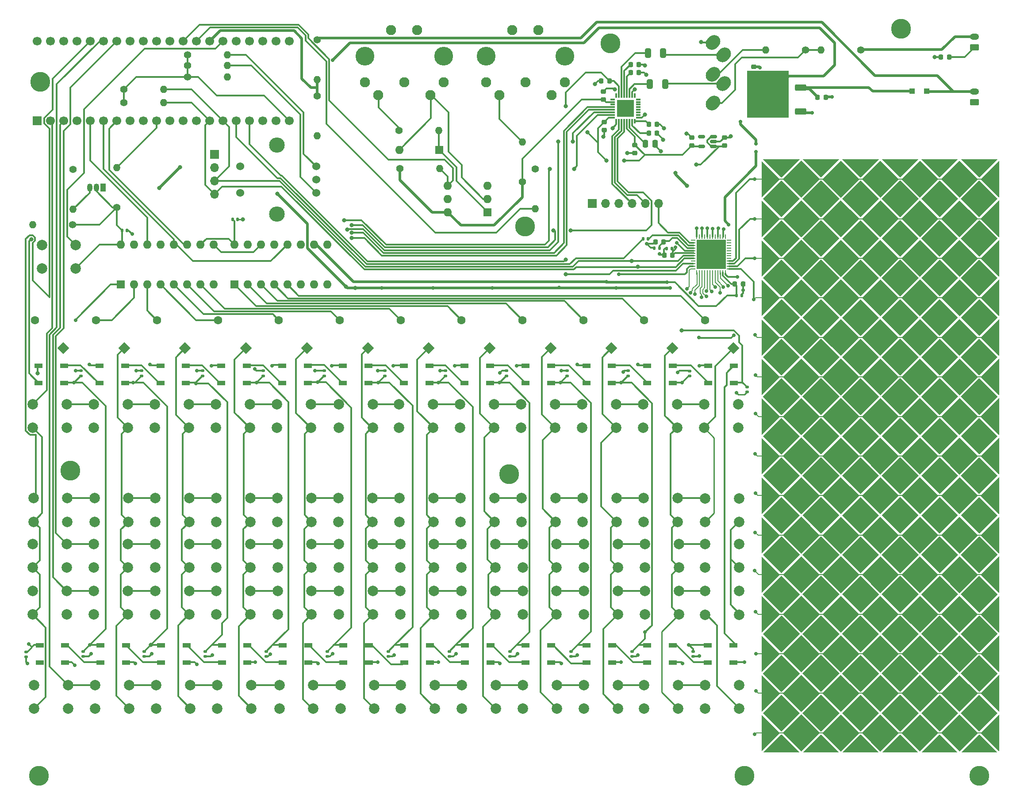
<source format=gbr>
%TF.GenerationSoftware,KiCad,Pcbnew,7.0.2*%
%TF.CreationDate,2023-04-18T17:14:37+09:00*%
%TF.ProjectId,autoharpie,6175746f-6861-4727-9069-652e6b696361,rev?*%
%TF.SameCoordinates,Original*%
%TF.FileFunction,Copper,L1,Top*%
%TF.FilePolarity,Positive*%
%FSLAX46Y46*%
G04 Gerber Fmt 4.6, Leading zero omitted, Abs format (unit mm)*
G04 Created by KiCad (PCBNEW 7.0.2) date 2023-04-18 17:14:37*
%MOMM*%
%LPD*%
G01*
G04 APERTURE LIST*
G04 Aperture macros list*
%AMRoundRect*
0 Rectangle with rounded corners*
0 $1 Rounding radius*
0 $2 $3 $4 $5 $6 $7 $8 $9 X,Y pos of 4 corners*
0 Add a 4 corners polygon primitive as box body*
4,1,4,$2,$3,$4,$5,$6,$7,$8,$9,$2,$3,0*
0 Add four circle primitives for the rounded corners*
1,1,$1+$1,$2,$3*
1,1,$1+$1,$4,$5*
1,1,$1+$1,$6,$7*
1,1,$1+$1,$8,$9*
0 Add four rect primitives between the rounded corners*
20,1,$1+$1,$2,$3,$4,$5,0*
20,1,$1+$1,$4,$5,$6,$7,0*
20,1,$1+$1,$6,$7,$8,$9,0*
20,1,$1+$1,$8,$9,$2,$3,0*%
%AMHorizOval*
0 Thick line with rounded ends*
0 $1 width*
0 $2 $3 position (X,Y) of the first rounded end (center of the circle)*
0 $4 $5 position (X,Y) of the second rounded end (center of the circle)*
0 Add line between two ends*
20,1,$1,$2,$3,$4,$5,0*
0 Add two circle primitives to create the rounded ends*
1,1,$1,$2,$3*
1,1,$1,$4,$5*%
%AMRotRect*
0 Rectangle, with rotation*
0 The origin of the aperture is its center*
0 $1 length*
0 $2 width*
0 $3 Rotation angle, in degrees counterclockwise*
0 Add horizontal line*
21,1,$1,$2,0,0,$3*%
G04 Aperture macros list end*
%TA.AperFunction,ComponentPad*%
%ADD10RotRect,1.600000X1.600000X135.000000*%
%TD*%
%TA.AperFunction,ComponentPad*%
%ADD11HorizOval,1.600000X0.000000X0.000000X0.000000X0.000000X0*%
%TD*%
%TA.AperFunction,ComponentPad*%
%ADD12C,3.800000*%
%TD*%
%TA.AperFunction,SMDPad,CuDef*%
%ADD13RoundRect,0.140000X-0.170000X0.140000X-0.170000X-0.140000X0.170000X-0.140000X0.170000X0.140000X0*%
%TD*%
%TA.AperFunction,ComponentPad*%
%ADD14C,2.000000*%
%TD*%
%TA.AperFunction,SMDPad,CuDef*%
%ADD15RoundRect,0.225000X-0.250000X0.225000X-0.250000X-0.225000X0.250000X-0.225000X0.250000X0.225000X0*%
%TD*%
%TA.AperFunction,ComponentPad*%
%ADD16C,1.950000*%
%TD*%
%TA.AperFunction,ComponentPad*%
%ADD17C,3.600000*%
%TD*%
%TA.AperFunction,SMDPad,CuDef*%
%ADD18RoundRect,0.225000X-0.225000X-0.250000X0.225000X-0.250000X0.225000X0.250000X-0.225000X0.250000X0*%
%TD*%
%TA.AperFunction,SMDPad,CuDef*%
%ADD19R,1.500000X0.900000*%
%TD*%
%TA.AperFunction,SMDPad,CuDef*%
%ADD20RoundRect,0.140000X-0.140000X-0.170000X0.140000X-0.170000X0.140000X0.170000X-0.140000X0.170000X0*%
%TD*%
%TA.AperFunction,SMDPad,CuDef*%
%ADD21RoundRect,0.140000X0.170000X-0.140000X0.170000X0.140000X-0.170000X0.140000X-0.170000X-0.140000X0*%
%TD*%
%TA.AperFunction,SMDPad,CuDef*%
%ADD22RoundRect,0.225000X0.225000X0.250000X-0.225000X0.250000X-0.225000X-0.250000X0.225000X-0.250000X0*%
%TD*%
%TA.AperFunction,ComponentPad*%
%ADD23C,1.400000*%
%TD*%
%TA.AperFunction,ComponentPad*%
%ADD24O,1.400000X1.400000*%
%TD*%
%TA.AperFunction,ComponentPad*%
%ADD25C,1.524000*%
%TD*%
%TA.AperFunction,ComponentPad*%
%ADD26O,3.000000X2.900000*%
%TD*%
%TA.AperFunction,ComponentPad*%
%ADD27R,1.600000X1.600000*%
%TD*%
%TA.AperFunction,ComponentPad*%
%ADD28O,1.600000X1.600000*%
%TD*%
%TA.AperFunction,SMDPad,CuDef*%
%ADD29RoundRect,0.250000X0.325000X0.650000X-0.325000X0.650000X-0.325000X-0.650000X0.325000X-0.650000X0*%
%TD*%
%TA.AperFunction,ComponentPad*%
%ADD30R,1.700000X1.700000*%
%TD*%
%TA.AperFunction,ComponentPad*%
%ADD31C,1.700000*%
%TD*%
%TA.AperFunction,SMDPad,CuDef*%
%ADD32R,0.858799X0.254800*%
%TD*%
%TA.AperFunction,SMDPad,CuDef*%
%ADD33R,0.254800X0.858799*%
%TD*%
%TA.AperFunction,SMDPad,CuDef*%
%ADD34R,5.689600X5.588000*%
%TD*%
%TA.AperFunction,ComponentPad*%
%ADD35O,1.700000X1.700000*%
%TD*%
%TA.AperFunction,SMDPad,CuDef*%
%ADD36RoundRect,0.250000X-0.250000X-0.475000X0.250000X-0.475000X0.250000X0.475000X-0.250000X0.475000X0*%
%TD*%
%TA.AperFunction,ComponentPad*%
%ADD37HorizOval,2.400000X0.212132X0.212132X-0.212132X-0.212132X0*%
%TD*%
%TA.AperFunction,SMDPad,CuDef*%
%ADD38RoundRect,0.250000X0.850000X0.350000X-0.850000X0.350000X-0.850000X-0.350000X0.850000X-0.350000X0*%
%TD*%
%TA.AperFunction,SMDPad,CuDef*%
%ADD39RoundRect,0.250000X1.275000X1.125000X-1.275000X1.125000X-1.275000X-1.125000X1.275000X-1.125000X0*%
%TD*%
%TA.AperFunction,SMDPad,CuDef*%
%ADD40RoundRect,0.249997X2.950003X2.650003X-2.950003X2.650003X-2.950003X-2.650003X2.950003X-2.650003X0*%
%TD*%
%TA.AperFunction,SMDPad,CuDef*%
%ADD41R,0.300000X0.850000*%
%TD*%
%TA.AperFunction,SMDPad,CuDef*%
%ADD42R,0.850000X0.300000*%
%TD*%
%TA.AperFunction,SMDPad,CuDef*%
%ADD43R,3.200000X3.200000*%
%TD*%
%TA.AperFunction,SMDPad,CuDef*%
%ADD44RoundRect,0.225000X0.250000X-0.225000X0.250000X0.225000X-0.250000X0.225000X-0.250000X-0.225000X0*%
%TD*%
%TA.AperFunction,ComponentPad*%
%ADD45R,1.050000X1.500000*%
%TD*%
%TA.AperFunction,ComponentPad*%
%ADD46O,1.050000X1.500000*%
%TD*%
%TA.AperFunction,ComponentPad*%
%ADD47RoundRect,0.250000X0.625000X-0.350000X0.625000X0.350000X-0.625000X0.350000X-0.625000X-0.350000X0*%
%TD*%
%TA.AperFunction,ComponentPad*%
%ADD48O,1.750000X1.200000*%
%TD*%
%TA.AperFunction,SMDPad,CuDef*%
%ADD49RoundRect,0.250000X-0.300000X-0.300000X0.300000X-0.300000X0.300000X0.300000X-0.300000X0.300000X0*%
%TD*%
%TA.AperFunction,SMDPad,CuDef*%
%ADD50RoundRect,0.150000X0.512500X0.150000X-0.512500X0.150000X-0.512500X-0.150000X0.512500X-0.150000X0*%
%TD*%
%TA.AperFunction,SMDPad,CuDef*%
%ADD51RoundRect,0.140000X0.140000X0.170000X-0.140000X0.170000X-0.140000X-0.170000X0.140000X-0.170000X0*%
%TD*%
%TA.AperFunction,ViaPad*%
%ADD52C,0.800000*%
%TD*%
%TA.AperFunction,ViaPad*%
%ADD53C,0.700000*%
%TD*%
%TA.AperFunction,Conductor*%
%ADD54C,0.500000*%
%TD*%
%TA.AperFunction,Conductor*%
%ADD55C,0.250000*%
%TD*%
%TA.AperFunction,Conductor*%
%ADD56C,0.300000*%
%TD*%
%TA.AperFunction,Conductor*%
%ADD57C,0.150000*%
%TD*%
G04 APERTURE END LIST*
D10*
%TO.P,D4,1,K*%
%TO.N,/Chord & Sequencer/C3*%
X55613155Y-76123801D03*
D11*
%TO.P,D4,2,A*%
%TO.N,/Controller/A3*%
X50225001Y-70735647D03*
%TD*%
D12*
%TO.P,H8,1,1*%
%TO.N,GND*%
X106000000Y-100250000D03*
%TD*%
D13*
%TO.P,C37,1*%
%TO.N,+5V*%
X13500000Y-134270000D03*
%TO.P,C37,2*%
%TO.N,GND*%
X13500000Y-135230000D03*
%TD*%
D12*
%TO.P,H7,1,1*%
%TO.N,GND*%
X109000000Y-52800000D03*
%TD*%
D14*
%TO.P,SW14,1,1*%
%TO.N,/Chord & Sequencer/R0*%
X143294913Y-86853800D03*
X149794913Y-86853800D03*
%TO.P,SW14,2,2*%
%TO.N,/Chord & Sequencer/C11*%
X143294913Y-91353800D03*
X149794913Y-91353800D03*
%TD*%
D15*
%TO.P,C38,1*%
%TO.N,+1V8*%
X130000000Y-37225000D03*
%TO.P,C38,2*%
%TO.N,GND*%
X130000000Y-38775000D03*
%TD*%
D14*
%TO.P,SW13,1,1*%
%TO.N,/Chord & Sequencer/R0*%
X131617633Y-86853800D03*
X138117633Y-86853800D03*
%TO.P,SW13,2,2*%
%TO.N,/Chord & Sequencer/C10*%
X131617633Y-91353800D03*
X138117633Y-91353800D03*
%TD*%
%TO.P,SW54,1,1*%
%TO.N,/Chord & Sequencer/R4*%
X50120454Y-140600000D03*
X56620454Y-140600000D03*
%TO.P,SW54,2,2*%
%TO.N,/Chord & Sequencer/C3*%
X50120454Y-145100000D03*
X56620454Y-145100000D03*
%TD*%
D16*
%TO.P,J2,1*%
%TO.N,unconnected-(J2-Pad1)*%
X78400000Y-25200000D03*
%TO.P,J2,2*%
%TO.N,unconnected-(J2-Pad2)*%
X85900000Y-25200000D03*
%TO.P,J2,3*%
%TO.N,unconnected-(J2-Pad3)*%
X93400000Y-25200000D03*
%TO.P,J2,4*%
%TO.N,Net-(J2-Pad4)*%
X80900000Y-27700000D03*
%TO.P,J2,5*%
%TO.N,Net-(D14-A)*%
X90900000Y-27700000D03*
%TO.P,J2,MH1*%
%TO.N,N/C*%
X83400000Y-15200000D03*
%TO.P,J2,MH2*%
X88400000Y-15200000D03*
D17*
%TO.P,J2,MH3*%
X78400000Y-20200000D03*
%TO.P,J2,MH4*%
X93400000Y-20200000D03*
%TD*%
D18*
%TO.P,C45,1*%
%TO.N,/Audio Interface/LOUT_AGND*%
X129225000Y-21800000D03*
%TO.P,C45,2*%
%TO.N,GND*%
X130775000Y-21800000D03*
%TD*%
D19*
%TO.P,D34,1,VDD*%
%TO.N,+5V*%
X62618180Y-132975000D03*
%TO.P,D34,2,DOUT*%
%TO.N,Net-(D34-DOUT)*%
X62618180Y-136275000D03*
%TO.P,D34,3,VSS*%
%TO.N,GND*%
X67518180Y-136275000D03*
%TO.P,D34,4,DIN*%
%TO.N,Net-(D33-DOUT)*%
X67518180Y-132975000D03*
%TD*%
D20*
%TO.P,C2,1*%
%TO.N,+3V3*%
X53040000Y-51500000D03*
%TO.P,C2,2*%
%TO.N,GND*%
X54000000Y-51500000D03*
%TD*%
D14*
%TO.P,SW62,1,1*%
%TO.N,/Chord & Sequencer/R4*%
X143475000Y-140625000D03*
X149975000Y-140625000D03*
%TO.P,SW62,2,2*%
%TO.N,/Chord & Sequencer/C11*%
X143475000Y-145125000D03*
X149975000Y-145125000D03*
%TD*%
D21*
%TO.P,C17,1*%
%TO.N,+5V*%
X58909089Y-81416600D03*
%TO.P,C17,2*%
%TO.N,GND*%
X58909089Y-80456600D03*
%TD*%
D10*
%TO.P,D7,1,K*%
%TO.N,/Chord & Sequencer/C6*%
X90590425Y-76123801D03*
D11*
%TO.P,D7,2,A*%
%TO.N,/Controller/A6*%
X85202271Y-70735647D03*
%TD*%
D22*
%TO.P,C49,1*%
%TO.N,Net-(J7-Pin_1)*%
X190175000Y-20400000D03*
%TO.P,C49,2*%
%TO.N,GND*%
X188625000Y-20400000D03*
%TD*%
D14*
%TO.P,SW34,1,1*%
%TO.N,/Chord & Sequencer/R2*%
X96834313Y-113600000D03*
X103334313Y-113600000D03*
%TO.P,SW34,2,2*%
%TO.N,/Chord & Sequencer/C7*%
X96834313Y-118100000D03*
X103334313Y-118100000D03*
%TD*%
%TO.P,SW6,1,1*%
%TO.N,/Chord & Sequencer/R0*%
X49831816Y-86853800D03*
X56331816Y-86853800D03*
%TO.P,SW6,2,2*%
%TO.N,/Chord & Sequencer/C3*%
X49831816Y-91353800D03*
X56331816Y-91353800D03*
%TD*%
D19*
%TO.P,D15,1,VDD*%
%TO.N,+5V*%
X20825000Y-82775000D03*
%TO.P,D15,2,DOUT*%
%TO.N,Net-(D15-DOUT)*%
X20825000Y-79475000D03*
%TO.P,D15,3,VSS*%
%TO.N,GND*%
X15925000Y-79475000D03*
%TO.P,D15,4,DIN*%
%TO.N,/Chord & Sequencer/LEDs/DOUT_R0*%
X15925000Y-82775000D03*
%TD*%
D13*
%TO.P,C36,1*%
%TO.N,+5V*%
X141200000Y-134176600D03*
%TO.P,C36,2*%
%TO.N,GND*%
X141200000Y-135136600D03*
%TD*%
D14*
%TO.P,SW22,1,1*%
%TO.N,/Chord & Sequencer/R1*%
X96688959Y-104850000D03*
X103188959Y-104850000D03*
%TO.P,SW22,2,2*%
%TO.N,/Chord & Sequencer/C7*%
X96688959Y-109350000D03*
X103188959Y-109350000D03*
%TD*%
D19*
%TO.P,D28,1,VDD*%
%TO.N,+5V*%
X132395450Y-132975000D03*
%TO.P,D28,2,DOUT*%
%TO.N,Net-(D28-DOUT)*%
X132395450Y-136275000D03*
%TO.P,D28,3,VSS*%
%TO.N,GND*%
X137295450Y-136275000D03*
%TO.P,D28,4,DIN*%
%TO.N,Net-(D27-DOUT)*%
X137295450Y-132975000D03*
%TD*%
D23*
%TO.P,R13,1*%
%TO.N,+3V3*%
X30850000Y-49185000D03*
D24*
%TO.P,R13,2*%
%TO.N,/Chord & Sequencer/LED_DIN*%
X30850000Y-41565000D03*
%TD*%
D19*
%TO.P,D38,1,VDD*%
%TO.N,+5V*%
X16100000Y-132975000D03*
%TO.P,D38,2,DOUT*%
%TO.N,unconnected-(D38-DOUT-Pad2)*%
X16100000Y-136275000D03*
%TO.P,D38,3,VSS*%
%TO.N,GND*%
X21000000Y-136275000D03*
%TO.P,D38,4,DIN*%
%TO.N,Net-(D37-DOUT)*%
X21000000Y-132975000D03*
%TD*%
D23*
%TO.P,R6,1*%
%TO.N,+3V3*%
X85090000Y-41756600D03*
D24*
%TO.P,R6,2*%
%TO.N,/Controller/MIDI_RX*%
X92710000Y-41756600D03*
%TD*%
D21*
%TO.P,C18,1*%
%TO.N,+5V*%
X70545452Y-81416600D03*
%TO.P,C18,2*%
%TO.N,GND*%
X70545452Y-80456600D03*
%TD*%
D12*
%TO.P,H9,1,1*%
%TO.N,GND*%
X22000000Y-99600000D03*
%TD*%
D21*
%TO.P,C20,1*%
%TO.N,+5V*%
X93818178Y-81416600D03*
%TO.P,C20,2*%
%TO.N,GND*%
X93818178Y-80456600D03*
%TD*%
D15*
%TO.P,C39,1*%
%TO.N,+1V8*%
X124200000Y-32825000D03*
%TO.P,C39,2*%
%TO.N,GND*%
X124200000Y-34375000D03*
%TD*%
D14*
%TO.P,SW3,1,1*%
%TO.N,/Chord & Sequencer/R0*%
X14800000Y-86853800D03*
X21300000Y-86853800D03*
%TO.P,SW3,2,2*%
%TO.N,/Chord & Sequencer/C0*%
X14800000Y-91353800D03*
X21300000Y-91353800D03*
%TD*%
D23*
%TO.P,R5,1*%
%TO.N,+3V3*%
X22435000Y-52475000D03*
D24*
%TO.P,R5,2*%
%TO.N,GND*%
X14815000Y-52475000D03*
%TD*%
D12*
%TO.P,H2,1,1*%
%TO.N,GND*%
X151000000Y-158000000D03*
%TD*%
D19*
%TO.P,D29,1,VDD*%
%TO.N,+5V*%
X120765905Y-132975000D03*
%TO.P,D29,2,DOUT*%
%TO.N,Net-(D29-DOUT)*%
X120765905Y-136275000D03*
%TO.P,D29,3,VSS*%
%TO.N,GND*%
X125665905Y-136275000D03*
%TO.P,D29,4,DIN*%
%TO.N,Net-(D28-DOUT)*%
X125665905Y-132975000D03*
%TD*%
D25*
%TO.P,SW2,A,A*%
%TO.N,/Controller/FRONT_ROT_A*%
X69025000Y-46350000D03*
%TO.P,SW2,B,B*%
%TO.N,/Controller/FRONT_ROT_B*%
X69025000Y-41350000D03*
%TO.P,SW2,C,C*%
%TO.N,GND*%
X69025000Y-43850000D03*
%TO.P,SW2,S1,S1*%
%TO.N,/Controller/FRONT_ROT_SW*%
X54525000Y-46350000D03*
%TO.P,SW2,S2,S2*%
%TO.N,GND*%
X54525000Y-41350000D03*
D26*
%TO.P,SW2,SH*%
%TO.N,N/C*%
X61525000Y-50450000D03*
X61525000Y-37250000D03*
%TD*%
D21*
%TO.P,C21,1*%
%TO.N,+5V*%
X105454541Y-81416600D03*
%TO.P,C21,2*%
%TO.N,GND*%
X105454541Y-80456600D03*
%TD*%
D13*
%TO.P,C33,1*%
%TO.N,+5V*%
X106181816Y-134176600D03*
%TO.P,C33,2*%
%TO.N,GND*%
X106181816Y-135136600D03*
%TD*%
%TO.P,C29,1*%
%TO.N,+5V*%
X59490908Y-134176600D03*
%TO.P,C29,2*%
%TO.N,GND*%
X59490908Y-135136600D03*
%TD*%
D14*
%TO.P,SW53,1,1*%
%TO.N,/Chord & Sequencer/R4*%
X38438636Y-140600000D03*
X44938636Y-140600000D03*
%TO.P,SW53,2,2*%
%TO.N,/Chord & Sequencer/C2*%
X38438636Y-145100000D03*
X44938636Y-145100000D03*
%TD*%
%TO.P,SW48,1,1*%
%TO.N,/Chord & Sequencer/R3*%
X120279865Y-122600000D03*
X126779865Y-122600000D03*
%TO.P,SW48,2,2*%
%TO.N,/Chord & Sequencer/C9*%
X120279865Y-127100000D03*
X126779865Y-127100000D03*
%TD*%
%TO.P,SW5,1,1*%
%TO.N,/Chord & Sequencer/R0*%
X38154544Y-86853800D03*
X44654544Y-86853800D03*
%TO.P,SW5,2,2*%
%TO.N,/Chord & Sequencer/C2*%
X38154544Y-91353800D03*
X44654544Y-91353800D03*
%TD*%
D10*
%TO.P,D1,1,K*%
%TO.N,/Chord & Sequencer/C0*%
X20635885Y-76123801D03*
D11*
%TO.P,D1,2,A*%
%TO.N,/Controller/A0*%
X15247731Y-70735647D03*
%TD*%
D14*
%TO.P,SW57,1,1*%
%TO.N,/Chord & Sequencer/R4*%
X85219355Y-140600000D03*
X91719355Y-140600000D03*
%TO.P,SW57,2,2*%
%TO.N,/Chord & Sequencer/C6*%
X85219355Y-145100000D03*
X91719355Y-145100000D03*
%TD*%
D18*
%TO.P,C10,1*%
%TO.N,+3V3*%
X149175000Y-63800000D03*
%TO.P,C10,2*%
%TO.N,GND*%
X150725000Y-63800000D03*
%TD*%
D14*
%TO.P,SW51,1,1*%
%TO.N,/Chord & Sequencer/R4*%
X15075000Y-140600000D03*
X21575000Y-140600000D03*
%TO.P,SW51,2,2*%
%TO.N,/Chord & Sequencer/C0*%
X15075000Y-145100000D03*
X21575000Y-145100000D03*
%TD*%
%TO.P,SW35,1,1*%
%TO.N,/Chord & Sequencer/R2*%
X108557072Y-113600000D03*
X115057072Y-113600000D03*
%TO.P,SW35,2,2*%
%TO.N,/Chord & Sequencer/C8*%
X108557072Y-118100000D03*
X115057072Y-118100000D03*
%TD*%
%TO.P,SW60,1,1*%
%TO.N,/Chord & Sequencer/R4*%
X120264809Y-140600000D03*
X126764809Y-140600000D03*
%TO.P,SW60,2,2*%
%TO.N,/Chord & Sequencer/C9*%
X120264809Y-145100000D03*
X126764809Y-145100000D03*
%TD*%
D10*
%TO.P,D6,1,K*%
%TO.N,/Chord & Sequencer/C5*%
X78931335Y-76123801D03*
D11*
%TO.P,D6,2,A*%
%TO.N,/Controller/A5*%
X73543181Y-70735647D03*
%TD*%
D27*
%TO.P,D14,1,K*%
%TO.N,Net-(D14-K)*%
X92560000Y-38156600D03*
D28*
%TO.P,D14,2,A*%
%TO.N,Net-(D14-A)*%
X84940000Y-38156600D03*
%TD*%
D10*
%TO.P,D9,1,K*%
%TO.N,/Chord & Sequencer/C8*%
X113908605Y-76123801D03*
D11*
%TO.P,D9,2,A*%
%TO.N,/Controller/A8*%
X108520451Y-70735647D03*
%TD*%
D14*
%TO.P,SW21,1,1*%
%TO.N,/Chord & Sequencer/R1*%
X85007141Y-104850000D03*
X91507141Y-104850000D03*
%TO.P,SW21,2,2*%
%TO.N,/Chord & Sequencer/C6*%
X85007141Y-109350000D03*
X91507141Y-109350000D03*
%TD*%
%TO.P,SW46,1,1*%
%TO.N,/Chord & Sequencer/R3*%
X96834411Y-122600000D03*
X103334411Y-122600000D03*
%TO.P,SW46,2,2*%
%TO.N,/Chord & Sequencer/C7*%
X96834411Y-127100000D03*
X103334411Y-127100000D03*
%TD*%
D29*
%TO.P,C43,1*%
%TO.N,Net-(C43-Pad1)*%
X135475000Y-19600000D03*
%TO.P,C43,2*%
%TO.N,/Audio Interface/LEFT*%
X132525000Y-19600000D03*
%TD*%
D12*
%TO.P,H3,1,1*%
%TO.N,GND*%
X196000000Y-158000000D03*
%TD*%
D14*
%TO.P,SW26,1,1*%
%TO.N,/Chord & Sequencer/R1*%
X143475000Y-104875000D03*
X149975000Y-104875000D03*
%TO.P,SW26,2,2*%
%TO.N,/Chord & Sequencer/C11*%
X143475000Y-109375000D03*
X149975000Y-109375000D03*
%TD*%
%TO.P,SW45,1,1*%
%TO.N,/Chord & Sequencer/R3*%
X85111684Y-122600000D03*
X91611684Y-122600000D03*
%TO.P,SW45,2,2*%
%TO.N,/Chord & Sequencer/C6*%
X85111684Y-127100000D03*
X91611684Y-127100000D03*
%TD*%
%TO.P,SW28,1,1*%
%TO.N,/Chord & Sequencer/R2*%
X26497759Y-113600000D03*
X32997759Y-113600000D03*
%TO.P,SW28,2,2*%
%TO.N,/Chord & Sequencer/C1*%
X26497759Y-118100000D03*
X32997759Y-118100000D03*
%TD*%
D23*
%TO.P,R9,1*%
%TO.N,Net-(J3-Pad5)*%
X111000000Y-41790000D03*
D24*
%TO.P,R9,2*%
%TO.N,/Controller/MIDI_TX*%
X111000000Y-49410000D03*
%TD*%
D18*
%TO.P,C44,1*%
%TO.N,/Audio Interface/ROUT_AGND*%
X129225000Y-23400000D03*
%TO.P,C44,2*%
%TO.N,GND*%
X130775000Y-23400000D03*
%TD*%
D30*
%TO.P,U2,1,PB12*%
%TO.N,/Audio Interface/I2S_LR_CLK*%
X15640000Y-32603800D03*
D31*
%TO.P,U2,2,PB13*%
%TO.N,/Chord & Sequencer/R0*%
X18180000Y-32603800D03*
%TO.P,U2,3,PB14*%
%TO.N,/Chord & Sequencer/R3*%
X20720000Y-32603800D03*
%TO.P,U2,4,PB15*%
%TO.N,/Audio Interface/I2S_DATA_IN*%
X23260000Y-32603800D03*
%TO.P,U2,5,PA8*%
%TO.N,/Controller/SERIAL*%
X25800000Y-32603800D03*
%TO.P,U2,6,PA9*%
%TO.N,/Controller/LATCH*%
X28340000Y-32603800D03*
%TO.P,U2,7,PA10*%
%TO.N,/Controller/DATA*%
X30880000Y-32603800D03*
%TO.P,U2,8,PA11*%
%TO.N,unconnected-(U2-PA11-Pad8)*%
X33420000Y-32603800D03*
%TO.P,U2,9,PA12*%
%TO.N,unconnected-(U2-PA12-Pad9)*%
X35960000Y-32603800D03*
%TO.P,U2,10,PA15*%
%TO.N,/Chord & Sequencer/LED_DIN*%
X38500000Y-32603800D03*
%TO.P,U2,11,PB3*%
%TO.N,unconnected-(U2-PB3-Pad11)*%
X41040000Y-32603800D03*
%TO.P,U2,12,PB4*%
%TO.N,unconnected-(U2-PB4-Pad12)*%
X43580000Y-32603800D03*
%TO.P,U2,13,PB5*%
%TO.N,unconnected-(U2-PB5-Pad13)*%
X46120000Y-32603800D03*
%TO.P,U2,14,PB6*%
%TO.N,/I2C_SDA*%
X48660000Y-32603800D03*
%TO.P,U2,15,PB7*%
%TO.N,/I2C_SCL*%
X51200000Y-32603800D03*
%TO.P,U2,16,PB8*%
%TO.N,/Controller/TOUCH_RESET*%
X53740000Y-32603800D03*
%TO.P,U2,17,PB9*%
%TO.N,/Controller/TOUCH_WAKE*%
X56280000Y-32603800D03*
%TO.P,U2,18,5V*%
%TO.N,+5V*%
X58820000Y-32603800D03*
%TO.P,U2,19,GND*%
%TO.N,GND*%
X61360000Y-32603800D03*
%TO.P,U2,20,3V3*%
%TO.N,+3V3*%
X63900000Y-32603800D03*
%TO.P,U2,21,VBat*%
%TO.N,unconnected-(U2-VBat-Pad21)*%
X63900000Y-17363800D03*
%TO.P,U2,22,PC13*%
%TO.N,/Controller/FRONT_ROT_SW*%
X61360000Y-17363800D03*
%TO.P,U2,23,PC14*%
%TO.N,/Controller/FRONT_ROT_A*%
X58820000Y-17363800D03*
%TO.P,U2,24,PC15*%
%TO.N,/Controller/FRONT_ROT_B*%
X56280000Y-17363800D03*
%TO.P,U2,25,RES*%
%TO.N,unconnected-(U2-RES-Pad25)*%
X53740000Y-17363800D03*
%TO.P,U2,26,PA0*%
%TO.N,/Controller/PWR*%
X51200000Y-17363800D03*
%TO.P,U2,27,PA1*%
%TO.N,/Controller/BAT_SENSE*%
X48660000Y-17363800D03*
%TO.P,U2,28,PA2*%
%TO.N,/Controller/MIDI_TX*%
X46120000Y-17363800D03*
%TO.P,U2,29,PA3*%
%TO.N,/Controller/MIDI_RX*%
X43580000Y-17363800D03*
%TO.P,U2,30,PA4*%
%TO.N,unconnected-(U2-PA4-Pad30)*%
X41040000Y-17363800D03*
%TO.P,U2,31,PA5*%
%TO.N,unconnected-(U2-PA5-Pad31)*%
X38500000Y-17363800D03*
%TO.P,U2,32,PA6*%
%TO.N,/Audio Interface/AUDIO_MASTER_CLK*%
X35960000Y-17363800D03*
%TO.P,U2,33,PA7*%
%TO.N,/Audio Interface/INT*%
X33420000Y-17363800D03*
%TO.P,U2,34,PB0*%
%TO.N,/Chord & Sequencer/R2*%
X30880000Y-17363800D03*
%TO.P,U2,35,PB1*%
%TO.N,/Chord & Sequencer/R4*%
X28340000Y-17363800D03*
%TO.P,U2,36,PB2*%
%TO.N,/Chord & Sequencer/R1*%
X25800000Y-17363800D03*
%TO.P,U2,37,PB10*%
%TO.N,/Audio Interface/I2S_SERIAL_CLK*%
X23260000Y-17363800D03*
%TO.P,U2,38,3V3*%
%TO.N,+3V3*%
X20720000Y-17363800D03*
%TO.P,U2,39,GND*%
%TO.N,GND*%
X18180000Y-17363800D03*
%TO.P,U2,40,5V*%
%TO.N,+5V*%
X15640000Y-17363800D03*
%TD*%
D23*
%TO.P,R3,1*%
%TO.N,+3V3*%
X32190000Y-26600000D03*
D24*
%TO.P,R3,2*%
%TO.N,/I2C_SCL*%
X39810000Y-26600000D03*
%TD*%
D18*
%TO.P,C48,1*%
%TO.N,/Audio Interface/REG*%
X132725000Y-33250000D03*
%TO.P,C48,2*%
%TO.N,GND*%
X134275000Y-33250000D03*
%TD*%
D14*
%TO.P,SW9,1,1*%
%TO.N,/Chord & Sequencer/R0*%
X84917079Y-86853800D03*
X91417079Y-86853800D03*
%TO.P,SW9,2,2*%
%TO.N,/Chord & Sequencer/C6*%
X84917079Y-91353800D03*
X91417079Y-91353800D03*
%TD*%
%TO.P,SW50,1,1*%
%TO.N,/Chord & Sequencer/R3*%
X143475000Y-122625000D03*
X149975000Y-122625000D03*
%TO.P,SW50,2,2*%
%TO.N,/Chord & Sequencer/C11*%
X143475000Y-127125000D03*
X149975000Y-127125000D03*
%TD*%
D23*
%TO.P,R11,1*%
%TO.N,+3V3*%
X44380000Y-19980000D03*
D24*
%TO.P,R11,2*%
%TO.N,/Controller/FRONT_ROT_B*%
X52000000Y-19980000D03*
%TD*%
D13*
%TO.P,C32,1*%
%TO.N,+5V*%
X94509089Y-134176600D03*
%TO.P,C32,2*%
%TO.N,GND*%
X94509089Y-135136600D03*
%TD*%
D19*
%TO.P,D23,1,VDD*%
%TO.N,+5V*%
X114006816Y-82775000D03*
%TO.P,D23,2,DOUT*%
%TO.N,Net-(D23-DOUT)*%
X114006816Y-79475000D03*
%TO.P,D23,3,VSS*%
%TO.N,GND*%
X109106816Y-79475000D03*
%TO.P,D23,4,DIN*%
%TO.N,Net-(D22-DOUT)*%
X109106816Y-82775000D03*
%TD*%
D10*
%TO.P,D8,1,K*%
%TO.N,/Chord & Sequencer/C7*%
X102249515Y-76123801D03*
D11*
%TO.P,D8,2,A*%
%TO.N,/Controller/A7*%
X96861361Y-70735647D03*
%TD*%
D21*
%TO.P,C23,1*%
%TO.N,+5V*%
X128727267Y-81416600D03*
%TO.P,C23,2*%
%TO.N,GND*%
X128727267Y-80456600D03*
%TD*%
D14*
%TO.P,SW41,1,1*%
%TO.N,/Chord & Sequencer/R3*%
X38220776Y-122600000D03*
X44720776Y-122600000D03*
%TO.P,SW41,2,2*%
%TO.N,/Chord & Sequencer/C2*%
X38220776Y-127100000D03*
X44720776Y-127100000D03*
%TD*%
D13*
%TO.P,C28,1*%
%TO.N,+5V*%
X47818181Y-134176600D03*
%TO.P,C28,2*%
%TO.N,GND*%
X47818181Y-135136600D03*
%TD*%
D32*
%TO.P,U7,1,Tx14*%
%TO.N,/Keybed/TX14*%
X141223399Y-60950001D03*
%TO.P,U7,2,PGM*%
%TO.N,/Keybed/PGRM*%
X141223399Y-60450002D03*
%TO.P,U7,3,SW_IN*%
%TO.N,/Controller/TOUCH_WAKE*%
X141223399Y-59950000D03*
%TO.P,U7,4,N/C*%
%TO.N,unconnected-(U7-N{slash}C-Pad4)*%
X141223399Y-59450001D03*
%TO.P,U7,5,SDA*%
%TO.N,/I2C_SDA*%
X141223399Y-58950002D03*
%TO.P,U7,6,SCL*%
%TO.N,/I2C_SCL*%
X141223399Y-58450001D03*
%TO.P,U7,7,VDDHI*%
%TO.N,+3V3*%
X141223399Y-57950001D03*
%TO.P,U7,8,VSS*%
%TO.N,GND*%
X141223399Y-57450000D03*
%TO.P,U7,9,VREG*%
%TO.N,/Keybed/REG*%
X141223399Y-56950001D03*
%TO.P,U7,10,NRST*%
%TO.N,Net-(U7-NRST)*%
X141223399Y-56450002D03*
%TO.P,U7,11,RDY*%
%TO.N,/Keybed/RDY*%
X141223399Y-55950000D03*
%TO.P,U7,12,N/C*%
%TO.N,unconnected-(U7-N{slash}C-Pad12)*%
X141223399Y-55450001D03*
D33*
%TO.P,U7,13,Rx0A*%
%TO.N,/Keybed/RX0*%
X141899999Y-54773401D03*
%TO.P,U7,14,Rx0B*%
%TO.N,unconnected-(U7-Rx0B-Pad14)*%
X142399998Y-54773401D03*
%TO.P,U7,15,Rx1A*%
%TO.N,/Keybed/RX1*%
X142900000Y-54773401D03*
%TO.P,U7,16,Rx1B*%
%TO.N,unconnected-(U7-Rx1B-Pad16)*%
X143399999Y-54773401D03*
%TO.P,U7,17,Rx2A*%
%TO.N,/Keybed/RX2*%
X143899998Y-54773401D03*
%TO.P,U7,18,Rx2B*%
%TO.N,unconnected-(U7-Rx2B-Pad18)*%
X144399999Y-54773401D03*
%TO.P,U7,19,Rx3A*%
%TO.N,/Keybed/RX3*%
X144899999Y-54773401D03*
%TO.P,U7,20,Rx3B*%
%TO.N,unconnected-(U7-Rx3B-Pad20)*%
X145400000Y-54773401D03*
%TO.P,U7,21,Rx4A*%
%TO.N,/Keybed/RX4*%
X145899999Y-54773401D03*
%TO.P,U7,22,Rx4B*%
%TO.N,unconnected-(U7-Rx4B-Pad22)*%
X146399998Y-54773401D03*
%TO.P,U7,23,Rx5A*%
%TO.N,/Keybed/RX5*%
X146900000Y-54773401D03*
%TO.P,U7,24,Rx5B*%
%TO.N,unconnected-(U7-Rx5B-Pad24)*%
X147399999Y-54773401D03*
D32*
%TO.P,U7,25,Rx6A*%
%TO.N,unconnected-(U7-Rx6A-Pad25)*%
X148076599Y-55450001D03*
%TO.P,U7,26,Rx6B*%
%TO.N,unconnected-(U7-Rx6B-Pad26)*%
X148076599Y-55950000D03*
%TO.P,U7,27,Rx7A*%
%TO.N,unconnected-(U7-Rx7A-Pad27)*%
X148076599Y-56450002D03*
%TO.P,U7,28,Rx7B*%
%TO.N,unconnected-(U7-Rx7B-Pad28)*%
X148076599Y-56950001D03*
%TO.P,U7,29,Rx8A*%
%TO.N,unconnected-(U7-Rx8A-Pad29)*%
X148076599Y-57450000D03*
%TO.P,U7,30,Rx8B*%
%TO.N,unconnected-(U7-Rx8B-Pad30)*%
X148076599Y-57950001D03*
%TO.P,U7,31,Rx9A*%
%TO.N,unconnected-(U7-Rx9A-Pad31)*%
X148076599Y-58450001D03*
%TO.P,U7,32,Rx9B*%
%TO.N,unconnected-(U7-Rx9B-Pad32)*%
X148076599Y-58950002D03*
%TO.P,U7,33,Tx0*%
%TO.N,/Keybed/TX0*%
X148076599Y-59450001D03*
%TO.P,U7,34,Tx1*%
%TO.N,/Keybed/TX1*%
X148076599Y-59950000D03*
%TO.P,U7,35,Tx2*%
%TO.N,/Keybed/TX2*%
X148076599Y-60450002D03*
%TO.P,U7,36,Tx3*%
%TO.N,/Keybed/TX3*%
X148076599Y-60950001D03*
D33*
%TO.P,U7,37,VSSIO*%
%TO.N,GND*%
X147399999Y-61626601D03*
%TO.P,U7,38,VDDIO*%
%TO.N,+3V3*%
X146900000Y-61626601D03*
%TO.P,U7,39,Tx4*%
%TO.N,/Keybed/TX4*%
X146399998Y-61626601D03*
%TO.P,U7,40,Tx5*%
%TO.N,/Keybed/TX5*%
X145899999Y-61626601D03*
%TO.P,U7,41,Tx6*%
%TO.N,/Keybed/TX6*%
X145400000Y-61626601D03*
%TO.P,U7,42,Tx7*%
%TO.N,/Keybed/TX7*%
X144899999Y-61626601D03*
%TO.P,U7,43,Tx8*%
%TO.N,/Keybed/TX8*%
X144399999Y-61626601D03*
%TO.P,U7,44,Tx9*%
%TO.N,/Keybed/TX9*%
X143899998Y-61626601D03*
%TO.P,U7,45,Tx10*%
%TO.N,/Keybed/TX10*%
X143399999Y-61626601D03*
%TO.P,U7,46,Tx11*%
%TO.N,/Keybed/TX11*%
X142900000Y-61626601D03*
%TO.P,U7,47,Tx12*%
%TO.N,/Keybed/TX12*%
X142399998Y-61626601D03*
%TO.P,U7,48,Tx13*%
%TO.N,/Keybed/TX13*%
X141899999Y-61626601D03*
D34*
%TO.P,U7,49,49*%
%TO.N,GND*%
X144649999Y-58200001D03*
%TD*%
D14*
%TO.P,SW47,1,1*%
%TO.N,/Chord & Sequencer/R3*%
X108557138Y-122600000D03*
X115057138Y-122600000D03*
%TO.P,SW47,2,2*%
%TO.N,/Chord & Sequencer/C8*%
X108557138Y-127100000D03*
X115057138Y-127100000D03*
%TD*%
%TO.P,SW59,1,1*%
%TO.N,/Chord & Sequencer/R4*%
X108582991Y-140600000D03*
X115082991Y-140600000D03*
%TO.P,SW59,2,2*%
%TO.N,/Chord & Sequencer/C8*%
X108582991Y-145100000D03*
X115082991Y-145100000D03*
%TD*%
%TO.P,SW27,1,1*%
%TO.N,/Chord & Sequencer/R2*%
X14775000Y-113600000D03*
X21275000Y-113600000D03*
%TO.P,SW27,2,2*%
%TO.N,/Chord & Sequencer/C0*%
X14775000Y-118100000D03*
X21275000Y-118100000D03*
%TD*%
%TO.P,SW17,1,1*%
%TO.N,/Chord & Sequencer/R1*%
X38279869Y-104850000D03*
X44779869Y-104850000D03*
%TO.P,SW17,2,2*%
%TO.N,/Chord & Sequencer/C2*%
X38279869Y-109350000D03*
X44779869Y-109350000D03*
%TD*%
D23*
%TO.P,R10,1*%
%TO.N,+3V3*%
X44380000Y-21980000D03*
D24*
%TO.P,R10,2*%
%TO.N,/Controller/FRONT_ROT_A*%
X52000000Y-21980000D03*
%TD*%
D20*
%TO.P,C1,1*%
%TO.N,+3V3*%
X31860000Y-53583800D03*
%TO.P,C1,2*%
%TO.N,GND*%
X32820000Y-53583800D03*
%TD*%
D30*
%TO.P,J4,1,Pin_1*%
%TO.N,GND*%
X49600000Y-39016600D03*
D35*
%TO.P,J4,2,Pin_2*%
%TO.N,+3V3*%
X49600000Y-41556600D03*
%TO.P,J4,3,Pin_3*%
%TO.N,/I2C_SCL*%
X49600000Y-44096600D03*
%TO.P,J4,4,Pin_4*%
%TO.N,/I2C_SDA*%
X49600000Y-46636600D03*
%TD*%
D14*
%TO.P,SW16,1,1*%
%TO.N,/Chord & Sequencer/R1*%
X26598051Y-104850000D03*
X33098051Y-104850000D03*
%TO.P,SW16,2,2*%
%TO.N,/Chord & Sequencer/C1*%
X26598051Y-109350000D03*
X33098051Y-109350000D03*
%TD*%
D19*
%TO.P,D19,1,VDD*%
%TO.N,+5V*%
X67415908Y-82775000D03*
%TO.P,D19,2,DOUT*%
%TO.N,Net-(D19-DOUT)*%
X67415908Y-79475000D03*
%TO.P,D19,3,VSS*%
%TO.N,GND*%
X62515908Y-79475000D03*
%TO.P,D19,4,DIN*%
%TO.N,Net-(D18-DOUT)*%
X62515908Y-82775000D03*
%TD*%
D36*
%TO.P,C47,1*%
%TO.N,/Audio Interface/REF*%
X132050000Y-37000000D03*
%TO.P,C47,2*%
%TO.N,GND*%
X133950000Y-37000000D03*
%TD*%
D14*
%TO.P,SW8,1,1*%
%TO.N,/Chord & Sequencer/R0*%
X73386714Y-86853800D03*
X79886714Y-86853800D03*
%TO.P,SW8,2,2*%
%TO.N,/Chord & Sequencer/C5*%
X73386714Y-91353800D03*
X79886714Y-91353800D03*
%TD*%
%TO.P,SW31,1,1*%
%TO.N,/Chord & Sequencer/R2*%
X61666036Y-113600000D03*
X68166036Y-113600000D03*
%TO.P,SW31,2,2*%
%TO.N,/Chord & Sequencer/C4*%
X61666036Y-118100000D03*
X68166036Y-118100000D03*
%TD*%
D21*
%TO.P,C24,1*%
%TO.N,+5V*%
X140500000Y-81460000D03*
%TO.P,C24,2*%
%TO.N,GND*%
X140500000Y-80500000D03*
%TD*%
D37*
%TO.P,J6,R*%
%TO.N,Net-(C42-Pad1)*%
X147000000Y-25500000D03*
%TO.P,J6,RN*%
%TO.N,Net-(J6-PadRN)*%
X145000000Y-23700000D03*
%TO.P,J6,S*%
%TO.N,GND*%
X145000000Y-17600000D03*
%TO.P,J6,T*%
%TO.N,Net-(C43-Pad1)*%
X147000000Y-20000000D03*
%TO.P,J6,TN*%
%TO.N,Net-(J6-PadTN)*%
X145000000Y-29200000D03*
%TD*%
D10*
%TO.P,D3,1,K*%
%TO.N,/Chord & Sequencer/C2*%
X43954065Y-76123801D03*
D11*
%TO.P,D3,2,A*%
%TO.N,/Controller/A2*%
X38565911Y-70735647D03*
%TD*%
D19*
%TO.P,D24,1,VDD*%
%TO.N,+5V*%
X125654543Y-82775000D03*
%TO.P,D24,2,DOUT*%
%TO.N,Net-(D24-DOUT)*%
X125654543Y-79475000D03*
%TO.P,D24,3,VSS*%
%TO.N,GND*%
X120754543Y-79475000D03*
%TO.P,D24,4,DIN*%
%TO.N,Net-(D23-DOUT)*%
X120754543Y-82775000D03*
%TD*%
D14*
%TO.P,SW30,1,1*%
%TO.N,/Chord & Sequencer/R2*%
X49943277Y-113600000D03*
X56443277Y-113600000D03*
%TO.P,SW30,2,2*%
%TO.N,/Chord & Sequencer/C3*%
X49943277Y-118100000D03*
X56443277Y-118100000D03*
%TD*%
D23*
%TO.P,R16,1*%
%TO.N,Net-(J6-PadTN)*%
X162700000Y-19056600D03*
D24*
%TO.P,R16,2*%
%TO.N,Net-(J6-PadRN)*%
X155080000Y-19056600D03*
%TD*%
D14*
%TO.P,SW11,1,1*%
%TO.N,/Chord & Sequencer/R0*%
X108275000Y-86850000D03*
X114775000Y-86850000D03*
%TO.P,SW11,2,2*%
%TO.N,/Chord & Sequencer/C8*%
X108275000Y-91350000D03*
X114775000Y-91350000D03*
%TD*%
%TO.P,SW33,1,1*%
%TO.N,/Chord & Sequencer/R2*%
X85111554Y-113600000D03*
X91611554Y-113600000D03*
%TO.P,SW33,2,2*%
%TO.N,/Chord & Sequencer/C6*%
X85111554Y-118100000D03*
X91611554Y-118100000D03*
%TD*%
%TO.P,SW25,1,1*%
%TO.N,/Chord & Sequencer/R1*%
X131734415Y-104850000D03*
X138234415Y-104850000D03*
%TO.P,SW25,2,2*%
%TO.N,/Chord & Sequencer/C10*%
X131734415Y-109350000D03*
X138234415Y-109350000D03*
%TD*%
D38*
%TO.P,U4,1,GND*%
%TO.N,GND*%
X161800000Y-30780000D03*
D39*
%TO.P,U4,2,VO*%
%TO.N,+5V*%
X157175000Y-30025000D03*
X157175000Y-26975000D03*
D40*
X155500000Y-28500000D03*
D39*
X153825000Y-30025000D03*
X153825000Y-26975000D03*
D38*
%TO.P,U4,3,VI*%
%TO.N,Net-(D13-K)*%
X161800000Y-26220000D03*
%TD*%
D41*
%TO.P,U8,1,DGND*%
%TO.N,GND*%
X126500000Y-32700000D03*
%TO.P,U8,2,SCL*%
%TO.N,/I2C_SCL*%
X127000000Y-32700000D03*
%TO.P,U8,3,SDA*%
%TO.N,/I2C_SDA*%
X127500000Y-32700000D03*
%TO.P,U8,4,~{IRQ}*%
%TO.N,/Audio Interface/INT*%
X128000000Y-32700000D03*
%TO.P,U8,5,AVDD*%
%TO.N,+1V8*%
X128500000Y-32700000D03*
%TO.P,U8,6,REF*%
%TO.N,/Audio Interface/REF*%
X129000000Y-32700000D03*
%TO.P,U8,7,PREG*%
%TO.N,/Audio Interface/PREG*%
X129500000Y-32700000D03*
%TO.P,U8,8,REG*%
%TO.N,/Audio Interface/REG*%
X130000000Y-32700000D03*
D42*
%TO.P,U8,9,AGND*%
%TO.N,GND*%
X130700000Y-32000000D03*
%TO.P,U8,10,MICBIAS*%
%TO.N,unconnected-(U8-MICBIAS-Pad10)*%
X130700000Y-31500000D03*
%TO.P,U8,11,MICLN/DIGMICCLK*%
%TO.N,unconnected-(U8-MICLN{slash}DIGMICCLK-Pad11)*%
X130700000Y-31000000D03*
%TO.P,U8,12,MICLP/DIGMICDATA*%
%TO.N,unconnected-(U8-MICLP{slash}DIGMICDATA-Pad12)*%
X130700000Y-30500000D03*
%TO.P,U8,13,MICRP*%
%TO.N,unconnected-(U8-MICRP-Pad13)*%
X130700000Y-30000000D03*
%TO.P,U8,14,MICRN*%
%TO.N,unconnected-(U8-MICRN-Pad14)*%
X130700000Y-29500000D03*
%TO.P,U8,15,LINL*%
%TO.N,unconnected-(U8-LINL-Pad15)*%
X130700000Y-29000000D03*
%TO.P,U8,16,LINR*%
%TO.N,unconnected-(U8-LINR-Pad16)*%
X130700000Y-28500000D03*
D41*
%TO.P,U8,17,JACKSNS/AUX*%
%TO.N,unconnected-(U8-JACKSNS{slash}AUX-Pad17)*%
X130000000Y-27800000D03*
%TO.P,U8,18,PGND*%
%TO.N,GND*%
X129500000Y-27800000D03*
%TO.P,U8,19,ROUTP*%
%TO.N,/Audio Interface/RIGHT*%
X129000000Y-27800000D03*
%TO.P,U8,20,ROUTN*%
%TO.N,/Audio Interface/ROUT_AGND*%
X128500000Y-27800000D03*
%TO.P,U8,21,LOUTN*%
%TO.N,/Audio Interface/LOUT_AGND*%
X128000000Y-27800000D03*
%TO.P,U8,22,LOUTP*%
%TO.N,/Audio Interface/LEFT*%
X127500000Y-27800000D03*
%TO.P,U8,23,PVDD*%
%TO.N,+1V8*%
X127000000Y-27800000D03*
%TO.P,U8,24,N.C._1*%
%TO.N,unconnected-(U8-N.C._1-Pad24)*%
X126500000Y-27800000D03*
D42*
%TO.P,U8,25,N.C._2*%
%TO.N,unconnected-(U8-N.C._2-Pad25)*%
X125800000Y-28500000D03*
%TO.P,U8,26,DVDDIO*%
%TO.N,+3V3*%
X125800000Y-29000000D03*
%TO.P,U8,27,SDOUT*%
%TO.N,unconnected-(U8-SDOUT-Pad27)*%
X125800000Y-29500000D03*
%TO.P,U8,28,SDIN*%
%TO.N,/Audio Interface/I2S_DATA_IN*%
X125800000Y-30000000D03*
%TO.P,U8,29,LRCLK*%
%TO.N,/Audio Interface/I2S_LR_CLK*%
X125800000Y-30500000D03*
%TO.P,U8,30,BCLK*%
%TO.N,/Audio Interface/I2S_SERIAL_CLK*%
X125800000Y-31000000D03*
%TO.P,U8,31,MCLK*%
%TO.N,/Audio Interface/AUDIO_MASTER_CLK*%
X125800000Y-31500000D03*
%TO.P,U8,32,DVDD*%
%TO.N,+1V8*%
X125800000Y-32000000D03*
D43*
%TO.P,U8,33,EP*%
%TO.N,GND*%
X128250000Y-30250000D03*
%TD*%
D23*
%TO.P,R2,1*%
%TO.N,+3V3*%
X32190000Y-29100000D03*
D24*
%TO.P,R2,2*%
%TO.N,/I2C_SDA*%
X39810000Y-29100000D03*
%TD*%
D14*
%TO.P,SW10,1,1*%
%TO.N,/Chord & Sequencer/R0*%
X96594351Y-86853800D03*
X103094351Y-86853800D03*
%TO.P,SW10,2,2*%
%TO.N,/Chord & Sequencer/C7*%
X96594351Y-91353800D03*
X103094351Y-91353800D03*
%TD*%
%TO.P,SW1,1,1*%
%TO.N,+3V3*%
X23025000Y-60875000D03*
X16525000Y-60875000D03*
%TO.P,SW1,2,2*%
%TO.N,/Controller/PWR*%
X23025000Y-56375000D03*
X16525000Y-56375000D03*
%TD*%
D44*
%TO.P,C41,1*%
%TO.N,+3V3*%
X124000000Y-28525000D03*
%TO.P,C41,2*%
%TO.N,GND*%
X124000000Y-26975000D03*
%TD*%
D21*
%TO.P,C15,1*%
%TO.N,+5V*%
X35636363Y-81416600D03*
%TO.P,C15,2*%
%TO.N,GND*%
X35636363Y-80456600D03*
%TD*%
D45*
%TO.P,Q1,1,S*%
%TO.N,/Chord & Sequencer/LED_DIN*%
X28220000Y-45365000D03*
D46*
%TO.P,Q1,2,G*%
%TO.N,+3V3*%
X26950000Y-45365000D03*
%TO.P,Q1,3,D*%
%TO.N,/Chord & Sequencer/LEDs/DOUT_R0*%
X25680000Y-45365000D03*
%TD*%
D14*
%TO.P,SW36,1,1*%
%TO.N,/Chord & Sequencer/R2*%
X120279831Y-113600000D03*
X126779831Y-113600000D03*
%TO.P,SW36,2,2*%
%TO.N,/Chord & Sequencer/C9*%
X120279831Y-118100000D03*
X126779831Y-118100000D03*
%TD*%
D13*
%TO.P,C26,1*%
%TO.N,+5V*%
X24472727Y-134176600D03*
%TO.P,C26,2*%
%TO.N,GND*%
X24472727Y-135136600D03*
%TD*%
D47*
%TO.P,J7,1,Pin_1*%
%TO.N,Net-(J7-Pin_1)*%
X195050000Y-18500000D03*
D48*
%TO.P,J7,2,Pin_2*%
%TO.N,Net-(J7-Pin_2)*%
X195050000Y-16500000D03*
%TD*%
D19*
%TO.P,D18,1,VDD*%
%TO.N,+5V*%
X55768181Y-82775000D03*
%TO.P,D18,2,DOUT*%
%TO.N,Net-(D18-DOUT)*%
X55768181Y-79475000D03*
%TO.P,D18,3,VSS*%
%TO.N,GND*%
X50868181Y-79475000D03*
%TO.P,D18,4,DIN*%
%TO.N,Net-(D17-DOUT)*%
X50868181Y-82775000D03*
%TD*%
D14*
%TO.P,SW20,1,1*%
%TO.N,/Chord & Sequencer/R1*%
X73325323Y-104850000D03*
X79825323Y-104850000D03*
%TO.P,SW20,2,2*%
%TO.N,/Chord & Sequencer/C5*%
X73325323Y-109350000D03*
X79825323Y-109350000D03*
%TD*%
D21*
%TO.P,C19,1*%
%TO.N,+5V*%
X82181815Y-81416600D03*
%TO.P,C19,2*%
%TO.N,GND*%
X82181815Y-80456600D03*
%TD*%
D14*
%TO.P,SW56,1,1*%
%TO.N,/Chord & Sequencer/R4*%
X73684444Y-140600000D03*
X80184444Y-140600000D03*
%TO.P,SW56,2,2*%
%TO.N,/Chord & Sequencer/C5*%
X73684444Y-145100000D03*
X80184444Y-145100000D03*
%TD*%
D19*
%TO.P,D30,1,VDD*%
%TO.N,+5V*%
X109136360Y-132975000D03*
%TO.P,D30,2,DOUT*%
%TO.N,Net-(D30-DOUT)*%
X109136360Y-136275000D03*
%TO.P,D30,3,VSS*%
%TO.N,GND*%
X114036360Y-136275000D03*
%TO.P,D30,4,DIN*%
%TO.N,Net-(D29-DOUT)*%
X114036360Y-132975000D03*
%TD*%
D21*
%TO.P,C16,1*%
%TO.N,+5V*%
X47272726Y-81416600D03*
%TO.P,C16,2*%
%TO.N,GND*%
X47272726Y-80456600D03*
%TD*%
D13*
%TO.P,C27,1*%
%TO.N,+5V*%
X36145454Y-134176600D03*
%TO.P,C27,2*%
%TO.N,GND*%
X36145454Y-135136600D03*
%TD*%
D14*
%TO.P,SW58,1,1*%
%TO.N,/Chord & Sequencer/R4*%
X96901173Y-140600000D03*
X103401173Y-140600000D03*
%TO.P,SW58,2,2*%
%TO.N,/Chord & Sequencer/C7*%
X96901173Y-145100000D03*
X103401173Y-145100000D03*
%TD*%
D13*
%TO.P,C30,1*%
%TO.N,+5V*%
X71163635Y-134176600D03*
%TO.P,C30,2*%
%TO.N,GND*%
X71163635Y-135136600D03*
%TD*%
D21*
%TO.P,C22,1*%
%TO.N,+5V*%
X117090904Y-81416600D03*
%TO.P,C22,2*%
%TO.N,GND*%
X117090904Y-80456600D03*
%TD*%
D19*
%TO.P,D26,1,VDD*%
%TO.N,+5V*%
X148950000Y-82775000D03*
%TO.P,D26,2,DOUT*%
%TO.N,/Chord & Sequencer/LEDs/DOUT_R1*%
X148950000Y-79475000D03*
%TO.P,D26,3,VSS*%
%TO.N,GND*%
X144050000Y-79475000D03*
%TO.P,D26,4,DIN*%
%TO.N,Net-(D25-DOUT)*%
X144050000Y-82775000D03*
%TD*%
D18*
%TO.P,C3,1*%
%TO.N,Net-(D13-K)*%
X165025000Y-28100000D03*
%TO.P,C3,2*%
%TO.N,GND*%
X166575000Y-28100000D03*
%TD*%
D44*
%TO.P,C5,1*%
%TO.N,+3V3*%
X147175000Y-37325000D03*
%TO.P,C5,2*%
%TO.N,GND*%
X147175000Y-35775000D03*
%TD*%
D23*
%TO.P,R7,1*%
%TO.N,Net-(J2-Pad4)*%
X84890000Y-34456600D03*
D24*
%TO.P,R7,2*%
%TO.N,Net-(D14-K)*%
X92510000Y-34456600D03*
%TD*%
D22*
%TO.P,C40,1*%
%TO.N,+1V8*%
X125175000Y-25000000D03*
%TO.P,C40,2*%
%TO.N,GND*%
X123625000Y-25000000D03*
%TD*%
D19*
%TO.P,D32,1,VDD*%
%TO.N,+5V*%
X85877270Y-132975000D03*
%TO.P,D32,2,DOUT*%
%TO.N,Net-(D32-DOUT)*%
X85877270Y-136275000D03*
%TO.P,D32,3,VSS*%
%TO.N,GND*%
X90777270Y-136275000D03*
%TO.P,D32,4,DIN*%
%TO.N,Net-(D31-DOUT)*%
X90777270Y-132975000D03*
%TD*%
D13*
%TO.P,C34,1*%
%TO.N,+5V*%
X117854543Y-134176600D03*
%TO.P,C34,2*%
%TO.N,GND*%
X117854543Y-135136600D03*
%TD*%
D19*
%TO.P,D25,1,VDD*%
%TO.N,+5V*%
X137302270Y-82775000D03*
%TO.P,D25,2,DOUT*%
%TO.N,Net-(D25-DOUT)*%
X137302270Y-79475000D03*
%TO.P,D25,3,VSS*%
%TO.N,GND*%
X132402270Y-79475000D03*
%TO.P,D25,4,DIN*%
%TO.N,Net-(D24-DOUT)*%
X132402270Y-82775000D03*
%TD*%
D23*
%TO.P,R12,1*%
%TO.N,+3V3*%
X44380000Y-24200000D03*
D24*
%TO.P,R12,2*%
%TO.N,/Controller/FRONT_ROT_SW*%
X52000000Y-24200000D03*
%TD*%
D13*
%TO.P,C35,1*%
%TO.N,+5V*%
X129527270Y-134176600D03*
%TO.P,C35,2*%
%TO.N,GND*%
X129527270Y-135136600D03*
%TD*%
D23*
%TO.P,R1,1*%
%TO.N,BATT_SENSE*%
X69260000Y-17056600D03*
D24*
%TO.P,R1,2*%
%TO.N,/Controller/BAT_SENSE*%
X69260000Y-24676600D03*
%TD*%
D19*
%TO.P,D35,1,VDD*%
%TO.N,+5V*%
X50988635Y-132975000D03*
%TO.P,D35,2,DOUT*%
%TO.N,Net-(D35-DOUT)*%
X50988635Y-136275000D03*
%TO.P,D35,3,VSS*%
%TO.N,GND*%
X55888635Y-136275000D03*
%TO.P,D35,4,DIN*%
%TO.N,Net-(D34-DOUT)*%
X55888635Y-132975000D03*
%TD*%
D14*
%TO.P,SW18,1,1*%
%TO.N,/Chord & Sequencer/R1*%
X49961687Y-104850000D03*
X56461687Y-104850000D03*
%TO.P,SW18,2,2*%
%TO.N,/Chord & Sequencer/C3*%
X49961687Y-109350000D03*
X56461687Y-109350000D03*
%TD*%
%TO.P,SW19,1,1*%
%TO.N,/Chord & Sequencer/R1*%
X61643505Y-104850000D03*
X68143505Y-104850000D03*
%TO.P,SW19,2,2*%
%TO.N,/Chord & Sequencer/C4*%
X61643505Y-109350000D03*
X68143505Y-109350000D03*
%TD*%
D19*
%TO.P,D17,1,VDD*%
%TO.N,+5V*%
X44120454Y-82775000D03*
%TO.P,D17,2,DOUT*%
%TO.N,Net-(D17-DOUT)*%
X44120454Y-79475000D03*
%TO.P,D17,3,VSS*%
%TO.N,GND*%
X39220454Y-79475000D03*
%TO.P,D17,4,DIN*%
%TO.N,Net-(D16-DOUT)*%
X39220454Y-82775000D03*
%TD*%
D14*
%TO.P,SW23,1,1*%
%TO.N,/Chord & Sequencer/R1*%
X108370777Y-104850000D03*
X114870777Y-104850000D03*
%TO.P,SW23,2,2*%
%TO.N,/Chord & Sequencer/C8*%
X108370777Y-109350000D03*
X114870777Y-109350000D03*
%TD*%
D23*
%TO.P,R4,1*%
%TO.N,/Controller/BAT_SENSE*%
X69260000Y-27853800D03*
D24*
%TO.P,R4,2*%
%TO.N,GND*%
X69260000Y-35473800D03*
%TD*%
D10*
%TO.P,D5,1,K*%
%TO.N,/Chord & Sequencer/C4*%
X67272245Y-76123801D03*
D11*
%TO.P,D5,2,A*%
%TO.N,/Controller/A4*%
X61884091Y-70735647D03*
%TD*%
D14*
%TO.P,SW12,1,1*%
%TO.N,/Chord & Sequencer/R0*%
X119940361Y-86853800D03*
X126440361Y-86853800D03*
%TO.P,SW12,2,2*%
%TO.N,/Chord & Sequencer/C9*%
X119940361Y-91353800D03*
X126440361Y-91353800D03*
%TD*%
D30*
%TO.P,J5,1,Pin_1*%
%TO.N,+3V3*%
X121860000Y-48400000D03*
D35*
%TO.P,J5,2,Pin_2*%
%TO.N,GND*%
X124400000Y-48400000D03*
%TO.P,J5,3,Pin_3*%
%TO.N,/Keybed/PGRM*%
X126940000Y-48400000D03*
%TO.P,J5,4,Pin_4*%
%TO.N,/I2C_SCL*%
X129480000Y-48400000D03*
%TO.P,J5,5,Pin_5*%
%TO.N,/I2C_SDA*%
X132020000Y-48400000D03*
%TO.P,J5,6,Pin_6*%
%TO.N,/Keybed/RDY*%
X134560000Y-48400000D03*
%TD*%
D14*
%TO.P,SW39,1,1*%
%TO.N,/Chord & Sequencer/R3*%
X14775322Y-122600000D03*
X21275322Y-122600000D03*
%TO.P,SW39,2,2*%
%TO.N,/Chord & Sequencer/C0*%
X14775322Y-127100000D03*
X21275322Y-127100000D03*
%TD*%
%TO.P,SW29,1,1*%
%TO.N,/Chord & Sequencer/R2*%
X38220518Y-113600000D03*
X44720518Y-113600000D03*
%TO.P,SW29,2,2*%
%TO.N,/Chord & Sequencer/C2*%
X38220518Y-118100000D03*
X44720518Y-118100000D03*
%TD*%
D10*
%TO.P,D12,1,K*%
%TO.N,/Chord & Sequencer/C11*%
X148885885Y-76123801D03*
D11*
%TO.P,D12,2,A*%
%TO.N,/Controller/A11*%
X143497731Y-70735647D03*
%TD*%
D14*
%TO.P,SW32,1,1*%
%TO.N,/Chord & Sequencer/R2*%
X73388795Y-113600000D03*
X79888795Y-113600000D03*
%TO.P,SW32,2,2*%
%TO.N,/Chord & Sequencer/C5*%
X73388795Y-118100000D03*
X79888795Y-118100000D03*
%TD*%
D12*
%TO.P,H5,1,1*%
%TO.N,GND*%
X125400000Y-17800000D03*
%TD*%
D14*
%TO.P,SW7,1,1*%
%TO.N,/Chord & Sequencer/R0*%
X61509088Y-86853800D03*
X68009088Y-86853800D03*
%TO.P,SW7,2,2*%
%TO.N,/Chord & Sequencer/C4*%
X61509088Y-91353800D03*
X68009088Y-91353800D03*
%TD*%
D49*
%TO.P,D13,1,K*%
%TO.N,Net-(D13-K)*%
X183100000Y-26956600D03*
%TO.P,D13,2,A*%
%TO.N,BATT_SENSE*%
X185900000Y-26956600D03*
%TD*%
D20*
%TO.P,C13,1*%
%TO.N,/Controller/TOUCH_RESET*%
X131620000Y-55225000D03*
%TO.P,C13,2*%
%TO.N,Net-(U7-NRST)*%
X132580000Y-55225000D03*
%TD*%
D10*
%TO.P,D2,1,K*%
%TO.N,/Chord & Sequencer/C1*%
X32294975Y-76123801D03*
D11*
%TO.P,D2,2,A*%
%TO.N,/Controller/A1*%
X26906821Y-70735647D03*
%TD*%
D21*
%TO.P,C14,1*%
%TO.N,+5V*%
X24000000Y-81416600D03*
%TO.P,C14,2*%
%TO.N,GND*%
X24000000Y-80456600D03*
%TD*%
D18*
%TO.P,C46,1*%
%TO.N,/Audio Interface/PREG*%
X132725000Y-35000000D03*
%TO.P,C46,2*%
%TO.N,GND*%
X134275000Y-35000000D03*
%TD*%
D23*
%TO.P,R14,1*%
%TO.N,+5V*%
X22500000Y-41940000D03*
D24*
%TO.P,R14,2*%
%TO.N,/Chord & Sequencer/LEDs/DOUT_R0*%
X22500000Y-49560000D03*
%TD*%
D14*
%TO.P,SW42,1,1*%
%TO.N,/Chord & Sequencer/R3*%
X49943503Y-122600000D03*
X56443503Y-122600000D03*
%TO.P,SW42,2,2*%
%TO.N,/Chord & Sequencer/C3*%
X49943503Y-127100000D03*
X56443503Y-127100000D03*
%TD*%
D50*
%TO.P,U5,1,VIN*%
%TO.N,+3V3*%
X145062500Y-37500000D03*
%TO.P,U5,2,GND*%
%TO.N,GND*%
X145062500Y-36550000D03*
%TO.P,U5,3,EN*%
%TO.N,+3V3*%
X145062500Y-35600000D03*
%TO.P,U5,4,NC*%
%TO.N,unconnected-(U5-NC-Pad4)*%
X142787500Y-35600000D03*
%TO.P,U5,5,VOUT*%
%TO.N,+1V8*%
X142787500Y-37500000D03*
%TD*%
D27*
%TO.P,U1,1,QB*%
%TO.N,/Controller/A0*%
X31660000Y-63953800D03*
D28*
%TO.P,U1,2,QC*%
%TO.N,/Controller/A1*%
X34200000Y-63953800D03*
%TO.P,U1,3,QD*%
%TO.N,/Controller/A2*%
X36740000Y-63953800D03*
%TO.P,U1,4,QE*%
%TO.N,/Controller/A3*%
X39280000Y-63953800D03*
%TO.P,U1,5,QF*%
%TO.N,/Controller/A4*%
X41820000Y-63953800D03*
%TO.P,U1,6,QG*%
%TO.N,/Controller/A5*%
X44360000Y-63953800D03*
%TO.P,U1,7,QH*%
%TO.N,/Controller/A6*%
X46900000Y-63953800D03*
%TO.P,U1,8,GND*%
%TO.N,GND*%
X49440000Y-63953800D03*
%TO.P,U1,9,QH'*%
%TO.N,/Controller/DOUT0*%
X49440000Y-56333800D03*
%TO.P,U1,10,~{SRCLR}*%
%TO.N,+3V3*%
X46900000Y-56333800D03*
%TO.P,U1,11,SRCLK*%
%TO.N,/Controller/DATA*%
X44360000Y-56333800D03*
%TO.P,U1,12,RCLK*%
%TO.N,/Controller/LATCH*%
X41820000Y-56333800D03*
%TO.P,U1,13,~{OE}*%
%TO.N,GND*%
X39280000Y-56333800D03*
%TO.P,U1,14,SER*%
%TO.N,/Controller/SERIAL*%
X36740000Y-56333800D03*
%TO.P,U1,15,QA*%
%TO.N,unconnected-(U1-QA-Pad15)*%
X34200000Y-56333800D03*
%TO.P,U1,16,VCC*%
%TO.N,+3V3*%
X31660000Y-56333800D03*
%TD*%
D19*
%TO.P,D22,1,VDD*%
%TO.N,+5V*%
X102359089Y-82775000D03*
%TO.P,D22,2,DOUT*%
%TO.N,Net-(D22-DOUT)*%
X102359089Y-79475000D03*
%TO.P,D22,3,VSS*%
%TO.N,GND*%
X97459089Y-79475000D03*
%TO.P,D22,4,DIN*%
%TO.N,Net-(D21-DOUT)*%
X97459089Y-82775000D03*
%TD*%
%TO.P,D31,1,VDD*%
%TO.N,+5V*%
X97506815Y-132975000D03*
%TO.P,D31,2,DOUT*%
%TO.N,Net-(D31-DOUT)*%
X97506815Y-136275000D03*
%TO.P,D31,3,VSS*%
%TO.N,GND*%
X102406815Y-136275000D03*
%TO.P,D31,4,DIN*%
%TO.N,Net-(D30-DOUT)*%
X102406815Y-132975000D03*
%TD*%
D14*
%TO.P,SW15,1,1*%
%TO.N,/Chord & Sequencer/R1*%
X14916233Y-104850000D03*
X21416233Y-104850000D03*
%TO.P,SW15,2,2*%
%TO.N,/Chord & Sequencer/C0*%
X14916233Y-109350000D03*
X21416233Y-109350000D03*
%TD*%
%TO.P,SW40,1,1*%
%TO.N,/Chord & Sequencer/R3*%
X26498049Y-122600000D03*
X32998049Y-122600000D03*
%TO.P,SW40,2,2*%
%TO.N,/Chord & Sequencer/C1*%
X26498049Y-127100000D03*
X32998049Y-127100000D03*
%TD*%
D19*
%TO.P,D20,1,VDD*%
%TO.N,+5V*%
X79063635Y-82775000D03*
%TO.P,D20,2,DOUT*%
%TO.N,Net-(D20-DOUT)*%
X79063635Y-79475000D03*
%TO.P,D20,3,VSS*%
%TO.N,GND*%
X74163635Y-79475000D03*
%TO.P,D20,4,DIN*%
%TO.N,Net-(D19-DOUT)*%
X74163635Y-82775000D03*
%TD*%
%TO.P,D21,1,VDD*%
%TO.N,+5V*%
X90711362Y-82775000D03*
%TO.P,D21,2,DOUT*%
%TO.N,Net-(D21-DOUT)*%
X90711362Y-79475000D03*
%TO.P,D21,3,VSS*%
%TO.N,GND*%
X85811362Y-79475000D03*
%TO.P,D21,4,DIN*%
%TO.N,Net-(D20-DOUT)*%
X85811362Y-82775000D03*
%TD*%
%TO.P,D36,1,VDD*%
%TO.N,+5V*%
X39359090Y-132975000D03*
%TO.P,D36,2,DOUT*%
%TO.N,Net-(D36-DOUT)*%
X39359090Y-136275000D03*
%TO.P,D36,3,VSS*%
%TO.N,GND*%
X44259090Y-136275000D03*
%TO.P,D36,4,DIN*%
%TO.N,Net-(D35-DOUT)*%
X44259090Y-132975000D03*
%TD*%
D12*
%TO.P,H4,1,1*%
%TO.N,GND*%
X181000000Y-15000000D03*
%TD*%
D14*
%TO.P,SW52,1,1*%
%TO.N,/Chord & Sequencer/R4*%
X26756818Y-140600000D03*
X33256818Y-140600000D03*
%TO.P,SW52,2,2*%
%TO.N,/Chord & Sequencer/C1*%
X26756818Y-145100000D03*
X33256818Y-145100000D03*
%TD*%
D47*
%TO.P,J1,1,Pin_1*%
%TO.N,GND*%
X195050000Y-29000000D03*
D48*
%TO.P,J1,2,Pin_2*%
%TO.N,BATT_SENSE*%
X195050000Y-27000000D03*
%TD*%
D27*
%TO.P,U3,1,QB*%
%TO.N,/Controller/A7*%
X53360000Y-63903800D03*
D28*
%TO.P,U3,2,QC*%
%TO.N,/Controller/A8*%
X55900000Y-63903800D03*
%TO.P,U3,3,QD*%
%TO.N,/Controller/A9*%
X58440000Y-63903800D03*
%TO.P,U3,4,QE*%
%TO.N,/Controller/A10*%
X60980000Y-63903800D03*
%TO.P,U3,5,QF*%
%TO.N,/Controller/A11*%
X63520000Y-63903800D03*
%TO.P,U3,6,QG*%
%TO.N,unconnected-(U3-QG-Pad6)*%
X66060000Y-63903800D03*
%TO.P,U3,7,QH*%
%TO.N,unconnected-(U3-QH-Pad7)*%
X68600000Y-63903800D03*
%TO.P,U3,8,GND*%
%TO.N,GND*%
X71140000Y-63903800D03*
%TO.P,U3,9,QH'*%
%TO.N,unconnected-(U3-QH'-Pad9)*%
X71140000Y-56283800D03*
%TO.P,U3,10,~{SRCLR}*%
%TO.N,+3V3*%
X68600000Y-56283800D03*
%TO.P,U3,11,SRCLK*%
%TO.N,unconnected-(U3-SRCLK-Pad11)*%
X66060000Y-56283800D03*
%TO.P,U3,12,RCLK*%
%TO.N,/Controller/LATCH*%
X63520000Y-56283800D03*
%TO.P,U3,13,~{OE}*%
%TO.N,GND*%
X60980000Y-56283800D03*
%TO.P,U3,14,SER*%
%TO.N,/Controller/DOUT0*%
X58440000Y-56283800D03*
%TO.P,U3,15,QA*%
%TO.N,unconnected-(U3-QA-Pad15)*%
X55900000Y-56283800D03*
%TO.P,U3,16,VCC*%
%TO.N,+3V3*%
X53360000Y-56283800D03*
%TD*%
D10*
%TO.P,D11,1,K*%
%TO.N,/Chord & Sequencer/C10*%
X137226785Y-76123801D03*
D11*
%TO.P,D11,2,A*%
%TO.N,/Controller/A10*%
X131838631Y-70735647D03*
%TD*%
D16*
%TO.P,J3,1*%
%TO.N,unconnected-(J3-Pad1)*%
X101600000Y-25200000D03*
%TO.P,J3,2*%
%TO.N,unconnected-(J3-Pad2)*%
X109100000Y-25200000D03*
%TO.P,J3,3*%
%TO.N,unconnected-(J3-Pad3)*%
X116600000Y-25200000D03*
%TO.P,J3,4*%
%TO.N,Net-(J3-Pad4)*%
X104100000Y-27700000D03*
%TO.P,J3,5*%
%TO.N,Net-(J3-Pad5)*%
X114100000Y-27700000D03*
%TO.P,J3,MH1*%
%TO.N,N/C*%
X106600000Y-15200000D03*
%TO.P,J3,MH2*%
X111600000Y-15200000D03*
D17*
%TO.P,J3,MH3*%
X101600000Y-20200000D03*
%TO.P,J3,MH4*%
X116600000Y-20200000D03*
%TD*%
D44*
%TO.P,C6,1*%
%TO.N,+1V8*%
X140925000Y-37350000D03*
%TO.P,C6,2*%
%TO.N,GND*%
X140925000Y-35800000D03*
%TD*%
D14*
%TO.P,SW43,1,1*%
%TO.N,/Chord & Sequencer/R3*%
X61666230Y-122600000D03*
X68166230Y-122600000D03*
%TO.P,SW43,2,2*%
%TO.N,/Chord & Sequencer/C4*%
X61666230Y-127100000D03*
X68166230Y-127100000D03*
%TD*%
D13*
%TO.P,C31,1*%
%TO.N,+5V*%
X82836362Y-134176600D03*
%TO.P,C31,2*%
%TO.N,GND*%
X82836362Y-135136600D03*
%TD*%
D14*
%TO.P,SW44,1,1*%
%TO.N,/Chord & Sequencer/R3*%
X73388957Y-122600000D03*
X79888957Y-122600000D03*
%TO.P,SW44,2,2*%
%TO.N,/Chord & Sequencer/C5*%
X73388957Y-127100000D03*
X79888957Y-127100000D03*
%TD*%
%TO.P,SW38,1,1*%
%TO.N,/Chord & Sequencer/R2*%
X143475000Y-113625000D03*
X149975000Y-113625000D03*
%TO.P,SW38,2,2*%
%TO.N,/Chord & Sequencer/C11*%
X143475000Y-118125000D03*
X149975000Y-118125000D03*
%TD*%
D23*
%TO.P,R8,1*%
%TO.N,+3V3*%
X108500000Y-44266600D03*
D24*
%TO.P,R8,2*%
%TO.N,Net-(J3-Pad4)*%
X108500000Y-36646600D03*
%TD*%
D20*
%TO.P,C9,1*%
%TO.N,+3V3*%
X149520000Y-66000000D03*
%TO.P,C9,2*%
%TO.N,GND*%
X150480000Y-66000000D03*
%TD*%
D22*
%TO.P,C12,1*%
%TO.N,/Keybed/REG*%
X135525000Y-55750000D03*
%TO.P,C12,2*%
%TO.N,GND*%
X133975000Y-55750000D03*
%TD*%
%TO.P,C8,1*%
%TO.N,+3V3*%
X137225000Y-58350000D03*
%TO.P,C8,2*%
%TO.N,GND*%
X135675000Y-58350000D03*
%TD*%
D14*
%TO.P,SW4,1,1*%
%TO.N,/Chord & Sequencer/R0*%
X26477272Y-86853800D03*
X32977272Y-86853800D03*
%TO.P,SW4,2,2*%
%TO.N,/Chord & Sequencer/C1*%
X26477272Y-91353800D03*
X32977272Y-91353800D03*
%TD*%
D23*
%TO.P,R15,1*%
%TO.N,Net-(J7-Pin_2)*%
X173310000Y-19056600D03*
D24*
%TO.P,R15,2*%
%TO.N,Net-(J6-PadTN)*%
X165690000Y-19056600D03*
%TD*%
D51*
%TO.P,C7,1*%
%TO.N,+3V3*%
X137105000Y-57075000D03*
%TO.P,C7,2*%
%TO.N,GND*%
X136145000Y-57075000D03*
%TD*%
D19*
%TO.P,D16,1,VDD*%
%TO.N,+5V*%
X32472727Y-82775000D03*
%TO.P,D16,2,DOUT*%
%TO.N,Net-(D16-DOUT)*%
X32472727Y-79475000D03*
%TO.P,D16,3,VSS*%
%TO.N,GND*%
X27572727Y-79475000D03*
%TO.P,D16,4,DIN*%
%TO.N,Net-(D15-DOUT)*%
X27572727Y-82775000D03*
%TD*%
D27*
%TO.P,U6,1*%
%TO.N,Net-(D14-K)*%
X101820000Y-50080000D03*
D28*
%TO.P,U6,2*%
%TO.N,Net-(D14-A)*%
X101820000Y-47540000D03*
%TO.P,U6,3*%
%TO.N,unconnected-(U6-Pad3)*%
X101820000Y-45000000D03*
%TO.P,U6,4*%
%TO.N,/Controller/MIDI_RX*%
X94200000Y-45000000D03*
%TO.P,U6,5*%
%TO.N,GND*%
X94200000Y-47540000D03*
%TO.P,U6,6*%
%TO.N,+3V3*%
X94200000Y-50080000D03*
%TD*%
D14*
%TO.P,SW37,1,1*%
%TO.N,/Chord & Sequencer/R2*%
X132002595Y-113600000D03*
X138502595Y-113600000D03*
%TO.P,SW37,2,2*%
%TO.N,/Chord & Sequencer/C10*%
X132002595Y-118100000D03*
X138502595Y-118100000D03*
%TD*%
%TO.P,SW61,1,1*%
%TO.N,/Chord & Sequencer/R4*%
X131808536Y-140600000D03*
X138308536Y-140600000D03*
%TO.P,SW61,2,2*%
%TO.N,/Chord & Sequencer/C10*%
X131808536Y-145100000D03*
X138308536Y-145100000D03*
%TD*%
D13*
%TO.P,C25,1*%
%TO.N,+5V*%
X151500000Y-83520000D03*
%TO.P,C25,2*%
%TO.N,GND*%
X151500000Y-84480000D03*
%TD*%
D14*
%TO.P,SW24,1,1*%
%TO.N,/Chord & Sequencer/R1*%
X120052595Y-104850000D03*
X126552595Y-104850000D03*
%TO.P,SW24,2,2*%
%TO.N,/Chord & Sequencer/C9*%
X120052595Y-109350000D03*
X126552595Y-109350000D03*
%TD*%
D12*
%TO.P,H1,1,1*%
%TO.N,GND*%
X16000000Y-158000000D03*
%TD*%
D19*
%TO.P,D37,1,VDD*%
%TO.N,+5V*%
X27729545Y-132975000D03*
%TO.P,D37,2,DOUT*%
%TO.N,Net-(D37-DOUT)*%
X27729545Y-136275000D03*
%TO.P,D37,3,VSS*%
%TO.N,GND*%
X32629545Y-136275000D03*
%TO.P,D37,4,DIN*%
%TO.N,Net-(D36-DOUT)*%
X32629545Y-132975000D03*
%TD*%
D51*
%TO.P,C11,1*%
%TO.N,/Keybed/REG*%
X134730000Y-57000000D03*
%TO.P,C11,2*%
%TO.N,GND*%
X133770000Y-57000000D03*
%TD*%
D14*
%TO.P,SW55,1,1*%
%TO.N,/Chord & Sequencer/R4*%
X62002626Y-140600000D03*
X68502626Y-140600000D03*
%TO.P,SW55,2,2*%
%TO.N,/Chord & Sequencer/C4*%
X62002626Y-145100000D03*
X68502626Y-145100000D03*
%TD*%
D12*
%TO.P,H6,1,1*%
%TO.N,GND*%
X16200000Y-25100000D03*
%TD*%
D44*
%TO.P,C4,1*%
%TO.N,+5V*%
X152800000Y-23831600D03*
%TO.P,C4,2*%
%TO.N,GND*%
X152800000Y-22281600D03*
%TD*%
D10*
%TO.P,D10,1,K*%
%TO.N,/Chord & Sequencer/C9*%
X125567695Y-76123801D03*
D11*
%TO.P,D10,2,A*%
%TO.N,/Controller/A9*%
X120179541Y-70735647D03*
%TD*%
D14*
%TO.P,SW49,1,1*%
%TO.N,/Chord & Sequencer/R3*%
X132002595Y-122600000D03*
X138502595Y-122600000D03*
%TO.P,SW49,2,2*%
%TO.N,/Chord & Sequencer/C10*%
X132002595Y-127100000D03*
X138502595Y-127100000D03*
%TD*%
D19*
%TO.P,D33,1,VDD*%
%TO.N,+5V*%
X74247725Y-132975000D03*
%TO.P,D33,2,DOUT*%
%TO.N,Net-(D33-DOUT)*%
X74247725Y-136275000D03*
%TO.P,D33,3,VSS*%
%TO.N,GND*%
X79147725Y-136275000D03*
%TO.P,D33,4,DIN*%
%TO.N,Net-(D32-DOUT)*%
X79147725Y-132975000D03*
%TD*%
%TO.P,D27,1,VDD*%
%TO.N,+5V*%
X144025000Y-132975000D03*
%TO.P,D27,2,DOUT*%
%TO.N,Net-(D27-DOUT)*%
X144025000Y-136275000D03*
%TO.P,D27,3,VSS*%
%TO.N,GND*%
X148925000Y-136275000D03*
%TO.P,D27,4,DIN*%
%TO.N,/Chord & Sequencer/LEDs/DOUT_R1*%
X148925000Y-132975000D03*
%TD*%
D29*
%TO.P,C42,1*%
%TO.N,Net-(C42-Pad1)*%
X135875000Y-25600000D03*
%TO.P,C42,2*%
%TO.N,/Audio Interface/RIGHT*%
X132925000Y-25600000D03*
%TD*%
D52*
%TO.N,GND*%
X39000000Y-45500000D03*
X43000000Y-41500000D03*
X55000000Y-51500000D03*
D53*
%TO.N,+3V3*%
X124559200Y-63415800D03*
X136175000Y-63525000D03*
X137830681Y-56821349D03*
D52*
X141750000Y-41000000D03*
%TO.N,+1V8*%
X121000000Y-34800000D03*
X124600000Y-40200000D03*
X116800000Y-29800000D03*
X128000000Y-40200000D03*
%TO.N,/I2C_SDA*%
X130600000Y-60550500D03*
%TO.N,/I2C_SCL*%
X129400000Y-59400000D03*
%TO.N,/Audio Interface/I2S_DATA_IN*%
X75800000Y-54050500D03*
%TO.N,/Audio Interface/I2S_SERIAL_CLK*%
X75013510Y-53413510D03*
X115400000Y-36600000D03*
X118200000Y-36600000D03*
%TO.N,/Audio Interface/AUDIO_MASTER_CLK*%
X118400000Y-41800000D03*
X74400000Y-51600000D03*
X113800000Y-41800000D03*
%TO.N,/Audio Interface/I2S_LR_CLK*%
X75800000Y-55050003D03*
D53*
%TO.N,/Controller/A0*%
X23000000Y-70735647D03*
D52*
%TO.N,/Chord & Sequencer/LEDs/DOUT_R0*%
X14500000Y-55250000D03*
D53*
%TO.N,/Keybed/PGRM*%
X127000000Y-62000000D03*
D52*
%TO.N,/Controller/TOUCH_WAKE*%
X116800000Y-59200000D03*
X116800000Y-62000000D03*
D53*
%TO.N,/Keybed/TX13*%
X140683143Y-65493899D03*
X153250000Y-141750000D03*
%TO.N,/Keybed/TX12*%
X141543549Y-65756205D03*
X153200000Y-134575000D03*
%TO.N,/Keybed/TX11*%
X142813395Y-66376774D03*
X153124500Y-126600000D03*
%TO.N,/Keybed/TX10*%
X152925000Y-118675000D03*
X143700000Y-66225000D03*
%TO.N,/Keybed/TX9*%
X153074500Y-111400000D03*
X143750000Y-65200000D03*
%TO.N,/Keybed/TX8*%
X153100000Y-103900000D03*
X144750000Y-65250000D03*
%TO.N,/Keybed/TX7*%
X153050000Y-96350000D03*
X145414840Y-64454075D03*
%TO.N,/Keybed/TX6*%
X153150000Y-88650000D03*
X146368202Y-65500000D03*
%TO.N,/Keybed/TX5*%
X146993202Y-64429629D03*
X153149750Y-81250250D03*
%TO.N,/Keybed/TX4*%
X153025000Y-73575000D03*
X147859966Y-64189160D03*
%TO.N,/Keybed/TX3*%
X152800000Y-66800000D03*
%TO.N,/Keybed/TX2*%
X153000000Y-58900000D03*
%TO.N,/Keybed/TX1*%
X153000000Y-51350000D03*
%TO.N,/Keybed/TX0*%
X153000000Y-43750000D03*
%TO.N,/Keybed/RX5*%
X158100000Y-50150000D03*
X158100000Y-67650000D03*
X158100000Y-148800000D03*
X158100000Y-90150000D03*
X158100000Y-82600000D03*
X158100000Y-120400000D03*
X158100000Y-72650000D03*
X158100000Y-75300000D03*
X158100000Y-110800000D03*
X158100000Y-42450000D03*
X147000000Y-53300000D03*
X158100000Y-88200000D03*
X158050000Y-57700000D03*
X158100000Y-103400000D03*
X158100000Y-141200000D03*
X158100000Y-135600000D03*
X158100000Y-105200000D03*
X158100000Y-126000000D03*
X158100000Y-118400000D03*
X158050000Y-65150000D03*
X158100000Y-112800000D03*
X158100000Y-128000000D03*
X158100000Y-143200000D03*
X158100000Y-133600000D03*
X158100000Y-52500000D03*
X158100000Y-45050000D03*
X158100000Y-80650000D03*
X158100000Y-150800000D03*
X158100000Y-97600000D03*
X158100000Y-60100000D03*
X158100000Y-95800000D03*
%TO.N,/Keybed/RX4*%
X165700000Y-133650000D03*
X165700000Y-67650000D03*
X165700000Y-103450000D03*
X165700000Y-126000000D03*
X165700000Y-80650000D03*
X165650000Y-151000000D03*
X165700000Y-50150000D03*
X165700000Y-82600000D03*
X165700000Y-75300000D03*
X165700000Y-135550000D03*
X165700000Y-45050000D03*
X165700000Y-143150000D03*
X165700000Y-112950000D03*
X165650000Y-97750000D03*
X165750000Y-141150000D03*
X165700000Y-110900000D03*
X146000000Y-53200000D03*
X165700000Y-105350000D03*
X165650000Y-42700000D03*
X165650000Y-128100000D03*
X165700000Y-120500000D03*
X165700000Y-90150000D03*
X165700000Y-52500000D03*
X165650000Y-57700000D03*
X165700000Y-95700000D03*
X165750000Y-148750000D03*
X165700000Y-72650000D03*
X165700000Y-118500000D03*
X165700000Y-60100000D03*
X165650000Y-65150000D03*
X165700000Y-88200000D03*
%TO.N,/Keybed/RX3*%
X173150000Y-65100000D03*
X173200000Y-60050000D03*
X173200000Y-133600000D03*
X173200000Y-72600000D03*
X173200000Y-118450000D03*
X173250000Y-150950000D03*
X173200000Y-75250000D03*
X173200000Y-90100000D03*
X173200000Y-112900000D03*
X173200000Y-52450000D03*
X173200000Y-88150000D03*
X173200000Y-125950000D03*
X173250000Y-141100000D03*
X173250000Y-148700000D03*
X173200000Y-82550000D03*
X173200000Y-45000000D03*
X173250000Y-42600000D03*
X173200000Y-103400000D03*
X173200000Y-105300000D03*
X173150000Y-128050000D03*
X173150000Y-57650000D03*
X173200000Y-120450000D03*
X173200000Y-135500000D03*
X173200000Y-95650000D03*
X173200000Y-80600000D03*
X173200000Y-67600000D03*
X173200000Y-143100000D03*
X173200000Y-50100000D03*
X173150000Y-97700000D03*
X144915000Y-53225050D03*
X173200000Y-110850000D03*
%TO.N,/Keybed/RX2*%
X180800000Y-125950000D03*
X180800000Y-45000000D03*
X180800000Y-95650000D03*
X180800000Y-88150000D03*
X180800000Y-82550000D03*
X180750000Y-65100000D03*
X180800000Y-103400000D03*
X180800000Y-120450000D03*
X180800000Y-135500000D03*
X180800000Y-105300000D03*
X143900000Y-53200000D03*
X180800000Y-52450000D03*
X180800000Y-42700000D03*
X180800000Y-80600000D03*
X180800000Y-110850000D03*
X180800000Y-67600000D03*
X180800000Y-150950000D03*
X180850000Y-141100000D03*
X180800000Y-60050000D03*
X180750000Y-97700000D03*
X180800000Y-118450000D03*
X180800000Y-75250000D03*
X180800000Y-133600000D03*
X180750000Y-128050000D03*
X180800000Y-112900000D03*
X180750000Y-57650000D03*
X180800000Y-50100000D03*
X180800000Y-72600000D03*
X180800000Y-143100000D03*
X180850000Y-148700000D03*
X180800000Y-90100000D03*
%TO.N,/Keybed/RX1*%
X188400000Y-75250000D03*
X188400000Y-112900000D03*
X188400000Y-110850000D03*
X188350000Y-65100000D03*
X188400000Y-45000000D03*
X188400000Y-80600000D03*
X188400000Y-143100000D03*
X188350000Y-57650000D03*
X188400000Y-67600000D03*
X188400000Y-105300000D03*
X188375000Y-151175000D03*
X188400000Y-95650000D03*
X188400000Y-133600000D03*
X188400000Y-52450000D03*
X188400000Y-82550000D03*
X188400000Y-72600000D03*
X188400000Y-103400000D03*
X188400000Y-88150000D03*
X188400000Y-60050000D03*
X142900000Y-53200000D03*
X188400000Y-120450000D03*
X188350000Y-97700000D03*
X188450000Y-141100000D03*
X188400000Y-50100000D03*
X188450000Y-148700000D03*
X188400000Y-125950000D03*
X188375000Y-42625000D03*
X188400000Y-90100000D03*
X188400000Y-118450000D03*
X188350000Y-128050000D03*
X188400000Y-135500000D03*
%TO.N,/Keybed/RX0*%
X195950000Y-65100000D03*
X196000000Y-72600000D03*
X196000000Y-112900000D03*
X196000000Y-135500000D03*
X196000000Y-52450000D03*
X195950000Y-97700000D03*
X196000000Y-105300000D03*
X196000000Y-50100000D03*
X196000000Y-125950000D03*
X196000000Y-60050000D03*
X196000000Y-45000000D03*
X196050000Y-141100000D03*
X196000000Y-82550000D03*
X196000000Y-90100000D03*
X196000000Y-120450000D03*
X196050000Y-148700000D03*
X196000000Y-133600000D03*
X196000000Y-80600000D03*
X196000000Y-95650000D03*
X196000000Y-103400000D03*
X196000000Y-143100000D03*
X141900000Y-53200000D03*
X196000000Y-88150000D03*
X195950000Y-57650000D03*
X196000000Y-110850000D03*
X195950000Y-151075000D03*
X196000000Y-118450000D03*
X195950000Y-128050000D03*
X195950000Y-42700000D03*
X196000000Y-67600000D03*
X196000000Y-75250000D03*
%TO.N,/Keybed/TX14*%
X139983643Y-64794400D03*
X153000000Y-150000000D03*
D52*
%TO.N,+5V*%
X76500000Y-64575000D03*
D53*
X155400000Y-30456600D03*
X126425000Y-64575000D03*
D52*
X139000000Y-72750000D03*
D53*
X72205236Y-21000000D03*
X152800000Y-29056600D03*
X136800000Y-64600000D03*
X152800000Y-26456600D03*
X158200000Y-29056600D03*
X25695527Y-132953800D03*
X127417567Y-82726300D03*
X157600000Y-26456600D03*
X156800000Y-27656600D03*
X104130300Y-82726300D03*
X14000000Y-132750000D03*
X154400000Y-29056600D03*
X115500000Y-64550000D03*
X80872115Y-82726300D03*
X153400000Y-27656600D03*
X69308252Y-82653800D03*
X140383300Y-132883300D03*
X34000000Y-82726300D03*
D52*
X37368254Y-132953800D03*
D53*
X132000000Y-130500000D03*
X139053930Y-82726300D03*
X92400000Y-82726300D03*
X57599389Y-82726300D03*
X102750000Y-64575000D03*
X22690300Y-82726300D03*
X153000000Y-30656600D03*
X115781204Y-82726300D03*
X91425000Y-64600000D03*
X81600000Y-64575000D03*
X154400000Y-26456600D03*
X156000000Y-26456600D03*
D52*
X61600000Y-46600000D03*
D53*
X155200000Y-27656600D03*
D52*
X74700000Y-64300000D03*
D53*
X157400000Y-30656600D03*
X46000000Y-82856600D03*
X156400000Y-29056600D03*
D52*
%TO.N,/Audio Interface/INT*%
X117749500Y-53600000D03*
X114400000Y-53600000D03*
X75800000Y-52551000D03*
D53*
%TO.N,GND*%
X34600000Y-80456600D03*
X104200000Y-136456600D03*
X149005378Y-73694622D03*
D52*
X128200000Y-30200000D03*
D53*
X150750000Y-65000000D03*
D52*
X128600000Y-38800000D03*
D53*
X68800000Y-80456600D03*
X116000000Y-136456600D03*
X116000000Y-80456600D03*
X49000000Y-79456600D03*
X127400000Y-136256600D03*
X130600000Y-134856600D03*
X25600000Y-79256600D03*
X72200000Y-134656600D03*
X142400000Y-79456600D03*
X142300000Y-74100000D03*
X13750000Y-136500000D03*
D52*
X135400000Y-36200000D03*
X132000000Y-22000000D03*
X139925000Y-35050000D03*
X130000000Y-26600000D03*
D53*
X22800000Y-136856600D03*
X57400000Y-136256600D03*
X23000000Y-80456600D03*
X148000000Y-52500000D03*
X80800000Y-136256600D03*
D52*
X122400000Y-25600000D03*
D53*
X46200000Y-136656600D03*
D52*
X126200000Y-26600000D03*
D53*
X130600000Y-79256600D03*
X149500000Y-84650000D03*
X26000000Y-134656600D03*
D52*
X129200000Y-29200000D03*
D53*
X92800000Y-80456600D03*
X119000000Y-134856600D03*
X107400000Y-79456600D03*
X151000000Y-136256600D03*
D52*
X129200000Y-31200000D03*
X142750000Y-17500000D03*
D53*
X150250000Y-32750000D03*
X134800000Y-58056600D03*
D52*
X127200000Y-31200000D03*
X132000000Y-31400000D03*
X144640000Y-58230000D03*
D53*
X34400000Y-136456600D03*
X95600000Y-79456600D03*
X80800000Y-80456600D03*
D52*
X135600000Y-34000000D03*
X135000000Y-38400000D03*
D53*
X138099500Y-55962954D03*
X132300000Y-56100000D03*
X60244107Y-134684418D03*
D52*
X124000000Y-35600000D03*
X140000000Y-45000000D03*
D53*
X83800000Y-79456600D03*
X33800000Y-54300000D03*
X60600000Y-79456600D03*
X119000000Y-79256600D03*
X164000000Y-31056600D03*
X107600000Y-134656600D03*
X69400000Y-136456600D03*
X57250000Y-80125800D03*
D52*
X125800000Y-34000000D03*
D53*
X127800000Y-80656600D03*
D52*
X148425000Y-35550000D03*
D53*
X49200000Y-134856600D03*
D52*
X137800000Y-42600000D03*
D53*
X142400000Y-135056600D03*
X149700000Y-62500000D03*
X154000000Y-22400000D03*
X37600000Y-134656600D03*
X92400000Y-136256600D03*
X139200000Y-136456600D03*
X37200000Y-79256600D03*
D52*
X15720000Y-80960000D03*
D53*
X167800000Y-28056600D03*
D52*
X132200000Y-23800000D03*
D53*
X84000000Y-134856600D03*
X95800000Y-134656600D03*
X153250000Y-38500000D03*
D52*
X127200000Y-29200000D03*
D53*
X72000000Y-79456600D03*
X46200000Y-80456600D03*
D52*
X187400000Y-20400000D03*
D53*
X153250000Y-37000000D03*
X138250000Y-80750000D03*
X104200000Y-80856600D03*
%TD*%
D54*
%TO.N,GND*%
X43000000Y-41500000D02*
X39000000Y-45500000D01*
D55*
X54000000Y-51500000D02*
X55000000Y-51500000D01*
D56*
%TO.N,+3V3*%
X53360000Y-56283800D02*
X53360000Y-51820000D01*
X53360000Y-51820000D02*
X53040000Y-51500000D01*
%TO.N,Net-(J7-Pin_1)*%
X190175000Y-20400000D02*
X193150000Y-20400000D01*
X193150000Y-20400000D02*
X195050000Y-18500000D01*
%TO.N,+3V3*%
X30065000Y-49185000D02*
X30850000Y-49185000D01*
X143925000Y-36317893D02*
X144642893Y-35600000D01*
X27560000Y-52475000D02*
X30850000Y-49185000D01*
X26950000Y-45365000D02*
X26950000Y-46070000D01*
X44380000Y-19980000D02*
X44380000Y-24200000D01*
X22435000Y-52475000D02*
X27560000Y-52475000D01*
X144642893Y-37500000D02*
X143925000Y-36782107D01*
X30850000Y-49185000D02*
X30850000Y-52573800D01*
X143925000Y-36782107D02*
X143925000Y-36317893D01*
X145062500Y-37500000D02*
X144642893Y-37500000D01*
X146175000Y-37500000D02*
X147000000Y-37500000D01*
D54*
X69058800Y-56283800D02*
X68600000Y-56283800D01*
D56*
X31860000Y-56133800D02*
X31660000Y-56333800D01*
X137375000Y-58256600D02*
X137690000Y-57941600D01*
X63900000Y-32956600D02*
X63900000Y-32603800D01*
X31950000Y-53493800D02*
X31860000Y-53583800D01*
X53360000Y-56283800D02*
X52260000Y-55183800D01*
X52438100Y-55361900D02*
X53360000Y-56283800D01*
X30850000Y-52573800D02*
X31860000Y-53583800D01*
D54*
X124550000Y-63425000D02*
X76200000Y-63425000D01*
D56*
X137280000Y-57056600D02*
X137280000Y-57656600D01*
X27566200Y-56333800D02*
X23025000Y-60875000D01*
X137280000Y-57656600D02*
X137280000Y-58161600D01*
X141750000Y-41000000D02*
X142675000Y-41000000D01*
X125800000Y-29000000D02*
X124475000Y-29000000D01*
X31660000Y-56333800D02*
X27566200Y-56333800D01*
X136175000Y-63525000D02*
X137725000Y-63525000D01*
D54*
X76200000Y-63425000D02*
X69058800Y-56283800D01*
D56*
X31860000Y-53583800D02*
X31860000Y-56133800D01*
X119875000Y-28525000D02*
X108500000Y-39900000D01*
D54*
X94180000Y-50106600D02*
X91250000Y-50106600D01*
D56*
X145062500Y-37500000D02*
X146175000Y-37500000D01*
D54*
X96720000Y-52600000D02*
X103100000Y-52600000D01*
X124559200Y-63415800D02*
X124643400Y-63500000D01*
D56*
X142675000Y-41000000D02*
X146175000Y-37500000D01*
X34590000Y-24200000D02*
X32190000Y-26600000D01*
X146900000Y-62239950D02*
X146900000Y-61626601D01*
X137280000Y-58161600D02*
X137375000Y-58256600D01*
D54*
X91250000Y-50106600D02*
X85090000Y-43946600D01*
X136150000Y-63500000D02*
X136175000Y-63525000D01*
D56*
X144642893Y-35600000D02*
X145062500Y-35600000D01*
X59100000Y-27756600D02*
X63900000Y-32556600D01*
X46490000Y-24200000D02*
X50046600Y-27756600D01*
X124000000Y-28525000D02*
X119875000Y-28525000D01*
X145625000Y-68050000D02*
X147675000Y-66000000D01*
D54*
X124559200Y-63415800D02*
X124550000Y-63425000D01*
X103100000Y-52600000D02*
X108500000Y-47200000D01*
D56*
X44380000Y-24200000D02*
X34590000Y-24200000D01*
X149520000Y-66000000D02*
X149520000Y-64145000D01*
X149175000Y-63800000D02*
X148460050Y-63800000D01*
D54*
X94200000Y-50080000D02*
X96720000Y-52600000D01*
D56*
X63900000Y-32956600D02*
X64000000Y-33056600D01*
X137830681Y-56821349D02*
X137830681Y-57105919D01*
D54*
X108500000Y-47200000D02*
X108500000Y-44266600D01*
D56*
X63900000Y-32556600D02*
X63900000Y-32603800D01*
X137725000Y-63525000D02*
X142250000Y-68050000D01*
D54*
X85090000Y-43946600D02*
X85090000Y-41756600D01*
D56*
X48050000Y-55183800D02*
X46900000Y-56333800D01*
X137690000Y-57941600D02*
X141238400Y-57941600D01*
X142875000Y-68050000D02*
X145550000Y-68050000D01*
X108500000Y-39900000D02*
X108500000Y-44266600D01*
X149520000Y-64145000D02*
X149175000Y-63800000D01*
X142250000Y-68050000D02*
X142875000Y-68050000D01*
X32190000Y-27800000D02*
X32190000Y-29100000D01*
X137830681Y-57105919D02*
X137280000Y-57656600D01*
X52260000Y-55183800D02*
X48050000Y-55183800D01*
X50046600Y-27756600D02*
X59100000Y-27756600D01*
X147675000Y-66000000D02*
X149520000Y-66000000D01*
X20720000Y-17363800D02*
X21000000Y-17643800D01*
X32190000Y-26600000D02*
X32190000Y-27800000D01*
X44380000Y-24200000D02*
X46490000Y-24200000D01*
X26950000Y-46070000D02*
X30065000Y-49185000D01*
X148460050Y-63800000D02*
X146900000Y-62239950D01*
X124475000Y-29000000D02*
X124000000Y-28525000D01*
X147000000Y-37500000D02*
X147175000Y-37325000D01*
D54*
X124643400Y-63500000D02*
X136150000Y-63500000D01*
D56*
%TO.N,+1V8*%
X120600000Y-23400000D02*
X123600000Y-23400000D01*
X123000000Y-36800000D02*
X121000000Y-34800000D01*
X128500000Y-34157106D02*
X128500000Y-32700000D01*
X130000000Y-35657106D02*
X128500000Y-34157106D01*
X123000000Y-38600000D02*
X123000000Y-36800000D01*
X127000000Y-26000000D02*
X127000000Y-27800000D01*
X124600000Y-40200000D02*
X123000000Y-38600000D01*
X123000000Y-36800000D02*
X123000000Y-34025000D01*
X123000000Y-34025000D02*
X124200000Y-32825000D01*
X131925000Y-39150000D02*
X130000000Y-37225000D01*
X125175000Y-25000000D02*
X126000000Y-25000000D01*
X139125000Y-39150000D02*
X131925000Y-39150000D01*
X126000000Y-25000000D02*
X127000000Y-26000000D01*
X130000000Y-37225000D02*
X130000000Y-35657106D01*
X116800000Y-27200000D02*
X120600000Y-23400000D01*
X141075000Y-37500000D02*
X140925000Y-37350000D01*
X125800000Y-32000000D02*
X125025000Y-32000000D01*
X140925000Y-37350000D02*
X139125000Y-39150000D01*
X125025000Y-32000000D02*
X124200000Y-32825000D01*
X125175000Y-24975000D02*
X125175000Y-25000000D01*
X130875000Y-40200000D02*
X128000000Y-40200000D01*
X123600000Y-23400000D02*
X125175000Y-24975000D01*
X116800000Y-29800000D02*
X116800000Y-27200000D01*
X131925000Y-39150000D02*
X130875000Y-40200000D01*
X142787500Y-37500000D02*
X141075000Y-37500000D01*
%TO.N,/Controller/FRONT_ROT_A*%
X66000000Y-31400000D02*
X56580000Y-21980000D01*
X56580000Y-21980000D02*
X52000000Y-21980000D01*
X66000000Y-43325000D02*
X66000000Y-31400000D01*
X69025000Y-46350000D02*
X66000000Y-43325000D01*
%TO.N,/Controller/FRONT_ROT_B*%
X52000000Y-19980000D02*
X55580000Y-19980000D01*
X55580000Y-19980000D02*
X66600000Y-31000000D01*
X66600000Y-38925000D02*
X69025000Y-41350000D01*
X66600000Y-31000000D02*
X66600000Y-38925000D01*
%TO.N,/Chord & Sequencer/R0*%
X79677826Y-86853800D02*
X85055452Y-86853800D01*
X103085817Y-86853800D02*
X108263089Y-86853800D01*
X21291466Y-86853800D02*
X26468738Y-86853800D01*
X68000554Y-86853800D02*
X73177826Y-86853800D01*
X114763089Y-86853800D02*
X119940361Y-86853800D01*
X138117633Y-86853800D02*
X143294913Y-86853800D01*
X18500000Y-72335788D02*
X18500000Y-32923800D01*
X14800000Y-86853800D02*
X17500000Y-84153800D01*
X126440361Y-86853800D02*
X131617633Y-86853800D01*
X17500000Y-84153800D02*
X17500000Y-73335788D01*
X44646010Y-86853800D02*
X49823282Y-86853800D01*
X32968738Y-86853800D02*
X38146010Y-86853800D01*
X18500000Y-32923800D02*
X18180000Y-32603800D01*
X91555452Y-86853800D02*
X96585817Y-86853800D01*
X17500000Y-73335788D02*
X18500000Y-72335788D01*
X56323282Y-86853800D02*
X61500554Y-86853800D01*
%TO.N,/Chord & Sequencer/R1*%
X15359189Y-92703800D02*
X14240811Y-92703800D01*
X16980000Y-32106743D02*
X18600000Y-30486743D01*
X18600000Y-24563800D02*
X25800000Y-17363800D01*
X14810661Y-56000000D02*
X14810661Y-63167693D01*
X126578182Y-104853800D02*
X131760000Y-104853800D01*
X21441820Y-104853800D02*
X26623638Y-104853800D01*
X18000000Y-34120857D02*
X16980000Y-33100857D01*
X44805456Y-104853800D02*
X49987274Y-104853800D01*
X18600000Y-30486743D02*
X18600000Y-24563800D01*
X79850910Y-104853800D02*
X85032728Y-104853800D01*
X16980000Y-33100857D02*
X16980000Y-32106743D01*
X18000000Y-66357032D02*
X18000000Y-34120857D01*
X103214546Y-104853800D02*
X108396364Y-104853800D01*
X15250000Y-55560661D02*
X14810661Y-56000000D01*
X56487274Y-104853800D02*
X61669092Y-104853800D01*
X15250000Y-54939339D02*
X15250000Y-55560661D01*
X13450000Y-91912989D02*
X13450000Y-55239339D01*
X68169092Y-104853800D02*
X73350910Y-104853800D01*
X120078182Y-104853800D02*
X114896364Y-104853800D01*
X15359189Y-104436431D02*
X15359189Y-92703800D01*
X14810661Y-54500000D02*
X15250000Y-54939339D01*
X14810661Y-63167693D02*
X18000000Y-66357032D01*
X13450000Y-55239339D02*
X14189339Y-54500000D01*
X14240811Y-92703800D02*
X13450000Y-91912989D01*
X33123638Y-104853800D02*
X38305456Y-104853800D01*
X96714546Y-104853800D02*
X91532728Y-104853800D01*
X138260000Y-104853800D02*
X143441820Y-104853800D01*
X14941820Y-104853800D02*
X15359189Y-104436431D01*
X14189339Y-54500000D02*
X14810661Y-54500000D01*
%TO.N,/Chord & Sequencer/R2*%
X126764477Y-113603800D02*
X131987236Y-113603800D01*
X115041718Y-113603800D02*
X120264477Y-113603800D01*
X32982405Y-113603800D02*
X38205164Y-113603800D01*
X21259646Y-113603800D02*
X26482405Y-113603800D01*
X19154514Y-73845486D02*
X19154514Y-111479514D01*
X22000000Y-33250000D02*
X20700000Y-34550000D01*
X138487236Y-113603800D02*
X143710000Y-113603800D01*
X19154514Y-111479514D02*
X21275000Y-113600000D01*
X44705164Y-113603800D02*
X49927923Y-113603800D01*
X56427923Y-113603800D02*
X61650682Y-113603800D01*
X20700000Y-72300000D02*
X19154514Y-73845486D01*
X68150682Y-113603800D02*
X73373441Y-113603800D01*
X91596200Y-113603800D02*
X96818959Y-113603800D01*
X103318959Y-113603800D02*
X108541718Y-113603800D01*
X20700000Y-34550000D02*
X20700000Y-72300000D01*
X79873441Y-113603800D02*
X85096200Y-113603800D01*
X30880000Y-17363800D02*
X22000000Y-26243800D01*
X22000000Y-26243800D02*
X22000000Y-33250000D01*
%TO.N,/Chord & Sequencer/R3*%
X126764543Y-122603800D02*
X131987270Y-122603800D01*
X20000000Y-72250000D02*
X18654514Y-73595486D01*
X115041816Y-122603800D02*
X120264543Y-122603800D01*
X20720000Y-32603800D02*
X20000000Y-33323800D01*
X49928181Y-122603800D02*
X44705454Y-122603800D01*
X21260000Y-122603800D02*
X26482727Y-122603800D01*
X20000000Y-33323800D02*
X20000000Y-72250000D01*
X108541816Y-122603800D02*
X103319089Y-122603800D01*
X85096362Y-122603800D02*
X79873635Y-122603800D01*
X18654514Y-119979192D02*
X21275322Y-122600000D01*
X38205454Y-122603800D02*
X32982727Y-122603800D01*
X73373635Y-122603800D02*
X68150908Y-122603800D01*
X91596362Y-122603800D02*
X96819089Y-122603800D01*
X18654514Y-73595486D02*
X18654514Y-119979192D01*
X19000000Y-120343800D02*
X21260000Y-122603800D01*
X143710000Y-122603800D02*
X138487270Y-122603800D01*
X61650908Y-122603800D02*
X56428181Y-122603800D01*
%TO.N,/Chord & Sequencer/R4*%
X80169090Y-140603800D02*
X85350908Y-140603800D01*
X103385819Y-140603800D02*
X108567637Y-140603800D01*
X126749455Y-140603800D02*
X131931273Y-140603800D01*
X68286918Y-140603800D02*
X73669090Y-140603800D01*
X19400000Y-72142894D02*
X19400000Y-25600000D01*
X56605100Y-140603800D02*
X61786918Y-140603800D01*
X33241464Y-140603800D02*
X38423282Y-140603800D01*
X26741464Y-140603800D02*
X21559646Y-140603800D01*
X18000000Y-73542894D02*
X19400000Y-72142894D01*
X138431273Y-140603800D02*
X143613093Y-140603800D01*
X44923282Y-140603800D02*
X50105100Y-140603800D01*
X19400000Y-25600000D02*
X27636200Y-17363800D01*
X27636200Y-17363800D02*
X28340000Y-17363800D01*
X91850908Y-140603800D02*
X96885819Y-140603800D01*
X21559646Y-140603800D02*
X18000000Y-137044154D01*
X115067637Y-140603800D02*
X120249455Y-140603800D01*
X18000000Y-137044154D02*
X18000000Y-73542894D01*
%TO.N,Net-(J2-Pad4)*%
X80980000Y-30046600D02*
X80980000Y-27700000D01*
X84890000Y-33956600D02*
X80980000Y-30046600D01*
%TO.N,/Keybed/REG*%
X134730000Y-57000000D02*
X134730000Y-56545000D01*
X137200000Y-55056600D02*
X138182389Y-55056600D01*
X136600000Y-55656600D02*
X137200000Y-55056600D01*
X140067390Y-56941601D02*
X141238400Y-56941600D01*
X135575000Y-55656600D02*
X136600000Y-55656600D01*
X134730000Y-56545000D02*
X135525000Y-55750000D01*
X138182389Y-55056600D02*
X140067390Y-56941601D01*
%TO.N,/Controller/TOUCH_RESET*%
X78670812Y-60056600D02*
X117600000Y-60056600D01*
X118740000Y-58916600D02*
X127928400Y-58916600D01*
X117600000Y-60056600D02*
X118740000Y-58916600D01*
X127928400Y-58916600D02*
X131620000Y-55225000D01*
X53740000Y-32603800D02*
X53740000Y-35740000D01*
X53740000Y-35740000D02*
X61596600Y-43596600D01*
X61596600Y-43596600D02*
X62210812Y-43596600D01*
X62210812Y-43596600D02*
X78670812Y-60056600D01*
%TO.N,Net-(J3-Pad4)*%
X108500000Y-36646600D02*
X104100000Y-32246600D01*
X104100000Y-32246600D02*
X104100000Y-28020000D01*
X104100000Y-28020000D02*
X103780000Y-27700000D01*
%TO.N,/I2C_SDA*%
X127500000Y-34500000D02*
X127500000Y-32700000D01*
X128600000Y-46800000D02*
X126240000Y-44440000D01*
X132020000Y-48400000D02*
X130420000Y-46800000D01*
X51036600Y-45200000D02*
X62400000Y-45200000D01*
X47800000Y-44836600D02*
X47800000Y-33463800D01*
X49600000Y-46636600D02*
X51036600Y-45200000D01*
X48660000Y-32603800D02*
X45156200Y-29100000D01*
X126240000Y-35760000D02*
X127500000Y-34500000D01*
X62400000Y-45200000D02*
X78256600Y-61056600D01*
X126240000Y-44440000D02*
X126240000Y-35760000D01*
X118800000Y-60600000D02*
X137863706Y-60600000D01*
X139522105Y-58941601D02*
X141238400Y-58941601D01*
X130420000Y-46800000D02*
X128600000Y-46800000D01*
X49600000Y-46636600D02*
X47800000Y-44836600D01*
X137863706Y-60600000D02*
X139522105Y-58941601D01*
X45156200Y-29100000D02*
X39810000Y-29100000D01*
X78256600Y-61056600D02*
X118343400Y-61056600D01*
X118343400Y-61056600D02*
X118800000Y-60600000D01*
X47800000Y-33463800D02*
X48660000Y-32603800D01*
%TO.N,/I2C_SCL*%
X125740000Y-35552894D02*
X125740000Y-44660000D01*
X129400000Y-59400000D02*
X129383400Y-59416600D01*
X52400000Y-41296600D02*
X49600000Y-44096600D01*
X118136294Y-60556600D02*
X78463706Y-60556600D01*
X119276294Y-59416600D02*
X118136294Y-60556600D01*
X129383400Y-59416600D02*
X119276294Y-59416600D01*
X138340000Y-59416600D02*
X139315000Y-58441600D01*
X130983400Y-59416600D02*
X138340000Y-59416600D01*
X127000000Y-32700000D02*
X127000000Y-34292894D01*
X45196200Y-26600000D02*
X51200000Y-32603800D01*
X125740000Y-44660000D02*
X129480000Y-48400000D01*
X129416600Y-59416600D02*
X129400000Y-59400000D01*
X51200000Y-32603800D02*
X52400000Y-33803800D01*
X39810000Y-26600000D02*
X45196200Y-26600000D01*
X52400000Y-33803800D02*
X52400000Y-41296600D01*
X130983400Y-59416600D02*
X129416600Y-59416600D01*
X62003706Y-44096600D02*
X49600000Y-44096600D01*
X139315000Y-58441600D02*
X141238400Y-58441600D01*
X127000000Y-34292894D02*
X125740000Y-35552894D01*
X78463706Y-60556600D02*
X62003706Y-44096600D01*
%TO.N,/Controller/MIDI_RX*%
X94180000Y-45026600D02*
X95200000Y-44006600D01*
X95200000Y-44006600D02*
X95200000Y-41656600D01*
X92710000Y-41756600D02*
X94180000Y-43226600D01*
X67500000Y-16074419D02*
X65682181Y-14256600D01*
X71505736Y-20787261D02*
X67500000Y-16781525D01*
X67500000Y-16781525D02*
X67500000Y-16074419D01*
X65682181Y-14256600D02*
X46687200Y-14256600D01*
X82856600Y-40056600D02*
X71505736Y-28705736D01*
X46687200Y-14256600D02*
X43580000Y-17363800D01*
X71505736Y-28705736D02*
X71505736Y-20787261D01*
X93600000Y-40056600D02*
X82856600Y-40056600D01*
X95200000Y-41656600D02*
X93600000Y-40056600D01*
X94180000Y-43226600D02*
X94180000Y-45026600D01*
%TO.N,/Controller/MIDI_TX*%
X71000000Y-33200000D02*
X71000000Y-21256600D01*
X71000000Y-21256600D02*
X67000000Y-17256600D01*
X65475075Y-14756600D02*
X48727200Y-14756600D01*
X48727200Y-14756600D02*
X46120000Y-17363800D01*
X103500000Y-54000000D02*
X91800000Y-54000000D01*
X91800000Y-54000000D02*
X71000000Y-33200000D01*
X111000000Y-49410000D02*
X108090000Y-49410000D01*
X108090000Y-49410000D02*
X103500000Y-54000000D01*
X67000000Y-16281525D02*
X65475075Y-14756600D01*
X67000000Y-17256600D02*
X67000000Y-16281525D01*
%TO.N,/Chord & Sequencer/C0*%
X16110000Y-119454154D02*
X16110000Y-125753800D01*
X17250000Y-142913446D02*
X15059646Y-145103800D01*
X17250000Y-129593800D02*
X17250000Y-142913446D01*
X14759646Y-118103800D02*
X16110000Y-119454154D01*
X16600000Y-107695620D02*
X16600000Y-93162334D01*
X14941820Y-109353800D02*
X16600000Y-107695620D01*
X14941820Y-109353800D02*
X16109646Y-110521626D01*
X16109646Y-110521626D02*
X16109646Y-116753800D01*
X16110000Y-125753800D02*
X14760000Y-127103800D01*
X16109646Y-116753800D02*
X14759646Y-118103800D01*
X16600000Y-93162334D02*
X14791466Y-91353800D01*
X14760000Y-127103800D02*
X17250000Y-129593800D01*
%TO.N,/Chord & Sequencer/C1*%
X30800000Y-142662336D02*
X33241464Y-145103800D01*
X30800000Y-129286527D02*
X30800000Y-142662336D01*
X32982405Y-118103800D02*
X31632727Y-119453478D01*
X31773638Y-108003800D02*
X31773638Y-92548900D01*
X31632405Y-110845033D02*
X31632405Y-116753800D01*
X31000909Y-89385971D02*
X32968738Y-91353800D01*
X32294975Y-76123801D02*
X31000909Y-77417867D01*
X33123638Y-109353800D02*
X31632405Y-110845033D01*
X31632727Y-119453478D02*
X31632727Y-125753800D01*
X31000909Y-77417867D02*
X31000909Y-89385971D01*
X31632405Y-116753800D02*
X32982405Y-118103800D01*
X31632727Y-125753800D02*
X32982727Y-127103800D01*
X32982727Y-127103800D02*
X30800000Y-129286527D01*
X33123638Y-109353800D02*
X31773638Y-108003800D01*
X31773638Y-92548900D02*
X32968738Y-91353800D01*
%TO.N,/Chord & Sequencer/C3*%
X55137274Y-108003800D02*
X55137274Y-92539808D01*
X56428181Y-127103800D02*
X55078181Y-125753800D01*
X54200000Y-129331981D02*
X54200000Y-142698700D01*
X56487274Y-109353800D02*
X55137274Y-108003800D01*
X53400000Y-88430518D02*
X56323282Y-91353800D01*
X54200000Y-142698700D02*
X56605100Y-145103800D01*
X55078181Y-125753800D02*
X55078181Y-119453542D01*
X55613155Y-76123801D02*
X53400000Y-78336956D01*
X56427923Y-118103800D02*
X55077923Y-116753800D01*
X55078181Y-119453542D02*
X56427923Y-118103800D01*
X55077923Y-116753800D02*
X55077923Y-110763151D01*
X55137274Y-92539808D02*
X56323282Y-91353800D01*
X56428181Y-127103800D02*
X54200000Y-129331981D01*
X55077923Y-110763151D02*
X56487274Y-109353800D01*
X53400000Y-78336956D02*
X53400000Y-88430518D01*
%TO.N,/Chord & Sequencer/C4*%
X66800908Y-125753800D02*
X68150908Y-127103800D01*
X66505459Y-128749249D02*
X66505459Y-143322341D01*
X67272245Y-76123801D02*
X65200000Y-78196046D01*
X68150682Y-118103800D02*
X66800908Y-119453574D01*
X66800682Y-110722210D02*
X66800682Y-116753800D01*
X66800908Y-119453574D02*
X66800908Y-125753800D01*
X65200000Y-88553246D02*
X68000554Y-91353800D01*
X65200000Y-78196046D02*
X65200000Y-88553246D01*
X68169092Y-109353800D02*
X66800682Y-110722210D01*
X68150908Y-127103800D02*
X66505459Y-128749249D01*
X66505459Y-143322341D02*
X68286918Y-145103800D01*
X66819092Y-92535262D02*
X66819092Y-108003800D01*
X66819092Y-108003800D02*
X68169092Y-109353800D01*
X66800682Y-116753800D02*
X68150682Y-118103800D01*
X68000554Y-91353800D02*
X66819092Y-92535262D01*
%TO.N,/Chord & Sequencer/C5*%
X77764545Y-77290591D02*
X77764545Y-89440519D01*
X78191822Y-143126532D02*
X78191822Y-128785613D01*
X79850910Y-109353800D02*
X78500910Y-108003800D01*
X78500910Y-108003800D02*
X78500910Y-92530716D01*
X78191822Y-128785613D02*
X79873635Y-127103800D01*
X77764545Y-89440519D02*
X79677826Y-91353800D01*
X79873635Y-127103800D02*
X78523635Y-125753800D01*
X78931335Y-76123801D02*
X77764545Y-77290591D01*
X78500910Y-92530716D02*
X79677826Y-91353800D01*
X80169090Y-145103800D02*
X78191822Y-143126532D01*
X78523441Y-110681269D02*
X79850910Y-109353800D01*
X78523635Y-125753800D02*
X78523635Y-119453606D01*
X78523635Y-119453606D02*
X79873441Y-118103800D01*
X79873441Y-118103800D02*
X78523441Y-116753800D01*
X78523441Y-116753800D02*
X78523441Y-110681269D01*
%TO.N,/Chord & Sequencer/C6*%
X90246362Y-125753800D02*
X91596362Y-127103800D01*
X90590425Y-76123801D02*
X88400000Y-78314226D01*
X90182728Y-108003800D02*
X91532728Y-109353800D01*
X88400000Y-78314226D02*
X88400000Y-88198348D01*
X91596362Y-127103800D02*
X89000000Y-129700162D01*
X91555452Y-91353800D02*
X90182728Y-92726524D01*
X90246200Y-110640328D02*
X90246200Y-116753800D01*
X91532728Y-109353800D02*
X90246200Y-110640328D01*
X88400000Y-88198348D02*
X91555452Y-91353800D01*
X89000000Y-129700162D02*
X89000000Y-142252892D01*
X89000000Y-142252892D02*
X91850908Y-145103800D01*
X90246362Y-119453638D02*
X90246362Y-125753800D01*
X90246200Y-116753800D02*
X91596200Y-118103800D01*
X91596200Y-118103800D02*
X90246362Y-119453638D01*
X90182728Y-92726524D02*
X90182728Y-108003800D01*
%TO.N,/Chord & Sequencer/C7*%
X101000000Y-142717981D02*
X103385819Y-145103800D01*
X101984411Y-125750000D02*
X103334411Y-127100000D01*
X101200000Y-107361041D02*
X103188959Y-109350000D01*
X103188959Y-109350000D02*
X101838959Y-110700000D01*
X100400000Y-77973316D02*
X100400000Y-88667983D01*
X103334313Y-118100000D02*
X101984411Y-119449902D01*
X101838959Y-116604646D02*
X103334313Y-118100000D01*
X102249515Y-76123801D02*
X100400000Y-77973316D01*
X103334411Y-127100000D02*
X101000000Y-129434411D01*
X101000000Y-129434411D02*
X101000000Y-142717981D01*
X101200000Y-93239617D02*
X101200000Y-107361041D01*
X101838959Y-110700000D02*
X101838959Y-116604646D01*
X103085817Y-91353800D02*
X101200000Y-93239617D01*
X101984411Y-119449902D02*
X101984411Y-125750000D01*
X100400000Y-88667983D02*
X103085817Y-91353800D01*
%TO.N,/Chord & Sequencer/C8*%
X114870777Y-109350000D02*
X113707138Y-110513639D01*
X113707138Y-110513639D02*
X113707138Y-116750066D01*
X113908605Y-76123801D02*
X112200000Y-77832406D01*
X112000000Y-130157138D02*
X112000000Y-142017009D01*
X112000000Y-142017009D02*
X115082991Y-145100000D01*
X113707072Y-125749934D02*
X115057138Y-127100000D01*
X114763089Y-91353800D02*
X112400000Y-93716889D01*
X115057072Y-118100000D02*
X113707072Y-119450000D01*
X112400000Y-106879223D02*
X114870777Y-109350000D01*
X115057138Y-127100000D02*
X112000000Y-130157138D01*
X113707138Y-116750066D02*
X115057072Y-118100000D01*
X113707072Y-119450000D02*
X113707072Y-125749934D01*
X112200000Y-88790711D02*
X114763089Y-91353800D01*
X112400000Y-93716889D02*
X112400000Y-106879223D01*
X112200000Y-77832406D02*
X112200000Y-88790711D01*
%TO.N,/Chord & Sequencer/C9*%
X126440361Y-91353800D02*
X123600000Y-94194161D01*
X125567695Y-76123801D02*
X123800000Y-77891496D01*
X125429831Y-125749966D02*
X126779865Y-127100000D01*
X126552595Y-109350000D02*
X125429865Y-110472730D01*
X123800000Y-77891496D02*
X123800000Y-88713439D01*
X126779831Y-118100000D02*
X125429831Y-119450000D01*
X125429865Y-110472730D02*
X125429865Y-116750034D01*
X124000000Y-129879865D02*
X124000000Y-142354345D01*
X123800000Y-88713439D02*
X126440361Y-91353800D01*
X123600000Y-94194161D02*
X123600000Y-106397405D01*
X125429865Y-116750034D02*
X126779831Y-118100000D01*
X126779865Y-127100000D02*
X124000000Y-129879865D01*
X124000000Y-142354345D02*
X126749455Y-145103800D01*
X125429831Y-119450000D02*
X125429831Y-125749966D01*
X123600000Y-106397405D02*
X126552595Y-109350000D01*
%TO.N,/Chord & Sequencer/C10*%
X137137270Y-125753800D02*
X137137270Y-119453766D01*
X137137270Y-119453766D02*
X138487236Y-118103800D01*
D55*
X138308536Y-145100000D02*
X135200000Y-141991464D01*
D56*
X136910000Y-108003800D02*
X136910000Y-92561433D01*
X138487270Y-127103800D02*
X137137270Y-125753800D01*
X137137236Y-110476564D02*
X138260000Y-109353800D01*
X137226785Y-76123801D02*
X135800000Y-77550586D01*
X138487236Y-118103800D02*
X137137236Y-116753800D01*
X138260000Y-109353800D02*
X136910000Y-108003800D01*
D55*
X135200000Y-130402595D02*
X138502595Y-127100000D01*
D56*
X135800000Y-89036167D02*
X138117633Y-91353800D01*
X135800000Y-77550586D02*
X135800000Y-89036167D01*
D55*
X135200000Y-141991464D02*
X135200000Y-130402595D01*
D56*
X136910000Y-92561433D02*
X138117633Y-91353800D01*
X137137236Y-116753800D02*
X137137236Y-110476564D01*
%TO.N,/Chord & Sequencer/C11*%
X145800000Y-129193800D02*
X143710000Y-127103800D01*
X145400000Y-79609686D02*
X145400000Y-89248713D01*
X149941820Y-109353800D02*
X148350000Y-110945620D01*
X145400000Y-89248713D02*
X143294913Y-91353800D01*
X148350000Y-116350000D02*
X148350000Y-125243800D01*
X145800000Y-140790707D02*
X145800000Y-129193800D01*
X148885885Y-76123801D02*
X145400000Y-79609686D01*
D55*
X145200000Y-93258887D02*
X143294913Y-91353800D01*
D56*
X148350000Y-110945620D02*
X148350000Y-116350000D01*
X150113093Y-145103800D02*
X145800000Y-140790707D01*
D55*
X143475000Y-109375000D02*
X145200000Y-107650000D01*
D56*
X149794913Y-91353800D02*
X149800000Y-91358887D01*
D55*
X145200000Y-107650000D02*
X145200000Y-93258887D01*
D56*
X148350000Y-116500000D02*
X149975000Y-118125000D01*
X148350000Y-116350000D02*
X148350000Y-116500000D01*
X148350000Y-125243800D02*
X150210000Y-127103800D01*
%TO.N,/Chord & Sequencer/C2*%
X43954065Y-76123801D02*
X42200000Y-77877866D01*
X43455456Y-92544354D02*
X43455456Y-108003800D01*
X43355454Y-125753800D02*
X44705454Y-127103800D01*
X44705164Y-118103800D02*
X43355454Y-119453510D01*
X43455456Y-108003800D02*
X44805456Y-109353800D01*
X43355454Y-119453510D02*
X43355454Y-125753800D01*
X43355164Y-116753800D02*
X44705164Y-118103800D01*
X42200000Y-77877866D02*
X42200000Y-88907790D01*
X42600000Y-129209254D02*
X42600000Y-142780518D01*
X42600000Y-142780518D02*
X44923282Y-145103800D01*
X44705454Y-127103800D02*
X42600000Y-129209254D01*
X44646010Y-91353800D02*
X43455456Y-92544354D01*
X44805456Y-109353800D02*
X43355164Y-110804092D01*
X43355164Y-110804092D02*
X43355164Y-116753800D01*
X42200000Y-88907790D02*
X44646010Y-91353800D01*
%TO.N,/Audio Interface/I2S_DATA_IN*%
X116500000Y-56000000D02*
X116500000Y-34500000D01*
X78050500Y-54050500D02*
X81900000Y-57900000D01*
X81900000Y-57900000D02*
X114600000Y-57900000D01*
X121000000Y-30000000D02*
X125800000Y-30000000D01*
X116500000Y-34500000D02*
X121000000Y-30000000D01*
X114600000Y-57900000D02*
X116500000Y-56000000D01*
X75800000Y-54050500D02*
X78050500Y-54050500D01*
%TO.N,/Audio Interface/I2S_SERIAL_CLK*%
X23260000Y-17363800D02*
X23500000Y-17603800D01*
X113800000Y-57400000D02*
X82107106Y-57400000D01*
X115400000Y-55800000D02*
X113800000Y-57400000D01*
X118200000Y-35000000D02*
X118200000Y-36600000D01*
X82107106Y-57400000D02*
X78007607Y-53300500D01*
X115400000Y-36600000D02*
X115400000Y-55800000D01*
X75126520Y-53300500D02*
X75013510Y-53413510D01*
X122200000Y-31000000D02*
X118200000Y-35000000D01*
X78007607Y-53300500D02*
X75126520Y-53300500D01*
X125800000Y-31000000D02*
X122200000Y-31000000D01*
%TO.N,/Audio Interface/AUDIO_MASTER_CLK*%
X118950000Y-41250000D02*
X118400000Y-41800000D01*
X82360659Y-56239341D02*
X82421318Y-56300000D01*
X112800000Y-56300000D02*
X113600000Y-55500000D01*
X82421318Y-56300000D02*
X112800000Y-56300000D01*
X113600000Y-55500000D02*
X113600000Y-52000000D01*
X125800000Y-31500000D02*
X122900000Y-31500000D01*
X118950000Y-35450000D02*
X118950000Y-41250000D01*
X77721319Y-51600000D02*
X82360659Y-56239341D01*
X74400000Y-51600000D02*
X77721319Y-51600000D01*
X122900000Y-31500000D02*
X118950000Y-35450000D01*
X113600000Y-52000000D02*
X113600000Y-42000000D01*
X113600000Y-42000000D02*
X113800000Y-41800000D01*
%TO.N,/Audio Interface/I2S_LR_CLK*%
X115000000Y-58400000D02*
X117000000Y-56400000D01*
X117000000Y-56400000D02*
X117000000Y-34707106D01*
X78250003Y-55050003D02*
X81600000Y-58400000D01*
X75800000Y-55050003D02*
X78250003Y-55050003D01*
X121207106Y-30500000D02*
X125800000Y-30500000D01*
X81600000Y-58400000D02*
X115000000Y-58400000D01*
X117000000Y-34707106D02*
X121207106Y-30500000D01*
%TO.N,/Controller/A0*%
X29702800Y-63953800D02*
X31660000Y-63953800D01*
X23000000Y-70735647D02*
X23000000Y-70656600D01*
X23000000Y-70656600D02*
X29702800Y-63953800D01*
%TO.N,/Controller/A1*%
X29920953Y-70735647D02*
X34200000Y-66456600D01*
X26906821Y-70735647D02*
X29920953Y-70735647D01*
X34200000Y-66456600D02*
X34200000Y-63953800D01*
%TO.N,/Controller/A2*%
X38535647Y-70735647D02*
X36740000Y-68940000D01*
X36740000Y-68940000D02*
X36740000Y-63953800D01*
X38565911Y-70735647D02*
X38535647Y-70735647D01*
%TO.N,/Controller/A3*%
X46061847Y-70735647D02*
X50225001Y-70735647D01*
X39280000Y-63953800D02*
X46061847Y-70735647D01*
%TO.N,/Controller/A4*%
X60734091Y-69585647D02*
X61884091Y-70735647D01*
X47451847Y-69585647D02*
X60734091Y-69585647D01*
X41820000Y-63953800D02*
X47451847Y-69585647D01*
%TO.N,Net-(D14-K)*%
X95900000Y-41496600D02*
X95900000Y-44100000D01*
X101800000Y-50000000D02*
X101800000Y-50106600D01*
X95900000Y-44100000D02*
X101800000Y-50000000D01*
X92510000Y-33956600D02*
X92510000Y-38106600D01*
X92560000Y-38156600D02*
X95900000Y-41496600D01*
X92510000Y-38106600D02*
X92560000Y-38156600D01*
%TO.N,/Controller/A5*%
X44360000Y-63953800D02*
X49491847Y-69085647D01*
X71893181Y-69085647D02*
X73543181Y-70735647D01*
X49491847Y-69085647D02*
X71893181Y-69085647D01*
%TO.N,/Controller/A6*%
X83052271Y-68585647D02*
X85202271Y-70735647D01*
X46900000Y-63953800D02*
X51531847Y-68585647D01*
X51531847Y-68585647D02*
X83052271Y-68585647D01*
%TO.N,/Controller/A7*%
X94211361Y-68085647D02*
X96861361Y-70735647D01*
X57541847Y-68085647D02*
X94211361Y-68085647D01*
X53360000Y-63903800D02*
X57541847Y-68085647D01*
%TO.N,/Controller/A8*%
X105370451Y-67585647D02*
X108520451Y-70735647D01*
X55900000Y-63903800D02*
X59581847Y-67585647D01*
X59581847Y-67585647D02*
X105370451Y-67585647D01*
%TO.N,/Controller/A9*%
X61621847Y-67085647D02*
X116529541Y-67085647D01*
X116529541Y-67085647D02*
X120179541Y-70735647D01*
X58440000Y-63903800D02*
X61621847Y-67085647D01*
%TO.N,/Controller/A10*%
X63661847Y-66585647D02*
X127688631Y-66585647D01*
X127688631Y-66585647D02*
X131838631Y-70735647D01*
X60980000Y-63903800D02*
X63661847Y-66585647D01*
%TO.N,/Controller/A11*%
X63520000Y-63903800D02*
X65701847Y-66085647D01*
X65701847Y-66085647D02*
X138847731Y-66085647D01*
X138847731Y-66085647D02*
X143497731Y-70735647D01*
%TO.N,Net-(D14-A)*%
X96900000Y-41056600D02*
X94400000Y-38556600D01*
X91140000Y-27700000D02*
X91000000Y-27840000D01*
X91000000Y-32096600D02*
X84940000Y-38156600D01*
X101800000Y-47566600D02*
X101010000Y-47566600D01*
X94400000Y-38556600D02*
X94400000Y-31000000D01*
X91140000Y-27740000D02*
X91140000Y-27700000D01*
X94400000Y-31000000D02*
X91140000Y-27740000D01*
X91000000Y-27840000D02*
X91000000Y-32096600D01*
X96900000Y-43456600D02*
X96900000Y-41056600D01*
X101010000Y-47566600D02*
X96900000Y-43456600D01*
%TO.N,/Chord & Sequencer/LED_DIN*%
X38500000Y-32603800D02*
X38500000Y-33915000D01*
X38500000Y-33915000D02*
X30850000Y-41565000D01*
%TO.N,/Chord & Sequencer/LEDs/DOUT_R0*%
X14097731Y-80947731D02*
X15925000Y-82775000D01*
X25680000Y-46380000D02*
X25680000Y-45365000D01*
X14500000Y-55250000D02*
X14097731Y-55652269D01*
X14097731Y-55652269D02*
X14097731Y-80947731D01*
X22500000Y-49560000D02*
X25680000Y-46380000D01*
D54*
%TO.N,BATT_SENSE*%
X165793400Y-13750000D02*
X176000000Y-23956600D01*
X119706600Y-16750000D02*
X122706600Y-13750000D01*
X69260000Y-17056600D02*
X69566600Y-16750000D01*
X69566600Y-16750000D02*
X119706600Y-16750000D01*
X187956600Y-23956600D02*
X191000000Y-27000000D01*
X185900000Y-26956600D02*
X185943400Y-27000000D01*
X185943400Y-27000000D02*
X191000000Y-27000000D01*
X191000000Y-27000000D02*
X195050000Y-27000000D01*
X122706600Y-13750000D02*
X165793400Y-13750000D01*
X176000000Y-23956600D02*
X187956600Y-23956600D01*
%TO.N,Net-(D13-K)*%
X174821700Y-26200000D02*
X162126600Y-26200000D01*
X163470000Y-26501600D02*
X165025000Y-28056600D01*
X175578300Y-26956600D02*
X174821700Y-26200000D01*
X161775000Y-26501600D02*
X163470000Y-26501600D01*
X183100000Y-26956600D02*
X175578300Y-26956600D01*
X162126600Y-26200000D02*
X161825000Y-26501600D01*
D56*
%TO.N,/Keybed/PGRM*%
X127000000Y-62000000D02*
X139600000Y-62000000D01*
X140494000Y-60450002D02*
X141223399Y-60450002D01*
X139600000Y-62000000D02*
X139975000Y-61625000D01*
X139975000Y-61625000D02*
X139975000Y-60969002D01*
X139975000Y-60969002D02*
X140494000Y-60450002D01*
%TO.N,/Keybed/RDY*%
X134560000Y-52160000D02*
X134560000Y-48400000D01*
X138540001Y-54000000D02*
X136400000Y-54000000D01*
X136400000Y-54000000D02*
X134560000Y-52160000D01*
X140481600Y-55941599D02*
X138540001Y-54000000D01*
X141238400Y-55941599D02*
X140481600Y-55941599D01*
%TO.N,Net-(J6-PadRN)*%
X145000000Y-23700000D02*
X146050000Y-23700000D01*
X150693400Y-19056600D02*
X155080000Y-19056600D01*
X146050000Y-23700000D02*
X150693400Y-19056600D01*
%TO.N,Net-(J6-PadTN)*%
X146712132Y-29200000D02*
X149250000Y-26662132D01*
X162700000Y-19056600D02*
X165690000Y-19056600D01*
X150500000Y-20500000D02*
X161256600Y-20500000D01*
X161256600Y-20500000D02*
X162700000Y-19056600D01*
X145000000Y-29200000D02*
X146712132Y-29200000D01*
X149250000Y-21750000D02*
X150500000Y-20500000D01*
X149250000Y-26662132D02*
X149250000Y-21750000D01*
D54*
%TO.N,/Controller/BAT_SENSE*%
X64800000Y-15356600D02*
X50667200Y-15356600D01*
X69260000Y-24676600D02*
X69260000Y-26256600D01*
X50667200Y-15356600D02*
X48660000Y-17363800D01*
X69260000Y-26256600D02*
X68000000Y-26256600D01*
X69260000Y-26256600D02*
X69260000Y-27853800D01*
X66300000Y-24556600D02*
X66300000Y-16856600D01*
X68000000Y-26256600D02*
X66300000Y-24556600D01*
X66300000Y-16856600D02*
X64800000Y-15356600D01*
D56*
%TO.N,/Controller/PWR*%
X16980000Y-55883800D02*
X16510000Y-56353800D01*
X21385000Y-45815000D02*
X24600000Y-42600000D01*
X36220857Y-18800000D02*
X49763800Y-18800000D01*
X23025000Y-56375000D02*
X21385000Y-54735000D01*
X21385000Y-54735000D02*
X21385000Y-45815000D01*
X49763800Y-18800000D02*
X51200000Y-17363800D01*
X24600000Y-30420857D02*
X36220857Y-18800000D01*
X24600000Y-42600000D02*
X24600000Y-30420857D01*
%TO.N,/Controller/DOUT0*%
X50812800Y-57706600D02*
X57017200Y-57706600D01*
X57017200Y-57706600D02*
X58440000Y-56283800D01*
X49440000Y-56333800D02*
X50812800Y-57706600D01*
%TO.N,/Controller/DATA*%
X29400000Y-42000000D02*
X29400000Y-34083800D01*
X29400000Y-34083800D02*
X30880000Y-32603800D01*
X43733800Y-56333800D02*
X29400000Y-42000000D01*
X44360000Y-56333800D02*
X43733800Y-56333800D01*
%TO.N,/Controller/LATCH*%
X60347200Y-59456600D02*
X63520000Y-56283800D01*
X45400000Y-59456600D02*
X60347200Y-59456600D01*
X28340000Y-32603800D02*
X28340000Y-41832894D01*
X28340000Y-41832894D02*
X41820000Y-55312894D01*
X42277200Y-56333800D02*
X45400000Y-59456600D01*
X41820000Y-56333800D02*
X42277200Y-56333800D01*
X41820000Y-55312894D02*
X41820000Y-56333800D01*
%TO.N,/Controller/SERIAL*%
X36740000Y-56333800D02*
X36740000Y-51140000D01*
X36740000Y-51140000D02*
X25800000Y-40200000D01*
X25800000Y-40200000D02*
X25800000Y-32603800D01*
%TO.N,/Controller/TOUCH_WAKE*%
X78877918Y-59556600D02*
X62417918Y-43096600D01*
X141223399Y-59950000D02*
X139220814Y-59950000D01*
X125900000Y-61300000D02*
X125200000Y-62000000D01*
X137870814Y-61300000D02*
X125900000Y-61300000D01*
X125200000Y-62000000D02*
X116800000Y-62000000D01*
X62296600Y-43096600D02*
X56280000Y-37080000D01*
X139220814Y-59950000D02*
X137870814Y-61300000D01*
X62417918Y-43096600D02*
X62296600Y-43096600D01*
X56280000Y-37080000D02*
X56280000Y-32603800D01*
X116443400Y-59556600D02*
X78877918Y-59556600D01*
X116800000Y-59200000D02*
X116443400Y-59556600D01*
D57*
%TO.N,/Keybed/TX13*%
X141043549Y-65133493D02*
X140683143Y-65493899D01*
X141915000Y-61618200D02*
X141914999Y-63923733D01*
X153250000Y-141750000D02*
X153675000Y-142175000D01*
X153675000Y-142175000D02*
X199350000Y-142175000D01*
X141914999Y-63923733D02*
X141043549Y-64795183D01*
X141043549Y-64795183D02*
X141043549Y-65133493D01*
%TO.N,/Keybed/TX12*%
X153200000Y-134575000D02*
X153225000Y-134600000D01*
X141543549Y-65002289D02*
X141543549Y-65756205D01*
X153225000Y-134600000D02*
X199300000Y-134600000D01*
X142414999Y-64130839D02*
X141543549Y-65002289D01*
X142414999Y-61618200D02*
X142414999Y-64130839D01*
%TO.N,/Keybed/TX11*%
X142813395Y-65833370D02*
X142550000Y-65569975D01*
X153124500Y-126600000D02*
X153599500Y-127075000D01*
X142550000Y-64702944D02*
X142915000Y-64337944D01*
X142813395Y-66376774D02*
X142813395Y-65833370D01*
X142915000Y-64337944D02*
X142915001Y-61618200D01*
X153599500Y-127075000D02*
X199300000Y-127075000D01*
X142550000Y-65569975D02*
X142550000Y-64702944D01*
%TO.N,/Keybed/TX10*%
X143700000Y-66225000D02*
X143050000Y-65575000D01*
X152925000Y-118675000D02*
X153725000Y-119475000D01*
X143415000Y-64545050D02*
X143415000Y-61618200D01*
X143050000Y-64910050D02*
X143415000Y-64545050D01*
X143050000Y-65575000D02*
X143050000Y-64910050D01*
X153725000Y-119475000D02*
X199350000Y-119475000D01*
%TO.N,/Keybed/TX9*%
X143915000Y-65035000D02*
X143750000Y-65200000D01*
X143914999Y-61618200D02*
X143915000Y-65035000D01*
X153599500Y-111925000D02*
X199400000Y-111925000D01*
X153074500Y-111400000D02*
X153599500Y-111925000D01*
%TO.N,/Keybed/TX8*%
X153100000Y-103900000D02*
X153525000Y-104325000D01*
X144415000Y-64915000D02*
X144415000Y-61618200D01*
X144750000Y-65250000D02*
X144415000Y-64915000D01*
X153525000Y-104325000D02*
X199400000Y-104325000D01*
%TO.N,/Keybed/TX7*%
X153450000Y-96750000D02*
X199400000Y-96750000D01*
X144915000Y-63954235D02*
X144915000Y-61618200D01*
X145414840Y-64454075D02*
X144915000Y-63954235D01*
X153050000Y-96350000D02*
X153450000Y-96750000D01*
%TO.N,/Keybed/TX6*%
X153150000Y-88650000D02*
X153700000Y-89200000D01*
X153700000Y-89200000D02*
X199400000Y-89200000D01*
X146368202Y-65500000D02*
X146368202Y-64418193D01*
X146368202Y-64418193D02*
X145415000Y-63464991D01*
X145415000Y-63464991D02*
X145415001Y-61618200D01*
%TO.N,/Keybed/TX5*%
X146993202Y-64335380D02*
X145915000Y-63257178D01*
X153499500Y-81600000D02*
X199400000Y-81600000D01*
X145915000Y-63257178D02*
X145915000Y-61618200D01*
X153149750Y-81250250D02*
X153499500Y-81600000D01*
X146993202Y-64429629D02*
X146993202Y-64335380D01*
%TO.N,/Keybed/TX4*%
X146414999Y-62744193D02*
X146414999Y-61618200D01*
X153500000Y-74050000D02*
X199400000Y-74050000D01*
X147859966Y-64189160D02*
X146414999Y-62744193D01*
X153025000Y-73575000D02*
X153500000Y-74050000D01*
D56*
%TO.N,/Keybed/TX3*%
X150341600Y-60941600D02*
X148091600Y-60941600D01*
D57*
X152800000Y-66800000D02*
X153100000Y-66500000D01*
X153100000Y-66500000D02*
X199400000Y-66500000D01*
D56*
X152800000Y-63400000D02*
X150341600Y-60941600D01*
X152800000Y-66800000D02*
X152800000Y-63400000D01*
%TO.N,/Keybed/TX2*%
X151200000Y-58900000D02*
X149658399Y-60441601D01*
D57*
X153000000Y-58900000D02*
X199400000Y-58900000D01*
D56*
X149658399Y-60441601D02*
X148091600Y-60441601D01*
X153000000Y-58900000D02*
X151200000Y-58900000D01*
%TO.N,/Keybed/TX1*%
X150000000Y-53450000D02*
X150000000Y-58997106D01*
X152100000Y-51350000D02*
X150000000Y-53450000D01*
D57*
X153000000Y-51350000D02*
X199400000Y-51350000D01*
D56*
X149055506Y-59941600D02*
X148091600Y-59941599D01*
X150000000Y-58997106D02*
X149055506Y-59941600D01*
X153000000Y-51350000D02*
X152100000Y-51350000D01*
%TO.N,/Keybed/TX0*%
X148848400Y-59441600D02*
X148091600Y-59441600D01*
D57*
X153000000Y-43750000D02*
X156250000Y-43750000D01*
D56*
X149400000Y-46350000D02*
X149400000Y-58890000D01*
X152000000Y-43750000D02*
X149400000Y-46350000D01*
D57*
X156250000Y-43750000D02*
X199500000Y-43750000D01*
D56*
X153000000Y-43750000D02*
X152000000Y-43750000D01*
X149400000Y-58890000D02*
X148848400Y-59441600D01*
%TO.N,/Keybed/RX5*%
X146915001Y-53384999D02*
X147000000Y-53300000D01*
X146915001Y-54765000D02*
X146915001Y-53384999D01*
%TO.N,/Keybed/RX4*%
X145915000Y-53285000D02*
X145915000Y-54765000D01*
X146000000Y-53200000D02*
X145915000Y-53285000D01*
%TO.N,/Keybed/RX3*%
X144915000Y-53225050D02*
X144915000Y-54765000D01*
%TO.N,/Keybed/RX2*%
X143914999Y-54765000D02*
X143914999Y-53214999D01*
D57*
X143914999Y-53214999D02*
X143900000Y-53200000D01*
D56*
%TO.N,/Keybed/RX1*%
X142900000Y-53230002D02*
X142915001Y-53215001D01*
D57*
X142915001Y-53215001D02*
X142900000Y-53200000D01*
D56*
X142900000Y-54749999D02*
X142900000Y-53230002D01*
%TO.N,/Keybed/RX0*%
X141900000Y-54750000D02*
X141900000Y-53200000D01*
D57*
X141915000Y-54765000D02*
X141900000Y-54750000D01*
%TO.N,/Keybed/TX14*%
X140658400Y-60941600D02*
X140400000Y-61200000D01*
X141238400Y-60941600D02*
X140658400Y-60941600D01*
X140400000Y-61200000D02*
X140400000Y-64378043D01*
X153000000Y-150000000D02*
X153200000Y-149800000D01*
X140400000Y-64378043D02*
X139983643Y-64794400D01*
X153200000Y-149800000D02*
X199350000Y-149800000D01*
D54*
%TO.N,Net-(J7-Pin_2)*%
X195050000Y-16500000D02*
X191283325Y-16500000D01*
X191283325Y-16500000D02*
X188783325Y-19000000D01*
X173366600Y-19000000D02*
X173310000Y-19056600D01*
X188783325Y-19000000D02*
X173366600Y-19000000D01*
D56*
%TO.N,+5V*%
X127417567Y-82726300D02*
X127000000Y-82726300D01*
X115781204Y-82726300D02*
X117722050Y-82726300D01*
D55*
X13500000Y-134270000D02*
X13706600Y-134270000D01*
D56*
X45963026Y-82726300D02*
X45963026Y-82819626D01*
X49040981Y-132953800D02*
X47818181Y-134176600D01*
X150600000Y-75600000D02*
X150000000Y-75000000D01*
X150600000Y-82700000D02*
X150600000Y-75600000D01*
X22690300Y-82726300D02*
X24250427Y-82726300D01*
X121614543Y-86618793D02*
X121614543Y-130416600D01*
D54*
X168250000Y-17650000D02*
X165400000Y-14800000D01*
X126425000Y-64575000D02*
X136825000Y-64575000D01*
D56*
X105454541Y-81416600D02*
X105440000Y-81416600D01*
X34326663Y-82726300D02*
X35636363Y-81416600D01*
X150000000Y-73700000D02*
X149000000Y-72700000D01*
X28750000Y-87225873D02*
X28750000Y-129899327D01*
X99000000Y-129685689D02*
X95731889Y-132953800D01*
X69308252Y-82653800D02*
X67223636Y-82653800D01*
X104130300Y-82726300D02*
X106044778Y-82726300D01*
X150680000Y-82700000D02*
X151500000Y-83520000D01*
X117722050Y-82726300D02*
X121614543Y-86618793D01*
X80872115Y-82726300D02*
X78864545Y-82726300D01*
D54*
X126425000Y-64575000D02*
X91450000Y-64575000D01*
D56*
X150600000Y-82700000D02*
X150680000Y-82700000D01*
X74391822Y-132953800D02*
X72386435Y-132953800D01*
X62705459Y-132953800D02*
X60713708Y-132953800D01*
X139053930Y-82726300D02*
X137319090Y-82726300D01*
X115781204Y-82726300D02*
X115600000Y-82726300D01*
X97764548Y-132953800D02*
X97702800Y-132953800D01*
X57599389Y-82726300D02*
X60069700Y-82726300D01*
D54*
X166200000Y-24000000D02*
X168250000Y-21950000D01*
D55*
X13706600Y-134270000D02*
X14613300Y-133363300D01*
D56*
X51000000Y-128750000D02*
X52000000Y-127750000D01*
X60713708Y-132953800D02*
X59490908Y-134176600D01*
X43791818Y-82726300D02*
X45963026Y-82726300D01*
X109891816Y-86573338D02*
X109891816Y-130466600D01*
X139050000Y-72700000D02*
X139000000Y-72750000D01*
X129399322Y-82726300D02*
X127417567Y-82726300D01*
X52000000Y-86456600D02*
X48400000Y-82856600D01*
D54*
X58820000Y-32603800D02*
X58820000Y-32930000D01*
X61600000Y-46600000D02*
X67350000Y-52350000D01*
D56*
X87500000Y-87156600D02*
X83069700Y-82726300D01*
D54*
X76500000Y-64575000D02*
X81600000Y-64575000D01*
D56*
X55482727Y-82726300D02*
X57599389Y-82726300D01*
X150626300Y-82726300D02*
X150690300Y-82726300D01*
X63750000Y-86406600D02*
X63750000Y-129917508D01*
X45963026Y-82819626D02*
X46000000Y-82856600D01*
X70545452Y-81416600D02*
X69308252Y-82653800D01*
X84059162Y-132953800D02*
X82836362Y-134176600D01*
X51000000Y-130994781D02*
X51000000Y-128750000D01*
X121137274Y-132953800D02*
X119077343Y-132953800D01*
X130526935Y-133176935D02*
X129527270Y-134176600D01*
X82181815Y-81416600D02*
X80872115Y-82726300D01*
X150573700Y-82726300D02*
X150600000Y-82700000D01*
D54*
X123200000Y-14800000D02*
X120300000Y-17700000D01*
D56*
X127000000Y-82726300D02*
X125628181Y-82726300D01*
X130750070Y-132953800D02*
X130526935Y-133176935D01*
X39332733Y-132953800D02*
X37368254Y-132953800D01*
D54*
X67350000Y-52350000D02*
X67350000Y-56950000D01*
D56*
X72386435Y-132953800D02*
X72341817Y-132998417D01*
X133337270Y-86664248D02*
X129399322Y-82726300D01*
X49040981Y-132953800D02*
X51000000Y-130994781D01*
X20610000Y-82726300D02*
X22690300Y-82726300D01*
X104130300Y-82726300D02*
X102246363Y-82726300D01*
X75750000Y-129590234D02*
X72341817Y-132998417D01*
X52000000Y-127750000D02*
X52000000Y-86456600D01*
X25695527Y-132953800D02*
X24472727Y-134176600D01*
X128727267Y-81416600D02*
X127417567Y-82726300D01*
X121614543Y-130416600D02*
X119077343Y-132953800D01*
D54*
X74975000Y-64575000D02*
X76500000Y-64575000D01*
D56*
X15960000Y-132953800D02*
X15022800Y-132953800D01*
X48400000Y-82856600D02*
X46000000Y-82856600D01*
X133337270Y-129162730D02*
X133337270Y-86664248D01*
X149000000Y-72700000D02*
X139050000Y-72700000D01*
X117090904Y-81416600D02*
X115781204Y-82726300D01*
X107404616Y-132953800D02*
X106181816Y-134176600D01*
X119077343Y-132953800D02*
X117854543Y-134176600D01*
D54*
X81600000Y-64575000D02*
X91400000Y-64575000D01*
D56*
X141200000Y-133700000D02*
X141200000Y-134176600D01*
X15022800Y-132953800D02*
X14613300Y-133363300D01*
X40500000Y-87298601D02*
X40500000Y-129822054D01*
X97702800Y-132953800D02*
X97400000Y-133256600D01*
X92400000Y-82726300D02*
X90555454Y-82726300D01*
X37368254Y-132953800D02*
X36145454Y-134176600D01*
D54*
X157150000Y-27256600D02*
X157150000Y-26306600D01*
X75505236Y-17700000D02*
X72205236Y-21000000D01*
D56*
X83069700Y-82726300D02*
X80872115Y-82726300D01*
X105440000Y-81416600D02*
X104130300Y-82726300D01*
X40500000Y-129822054D02*
X37368254Y-132953800D01*
X94367506Y-82726300D02*
X99000000Y-87358794D01*
X109891816Y-130466600D02*
X107404616Y-132953800D01*
D54*
X152800000Y-26256600D02*
X153800000Y-27256600D01*
D56*
X14000000Y-132750000D02*
X14613300Y-133363300D01*
X69308252Y-82653800D02*
X70887015Y-82653800D01*
X99000000Y-87358794D02*
X99000000Y-129685689D01*
X57599389Y-82726300D02*
X58909089Y-81416600D01*
X60069700Y-82726300D02*
X63750000Y-86406600D01*
D54*
X168250000Y-21950000D02*
X168250000Y-17650000D01*
D56*
X51019096Y-132953800D02*
X49200000Y-132953800D01*
X22690300Y-82726300D02*
X24000000Y-81416600D01*
X86078185Y-132953800D02*
X84059162Y-132953800D01*
X95731889Y-132953800D02*
X94509089Y-134176600D01*
X132000000Y-131703870D02*
X130526935Y-133176935D01*
X75750000Y-87516785D02*
X75750000Y-129590234D01*
X72341817Y-132998417D02*
X71163635Y-134176600D01*
X140453800Y-132953800D02*
X144510000Y-132953800D01*
D54*
X74700000Y-64300000D02*
X74975000Y-64575000D01*
D56*
X115600000Y-82726300D02*
X113937272Y-82726300D01*
X63750000Y-129917508D02*
X60713708Y-132953800D01*
X45963026Y-82726300D02*
X47272726Y-81416600D01*
X140383300Y-132883300D02*
X140453800Y-132953800D01*
X34326663Y-82726300D02*
X35927699Y-82726300D01*
X97764548Y-132953800D02*
X95731889Y-132953800D01*
D54*
X159456600Y-24000000D02*
X166200000Y-24000000D01*
D56*
X24250427Y-82726300D02*
X28750000Y-87225873D01*
X106044778Y-82726300D02*
X109891816Y-86573338D01*
D54*
X157150000Y-26306600D02*
X159456600Y-24000000D01*
X67350000Y-56950000D02*
X74700000Y-64300000D01*
D56*
X132000000Y-130500000D02*
X132000000Y-131703870D01*
X150600000Y-82700000D02*
X150626300Y-82726300D01*
X25695527Y-132953800D02*
X27646370Y-132953800D01*
X92508478Y-82726300D02*
X92400000Y-82726300D01*
X84059162Y-132953800D02*
X87500000Y-129512962D01*
X109450911Y-132953800D02*
X107404616Y-132953800D01*
D54*
X120300000Y-17700000D02*
X75505236Y-17700000D01*
D56*
X132000000Y-130500000D02*
X133337270Y-129162730D01*
X32100909Y-82726300D02*
X34326663Y-82726300D01*
D54*
X91400000Y-64575000D02*
X91425000Y-64600000D01*
D56*
X49200000Y-132953800D02*
X49040981Y-132953800D01*
X28750000Y-129899327D02*
X25695527Y-132953800D01*
X140363630Y-81416600D02*
X139053930Y-82726300D01*
X92400000Y-82726300D02*
X94367506Y-82726300D01*
X130750070Y-132953800D02*
X132823637Y-132953800D01*
X140383300Y-132883300D02*
X141200000Y-133700000D01*
X35927699Y-82726300D02*
X40500000Y-87298601D01*
D54*
X165400000Y-14800000D02*
X123200000Y-14800000D01*
D56*
X150800000Y-82900000D02*
X150600000Y-82700000D01*
D54*
X91450000Y-64575000D02*
X91425000Y-64600000D01*
D56*
X70887015Y-82653800D02*
X75750000Y-87516785D01*
X149010000Y-82726300D02*
X150573700Y-82726300D01*
X93818178Y-81416600D02*
X92508478Y-82726300D01*
X87500000Y-129512962D02*
X87500000Y-87156600D01*
X150000000Y-75000000D02*
X150000000Y-73700000D01*
%TO.N,Net-(U7-NRST)*%
X132680000Y-55256600D02*
X133380000Y-54556600D01*
X133380000Y-54556600D02*
X138389495Y-54556600D01*
X138389495Y-54556600D02*
X140274496Y-56441601D01*
X140274496Y-56441601D02*
X141238400Y-56441601D01*
%TO.N,Net-(D15-DOUT)*%
X23972665Y-79426300D02*
X27200909Y-82654544D01*
X27200909Y-82654544D02*
X27200909Y-82726300D01*
X20610000Y-79426300D02*
X23972665Y-79426300D01*
%TO.N,Net-(D16-DOUT)*%
X35609028Y-79426300D02*
X38891818Y-82709090D01*
X38891818Y-82709090D02*
X38891818Y-82726300D01*
X32100909Y-79426300D02*
X35609028Y-79426300D01*
%TO.N,Net-(D17-DOUT)*%
X50545391Y-82726300D02*
X50582727Y-82726300D01*
X43791818Y-79426300D02*
X47245391Y-79426300D01*
X47245391Y-79426300D02*
X50545391Y-82726300D01*
%TO.N,Net-(D18-DOUT)*%
X62109254Y-82653800D02*
X62323636Y-82653800D01*
X58881754Y-79426300D02*
X62109254Y-82653800D01*
X55482727Y-79426300D02*
X58881754Y-79426300D01*
%TO.N,Net-(D19-DOUT)*%
X70592045Y-79353800D02*
X73964545Y-82726300D01*
X67223636Y-79353800D02*
X70592045Y-79353800D01*
%TO.N,Net-(D20-DOUT)*%
X78864545Y-79426300D02*
X82355454Y-79426300D01*
X82355454Y-79426300D02*
X85655454Y-82726300D01*
%TO.N,Net-(D21-DOUT)*%
X93790843Y-79426300D02*
X97090843Y-82726300D01*
X97090843Y-82726300D02*
X97346363Y-82726300D01*
X90555454Y-79426300D02*
X93790843Y-79426300D01*
%TO.N,Net-(D22-DOUT)*%
X105737272Y-79426300D02*
X109037272Y-82726300D01*
X102246363Y-79426300D02*
X105737272Y-79426300D01*
%TO.N,Net-(D23-DOUT)*%
X117428181Y-79426300D02*
X120728181Y-82726300D01*
X113937272Y-79426300D02*
X117428181Y-79426300D01*
%TO.N,Net-(D24-DOUT)*%
X129119090Y-79426300D02*
X132419090Y-82726300D01*
X125628181Y-79426300D02*
X129119090Y-79426300D01*
%TO.N,Net-(D25-DOUT)*%
X140810000Y-79426300D02*
X144110000Y-82726300D01*
X137319090Y-79426300D02*
X140810000Y-79426300D01*
%TO.N,/Chord & Sequencer/LEDs/DOUT_R1*%
X147600000Y-80836300D02*
X147600000Y-83200000D01*
X147200000Y-130743800D02*
X149410000Y-132953800D01*
X147200000Y-83600000D02*
X147200000Y-130743800D01*
X147600000Y-83200000D02*
X147200000Y-83600000D01*
X149010000Y-79426300D02*
X147600000Y-80836300D01*
%TO.N,Net-(D27-DOUT)*%
X144510000Y-136253800D02*
X141314235Y-136253800D01*
X141314235Y-136253800D02*
X138014235Y-132953800D01*
X138014235Y-132953800D02*
X137723637Y-132953800D01*
%TO.N,Net-(D28-DOUT)*%
X129641505Y-136253800D02*
X126341505Y-132953800D01*
X132823637Y-136253800D02*
X129641505Y-136253800D01*
X126341505Y-132953800D02*
X126037274Y-132953800D01*
%TO.N,Net-(D29-DOUT)*%
X117853711Y-136456600D02*
X114350911Y-132953800D01*
X120600000Y-136456600D02*
X117853711Y-136456600D01*
X121137274Y-136253800D02*
X120802800Y-136253800D01*
X120802800Y-136253800D02*
X120600000Y-136456600D01*
%TO.N,Net-(D30-DOUT)*%
X105964548Y-136253800D02*
X102664548Y-132953800D01*
X109450911Y-136253800D02*
X105964548Y-136253800D01*
%TO.N,Net-(D31-DOUT)*%
X94623324Y-136253800D02*
X91323324Y-132953800D01*
X91323324Y-132953800D02*
X90978185Y-132953800D01*
X97764548Y-136253800D02*
X94623324Y-136253800D01*
%TO.N,Net-(D32-DOUT)*%
X86078185Y-136253800D02*
X86002800Y-136253800D01*
X79650597Y-132953800D02*
X79291822Y-132953800D01*
X86002800Y-136253800D02*
X85600000Y-136656600D01*
X83353397Y-136656600D02*
X79650597Y-132953800D01*
X85600000Y-136656600D02*
X83353397Y-136656600D01*
%TO.N,Net-(D33-DOUT)*%
X70908259Y-136256600D02*
X67605459Y-132953800D01*
X74391822Y-136253800D02*
X73802800Y-136253800D01*
X73802800Y-136253800D02*
X73800000Y-136256600D01*
X73800000Y-136256600D02*
X70908259Y-136256600D01*
%TO.N,Net-(D34-DOUT)*%
X56097200Y-132953800D02*
X55919096Y-132953800D01*
X59397200Y-136253800D02*
X56097200Y-132953800D01*
X62705459Y-136253800D02*
X59397200Y-136253800D01*
%TO.N,Net-(D35-DOUT)*%
X47532733Y-136253800D02*
X44232733Y-132953800D01*
X51019096Y-136253800D02*
X47532733Y-136253800D01*
%TO.N,Net-(D36-DOUT)*%
X39332733Y-136253800D02*
X35846370Y-136253800D01*
X35846370Y-136253800D02*
X32546370Y-132953800D01*
%TO.N,Net-(D37-DOUT)*%
X24586962Y-136253800D02*
X21286962Y-132953800D01*
X21286962Y-132953800D02*
X20860000Y-132953800D01*
X27646370Y-136253800D02*
X24586962Y-136253800D01*
%TO.N,/Audio Interface/ROUT_AGND*%
X128500000Y-24600000D02*
X128500000Y-24125000D01*
X128500000Y-27800000D02*
X128500000Y-24600000D01*
X128500000Y-24125000D02*
X129225000Y-23400000D01*
%TO.N,/Audio Interface/LOUT_AGND*%
X129225000Y-21800000D02*
X128000000Y-23025000D01*
X128000000Y-23025000D02*
X128000000Y-27800000D01*
%TO.N,/Audio Interface/PREG*%
X129500000Y-33500000D02*
X131000000Y-35000000D01*
X129500000Y-32700000D02*
X129500000Y-33500000D01*
X131000000Y-35000000D02*
X132725000Y-35000000D01*
%TO.N,/Audio Interface/REF*%
X129000000Y-32700000D02*
X129000000Y-33950000D01*
X129000000Y-33950000D02*
X132050000Y-37000000D01*
%TO.N,/Audio Interface/REG*%
X132175000Y-32700000D02*
X132725000Y-33250000D01*
X130000000Y-32700000D02*
X132175000Y-32700000D01*
%TO.N,/Audio Interface/RIGHT*%
X129000000Y-27800000D02*
X129000000Y-26800000D01*
X132925000Y-25600000D02*
X129939339Y-25600000D01*
X129939339Y-25600000D02*
X129000000Y-26539339D01*
X129000000Y-26539339D02*
X129000000Y-26800000D01*
X129000000Y-26800000D02*
X129000000Y-26500000D01*
%TO.N,/Audio Interface/LEFT*%
X130136827Y-19600000D02*
X127500000Y-22236827D01*
X132525000Y-19600000D02*
X130136827Y-19600000D01*
X127500000Y-22236827D02*
X127500000Y-27800000D01*
%TO.N,/Audio Interface/INT*%
X114800000Y-53800000D02*
X114600000Y-53600000D01*
X132200000Y-53600000D02*
X133220000Y-52580000D01*
X114600000Y-53600000D02*
X114400000Y-53600000D01*
X114800000Y-55400000D02*
X114800000Y-53800000D01*
X128807106Y-46300000D02*
X126740000Y-44232894D01*
X82214212Y-56800000D02*
X113400000Y-56800000D01*
X82207106Y-56792894D02*
X82214212Y-56800000D01*
X131617057Y-46300000D02*
X128807106Y-46300000D01*
X126740000Y-35967106D02*
X128000000Y-34707106D01*
X77965213Y-52551000D02*
X82207106Y-56792894D01*
X128000000Y-34707106D02*
X128000000Y-32700000D01*
X113400000Y-56800000D02*
X114800000Y-55400000D01*
X126740000Y-44232894D02*
X126740000Y-35967106D01*
X117749500Y-53600000D02*
X132200000Y-53600000D01*
X133220000Y-52580000D02*
X133220000Y-47902943D01*
X75800000Y-52551000D02*
X77965213Y-52551000D01*
X133220000Y-47902943D02*
X131617057Y-46300000D01*
%TO.N,Net-(C42-Pad1)*%
X135975000Y-25500000D02*
X147000000Y-25500000D01*
X135875000Y-25600000D02*
X135975000Y-25500000D01*
%TO.N,Net-(C43-Pad1)*%
X135350000Y-20000000D02*
X147000000Y-20000000D01*
%TO.N,GND*%
X147175000Y-35775000D02*
X148200000Y-35775000D01*
X133056600Y-56856600D02*
X133720000Y-56856600D01*
X106181816Y-135136600D02*
X107120000Y-135136600D01*
X188625000Y-20400000D02*
X187400000Y-20400000D01*
X102664548Y-136253800D02*
X103997200Y-136253800D01*
X83720000Y-135136600D02*
X84000000Y-134856600D01*
X127397200Y-136253800D02*
X127400000Y-136256600D01*
X124000000Y-26975000D02*
X124025000Y-26975000D01*
X128625000Y-38775000D02*
X128600000Y-38800000D01*
X146400000Y-36550000D02*
X145062500Y-36550000D01*
X48920000Y-135136600D02*
X49200000Y-134856600D01*
X90978185Y-136253800D02*
X92397200Y-136253800D01*
X120728181Y-79426300D02*
X119169700Y-79426300D01*
X117090904Y-80456600D02*
X116000000Y-80456600D01*
X135825000Y-58256600D02*
X135000000Y-58256600D01*
X24472727Y-135136600D02*
X25520000Y-135136600D01*
X148500000Y-74200000D02*
X149005378Y-73694622D01*
D54*
X153856600Y-22256600D02*
X154000000Y-22400000D01*
D56*
X13500000Y-136250000D02*
X13500000Y-135240000D01*
X135800000Y-57056600D02*
X135600000Y-57256600D01*
X137723637Y-136253800D02*
X138997200Y-136253800D01*
X94509089Y-135136600D02*
X95320000Y-135136600D01*
D54*
X147250000Y-51750000D02*
X147250000Y-47250000D01*
D56*
X93818178Y-80456600D02*
X92800000Y-80456600D01*
X132200000Y-23800000D02*
X131800000Y-23400000D01*
X103997200Y-136253800D02*
X104200000Y-136456600D01*
X119169700Y-79426300D02*
X119000000Y-79256600D01*
X71163635Y-135136600D02*
X71720000Y-135136600D01*
X118720000Y-135136600D02*
X119000000Y-134856600D01*
X57580800Y-80456600D02*
X58909089Y-80456600D01*
D54*
X147250000Y-47250000D02*
X153250000Y-41250000D01*
D56*
X126500000Y-33300000D02*
X126500000Y-32700000D01*
X142430300Y-79426300D02*
X142400000Y-79456600D01*
X13750000Y-136500000D02*
X13500000Y-136250000D01*
X134850000Y-33250000D02*
X134275000Y-33250000D01*
D54*
X152775000Y-22256600D02*
X153856600Y-22256600D01*
D56*
X83830300Y-79426300D02*
X83800000Y-79456600D01*
X123000000Y-25000000D02*
X123625000Y-25000000D01*
X109037272Y-79426300D02*
X107430300Y-79426300D01*
X135600000Y-34000000D02*
X134850000Y-33250000D01*
X70545452Y-80456600D02*
X68800000Y-80456600D01*
X124025000Y-26975000D02*
X124600000Y-26400000D01*
X15710000Y-79426300D02*
X15710000Y-80950000D01*
X33800000Y-54300000D02*
X33083800Y-53583800D01*
X22197200Y-136253800D02*
X22800000Y-136856600D01*
D57*
X147415000Y-61618200D02*
X147415000Y-61765000D01*
D56*
X45797200Y-136253800D02*
X46200000Y-136656600D01*
X138543400Y-80456600D02*
X140363630Y-80456600D01*
X130769700Y-79426300D02*
X130600000Y-79256600D01*
X129527270Y-135136600D02*
X130320000Y-135136600D01*
X131800000Y-23400000D02*
X130775000Y-23400000D01*
X135400000Y-36125000D02*
X134275000Y-35000000D01*
X115797200Y-136253800D02*
X116000000Y-136456600D01*
X20860000Y-136253800D02*
X22197200Y-136253800D01*
D54*
X166575000Y-28056600D02*
X167800000Y-28056600D01*
D56*
X128000000Y-80456600D02*
X127800000Y-80656600D01*
X34197200Y-136253800D02*
X34400000Y-136456600D01*
D54*
X163995000Y-31061600D02*
X164000000Y-31056600D01*
D56*
X36145454Y-135136600D02*
X37120000Y-135136600D01*
X33083800Y-53583800D02*
X32820000Y-53583800D01*
X32546370Y-136253800D02*
X34197200Y-136253800D01*
X69197200Y-136253800D02*
X69400000Y-136456600D01*
X126037274Y-136253800D02*
X127397200Y-136253800D01*
X148200000Y-35775000D02*
X148425000Y-35550000D01*
X122400000Y-25600000D02*
X123000000Y-25000000D01*
X139578145Y-57441599D02*
X141238400Y-57441599D01*
X138250000Y-80750000D02*
X138543400Y-80456600D01*
D54*
X161775000Y-31061600D02*
X163995000Y-31061600D01*
D56*
X149700000Y-62500000D02*
X147867156Y-62500000D01*
X59490908Y-135136600D02*
X59791925Y-135136600D01*
X114350911Y-136253800D02*
X115797200Y-136253800D01*
X135600000Y-58031600D02*
X135825000Y-58256600D01*
X82836362Y-135136600D02*
X83720000Y-135136600D01*
X147415000Y-62047844D02*
X147415000Y-61765000D01*
X73964545Y-79426300D02*
X72030300Y-79426300D01*
X124200000Y-34375000D02*
X124200000Y-35400000D01*
X37120000Y-135136600D02*
X37600000Y-134656600D01*
D54*
X150250000Y-33250000D02*
X153250000Y-36250000D01*
D56*
X117854543Y-135136600D02*
X118720000Y-135136600D01*
X150750000Y-64100000D02*
X150450000Y-63800000D01*
X47272726Y-80456600D02*
X46200000Y-80456600D01*
X126000000Y-26400000D02*
X126200000Y-26600000D01*
X37369700Y-79426300D02*
X37200000Y-79256600D01*
X71720000Y-135136600D02*
X72200000Y-134656600D01*
X129500000Y-27800000D02*
X129500000Y-27100000D01*
X67605459Y-136253800D02*
X69197200Y-136253800D01*
X50582727Y-79426300D02*
X49030300Y-79426300D01*
X124200000Y-35400000D02*
X124000000Y-35600000D01*
X149410000Y-136253800D02*
X150997200Y-136253800D01*
X82181815Y-80456600D02*
X80800000Y-80456600D01*
X95630300Y-79426300D02*
X95600000Y-79456600D01*
X25769700Y-79426300D02*
X25600000Y-79256600D01*
X138997200Y-136253800D02*
X139200000Y-136456600D01*
D55*
X149500000Y-84650000D02*
X149850000Y-85000000D01*
D56*
X130700000Y-32000000D02*
X131400000Y-32000000D01*
X104600000Y-80456600D02*
X104200000Y-80856600D01*
X35636363Y-80456600D02*
X34600000Y-80456600D01*
X150750000Y-65000000D02*
X150750000Y-64100000D01*
X139925000Y-35050000D02*
X140175000Y-35050000D01*
X145000000Y-17600000D02*
X142850000Y-17600000D01*
D54*
X145697200Y-17906600D02*
X145000000Y-18603800D01*
D56*
X129500000Y-27100000D02*
X130000000Y-26600000D01*
D54*
X150250000Y-32750000D02*
X150250000Y-33250000D01*
D56*
X150750000Y-65000000D02*
X150750000Y-65580000D01*
X133950000Y-37000000D02*
X133950000Y-37350000D01*
D54*
X153250000Y-36250000D02*
X153250000Y-37000000D01*
D56*
X130000000Y-38775000D02*
X128625000Y-38775000D01*
X135600000Y-57256600D02*
X135600000Y-58031600D01*
X49030300Y-79426300D02*
X49000000Y-79456600D01*
X132300000Y-56100000D02*
X133581600Y-56100000D01*
D55*
X150980000Y-85000000D02*
X151500000Y-84480000D01*
D56*
X105454541Y-80456600D02*
X104600000Y-80456600D01*
X147867156Y-62500000D02*
X147415000Y-62047844D01*
X57250000Y-80125800D02*
X57580800Y-80456600D01*
X97346363Y-79426300D02*
X95630300Y-79426300D01*
X132300000Y-56100000D02*
X133056600Y-56856600D01*
X128727267Y-80456600D02*
X128000000Y-80456600D01*
X133950000Y-37350000D02*
X135000000Y-38400000D01*
D55*
X149850000Y-85000000D02*
X150980000Y-85000000D01*
D56*
X140175000Y-35050000D02*
X140925000Y-35800000D01*
X132419090Y-79426300D02*
X130769700Y-79426300D01*
X125800000Y-34000000D02*
X126500000Y-33300000D01*
X80797200Y-136253800D02*
X80800000Y-136256600D01*
X136120000Y-57056600D02*
X135800000Y-57056600D01*
X107120000Y-135136600D02*
X107600000Y-134656600D01*
X142850000Y-17600000D02*
X142750000Y-17500000D01*
X142320000Y-135136600D02*
X142400000Y-135056600D01*
D54*
X137800000Y-42600000D02*
X137800000Y-42800000D01*
D56*
X92397200Y-136253800D02*
X92400000Y-136256600D01*
X55919096Y-136253800D02*
X57397200Y-136253800D01*
X130320000Y-135136600D02*
X130600000Y-134856600D01*
X141200000Y-135136600D02*
X142320000Y-135136600D01*
X85655454Y-79426300D02*
X83830300Y-79426300D01*
X27200909Y-79426300D02*
X25769700Y-79426300D01*
X25520000Y-135136600D02*
X26000000Y-134656600D01*
X131400000Y-32000000D02*
X132000000Y-31400000D01*
X57397200Y-136253800D02*
X57400000Y-136256600D01*
X124600000Y-26400000D02*
X126000000Y-26400000D01*
X62323636Y-79353800D02*
X60702800Y-79353800D01*
X132000000Y-22000000D02*
X131800000Y-21800000D01*
D54*
X148000000Y-52500000D02*
X147250000Y-51750000D01*
X137800000Y-42800000D02*
X140000000Y-45000000D01*
D56*
X79291822Y-136253800D02*
X80797200Y-136253800D01*
X72030300Y-79426300D02*
X72000000Y-79456600D01*
X133581600Y-56100000D02*
X134025000Y-55656600D01*
X59791925Y-135136600D02*
X60244107Y-134684418D01*
X150750000Y-65580000D02*
X150530000Y-65800000D01*
X44232733Y-136253800D02*
X45797200Y-136253800D01*
D54*
X153250000Y-41250000D02*
X153250000Y-38500000D01*
D56*
X95320000Y-135136600D02*
X95800000Y-134656600D01*
X147175000Y-35775000D02*
X146400000Y-36550000D01*
X38891818Y-79426300D02*
X37369700Y-79426300D01*
X47818181Y-135136600D02*
X48920000Y-135136600D01*
X107430300Y-79426300D02*
X107400000Y-79456600D01*
X142400000Y-74200000D02*
X148500000Y-74200000D01*
X131800000Y-21800000D02*
X130775000Y-21800000D01*
X144110000Y-79426300D02*
X142430300Y-79426300D01*
X135400000Y-36200000D02*
X135400000Y-36125000D01*
X150997200Y-136253800D02*
X151000000Y-136256600D01*
X15710000Y-80950000D02*
X15720000Y-80960000D01*
X24000000Y-80456600D02*
X23000000Y-80456600D01*
X142300000Y-74100000D02*
X142400000Y-74200000D01*
X138099500Y-55962954D02*
X139578145Y-57441599D01*
X135000000Y-58256600D02*
X134800000Y-58056600D01*
X60702800Y-79353800D02*
X60600000Y-79456600D01*
%TD*%
%TA.AperFunction,Conductor*%
%TO.N,/Keybed/RX1*%
G36*
X191857968Y-39954668D02*
G01*
X191861336Y-39962800D01*
X191857968Y-39970932D01*
X188385732Y-43443168D01*
X188377600Y-43446536D01*
X188369468Y-43443168D01*
X184897232Y-39970932D01*
X184893864Y-39962800D01*
X184897232Y-39954668D01*
X184905364Y-39951300D01*
X191849836Y-39951300D01*
X191857968Y-39954668D01*
G37*
%TD.AperFunction*%
%TD*%
%TA.AperFunction,Conductor*%
%TO.N,/Keybed/RX4*%
G36*
X165722170Y-74328868D02*
G01*
X169191867Y-77798468D01*
X169195235Y-77806600D01*
X169191867Y-77814732D01*
X165685468Y-81321132D01*
X165677336Y-81324500D01*
X165651465Y-81324500D01*
X165643333Y-81321132D01*
X164436500Y-80114265D01*
X162137030Y-77814730D01*
X162133663Y-77806600D01*
X162137030Y-77798469D01*
X165606632Y-74328868D01*
X165614764Y-74325500D01*
X165714038Y-74325500D01*
X165722170Y-74328868D01*
G37*
%TD.AperFunction*%
%TD*%
%TA.AperFunction,Conductor*%
%TO.N,/Keybed/TX0*%
G36*
X184614730Y-40245429D02*
G01*
X188133967Y-43764169D01*
X188137336Y-43772300D01*
X188133968Y-43780432D01*
X184614731Y-47300166D01*
X184606600Y-47303535D01*
X184598468Y-47300167D01*
X184598467Y-47300166D01*
X181079131Y-43780432D01*
X181075763Y-43772300D01*
X181079132Y-43764169D01*
X184598470Y-40245427D01*
X184606600Y-40242061D01*
X184614730Y-40245429D01*
G37*
%TD.AperFunction*%
%TD*%
%TA.AperFunction,Conductor*%
%TO.N,/Keybed/RX0*%
G36*
X196014366Y-89478868D02*
G01*
X199476068Y-92940668D01*
X199479436Y-92948799D01*
X199476068Y-92956931D01*
X195961868Y-96471132D01*
X195953736Y-96474500D01*
X195943664Y-96474500D01*
X195935532Y-96471132D01*
X192421331Y-92956931D01*
X192417963Y-92948799D01*
X192421329Y-92940670D01*
X195883033Y-89478868D01*
X195891166Y-89475500D01*
X196006234Y-89475500D01*
X196014366Y-89478868D01*
G37*
%TD.AperFunction*%
%TD*%
%TA.AperFunction,Conductor*%
%TO.N,/Keybed/RX2*%
G36*
X180848173Y-44028868D02*
G01*
X184333967Y-47514169D01*
X184337336Y-47522300D01*
X184333968Y-47530432D01*
X180814731Y-51050166D01*
X180806600Y-51053535D01*
X180798468Y-51050167D01*
X180798467Y-51050166D01*
X177279131Y-47530432D01*
X177275763Y-47522300D01*
X177279132Y-47514169D01*
X180765025Y-44028868D01*
X180773156Y-44025500D01*
X180840042Y-44025500D01*
X180848173Y-44028868D01*
G37*
%TD.AperFunction*%
%TD*%
%TA.AperFunction,Conductor*%
%TO.N,/Keybed/RX2*%
G36*
X184286968Y-39954668D02*
G01*
X184290336Y-39962800D01*
X184286968Y-39970932D01*
X180814732Y-43443168D01*
X180806600Y-43446536D01*
X180798468Y-43443168D01*
X177326232Y-39970932D01*
X177322864Y-39962800D01*
X177326232Y-39954668D01*
X177334364Y-39951300D01*
X184278836Y-39951300D01*
X184286968Y-39954668D01*
G37*
%TD.AperFunction*%
%TD*%
%TA.AperFunction,Conductor*%
%TO.N,/Keybed/RX3*%
G36*
X173272168Y-81878868D02*
G01*
X176762868Y-85369568D01*
X176766236Y-85377700D01*
X176762868Y-85385832D01*
X173243632Y-88905068D01*
X173235500Y-88908436D01*
X173227368Y-88905068D01*
X169708132Y-85385832D01*
X169704764Y-85377700D01*
X169708132Y-85369568D01*
X173198832Y-81878868D01*
X173206964Y-81875500D01*
X173264036Y-81875500D01*
X173272168Y-81878868D01*
G37*
%TD.AperFunction*%
%TD*%
%TA.AperFunction,Conductor*%
%TO.N,/Keybed/TX10*%
G36*
X177043632Y-115955632D02*
G01*
X180562868Y-119474868D01*
X180566236Y-119483000D01*
X180562868Y-119491132D01*
X177043632Y-123010467D01*
X177035500Y-123013835D01*
X177027368Y-123010467D01*
X175267781Y-121250831D01*
X173508130Y-119491130D01*
X173504763Y-119483000D01*
X173508130Y-119474869D01*
X177027368Y-115955632D01*
X177035500Y-115952264D01*
X177043632Y-115955632D01*
G37*
%TD.AperFunction*%
%TD*%
%TA.AperFunction,Conductor*%
%TO.N,/Keybed/TX10*%
G36*
X161901501Y-115955631D02*
G01*
X165420768Y-119474868D01*
X165424136Y-119483000D01*
X165420768Y-119491132D01*
X161901501Y-123010467D01*
X161893369Y-123013835D01*
X161885237Y-123010467D01*
X158365960Y-119491130D01*
X158362593Y-119483000D01*
X158365960Y-119474869D01*
X161885240Y-115955629D01*
X161893369Y-115952263D01*
X161901501Y-115955631D01*
G37*
%TD.AperFunction*%
%TD*%
%TA.AperFunction,Conductor*%
%TO.N,/Keybed/TX5*%
G36*
X169472530Y-78100330D02*
G01*
X171232231Y-79859981D01*
X172991867Y-81619568D01*
X172995235Y-81627700D01*
X172991867Y-81635832D01*
X169472532Y-85155068D01*
X169464400Y-85158436D01*
X169456268Y-85155068D01*
X165937032Y-81635832D01*
X165933664Y-81627700D01*
X165937032Y-81619568D01*
X169456269Y-78100330D01*
X169464400Y-78096963D01*
X169472530Y-78100330D01*
G37*
%TD.AperFunction*%
%TD*%
%TA.AperFunction,Conductor*%
%TO.N,/Keybed/TX14*%
G36*
X177043632Y-146239902D02*
G01*
X180562868Y-149759168D01*
X180566236Y-149767300D01*
X180562868Y-149775432D01*
X177043632Y-153294701D01*
X177035500Y-153298069D01*
X177027368Y-153294701D01*
X175267758Y-151535075D01*
X173508130Y-149775430D01*
X173504763Y-149767300D01*
X173508130Y-149759169D01*
X177027368Y-146239901D01*
X177035500Y-146236534D01*
X177043632Y-146239902D01*
G37*
%TD.AperFunction*%
%TD*%
%TA.AperFunction,Conductor*%
%TO.N,/Keybed/RX1*%
G36*
X188427469Y-59178868D02*
G01*
X191905067Y-62656368D01*
X191908435Y-62664500D01*
X191905067Y-62672632D01*
X188385732Y-66191868D01*
X188377600Y-66195236D01*
X188369468Y-66191868D01*
X184850232Y-62672631D01*
X184846864Y-62664499D01*
X184850231Y-62656368D01*
X188327732Y-59178867D01*
X188335864Y-59175500D01*
X188419337Y-59175500D01*
X188427469Y-59178868D01*
G37*
%TD.AperFunction*%
%TD*%
%TA.AperFunction,Conductor*%
%TO.N,/Keybed/RX1*%
G36*
X188455068Y-112203868D02*
G01*
X191905067Y-115653867D01*
X191908435Y-115661999D01*
X191905067Y-115670131D01*
X188385732Y-119189368D01*
X188377600Y-119192736D01*
X188369468Y-119189368D01*
X184850231Y-115670131D01*
X184846863Y-115661999D01*
X184850229Y-115653870D01*
X188300134Y-112203867D01*
X188308266Y-112200500D01*
X188446936Y-112200500D01*
X188455068Y-112203868D01*
G37*
%TD.AperFunction*%
%TD*%
%TA.AperFunction,Conductor*%
%TO.N,/Keybed/RX2*%
G36*
X180849768Y-142453868D02*
G01*
X184333968Y-145938098D01*
X184337336Y-145946230D01*
X184333968Y-145954362D01*
X180814731Y-149473638D01*
X180806599Y-149477006D01*
X180798468Y-149473638D01*
X177279131Y-145954361D01*
X177275764Y-145946230D01*
X177279132Y-145938098D01*
X180763431Y-142453868D01*
X180771563Y-142450500D01*
X180841636Y-142450500D01*
X180849768Y-142453868D01*
G37*
%TD.AperFunction*%
%TD*%
%TA.AperFunction,Conductor*%
%TO.N,/Keybed/RX5*%
G36*
X158151138Y-74328868D02*
G01*
X161620768Y-77798468D01*
X161624136Y-77806600D01*
X161620768Y-77814732D01*
X158114438Y-81321132D01*
X158106306Y-81324500D01*
X158080434Y-81324500D01*
X158072302Y-81321132D01*
X154565964Y-77814730D01*
X154562597Y-77806600D01*
X154565964Y-77798469D01*
X158035601Y-74328867D01*
X158043733Y-74325500D01*
X158143006Y-74325500D01*
X158151138Y-74328868D01*
G37*
%TD.AperFunction*%
%TD*%
%TA.AperFunction,Conductor*%
%TO.N,/Keybed/TX2*%
G36*
X199745332Y-55434131D02*
G01*
X199748700Y-55442263D01*
X199748700Y-62386736D01*
X199745332Y-62394868D01*
X199737200Y-62398236D01*
X199729068Y-62394868D01*
X196256832Y-58922631D01*
X196253464Y-58914499D01*
X196256831Y-58906368D01*
X199729069Y-55434130D01*
X199737200Y-55430763D01*
X199745332Y-55434131D01*
G37*
%TD.AperFunction*%
%TD*%
%TA.AperFunction,Conductor*%
%TO.N,/Keybed/RX0*%
G36*
X195998568Y-59178868D02*
G01*
X199476068Y-62656368D01*
X199479436Y-62664500D01*
X199476068Y-62672632D01*
X195956832Y-66191868D01*
X195948700Y-66195236D01*
X195940568Y-66191868D01*
X192421332Y-62672632D01*
X192417964Y-62664500D01*
X192421332Y-62656368D01*
X195898832Y-59178868D01*
X195906964Y-59175500D01*
X195990436Y-59175500D01*
X195998568Y-59178868D01*
G37*
%TD.AperFunction*%
%TD*%
%TA.AperFunction,Conductor*%
%TO.N,/Keybed/TX0*%
G36*
X161901500Y-40245429D02*
G01*
X165420767Y-43764169D01*
X165424136Y-43772300D01*
X165420768Y-43780432D01*
X161901501Y-47300166D01*
X161893370Y-47303535D01*
X161885238Y-47300167D01*
X161885237Y-47300166D01*
X158365961Y-43780432D01*
X158362593Y-43772300D01*
X158365962Y-43764169D01*
X161885241Y-40245427D01*
X161893370Y-40242061D01*
X161901500Y-40245429D01*
G37*
%TD.AperFunction*%
%TD*%
%TA.AperFunction,Conductor*%
%TO.N,/Keybed/TX8*%
G36*
X177043630Y-100813530D02*
G01*
X180562867Y-104332767D01*
X180562868Y-104332768D01*
X180566236Y-104340900D01*
X180562868Y-104349032D01*
X177043632Y-107868268D01*
X177035500Y-107871636D01*
X177027368Y-107868268D01*
X173508132Y-104349031D01*
X173504764Y-104340899D01*
X173508131Y-104332768D01*
X177027369Y-100813530D01*
X177035500Y-100810163D01*
X177043630Y-100813530D01*
G37*
%TD.AperFunction*%
%TD*%
%TA.AperFunction,Conductor*%
%TO.N,/Keybed/TX6*%
G36*
X161901501Y-85671332D02*
G01*
X163661155Y-87431020D01*
X165420768Y-89190668D01*
X165424136Y-89198799D01*
X165420768Y-89206931D01*
X161901501Y-92726168D01*
X161893369Y-92729536D01*
X161885238Y-92726168D01*
X158365960Y-89206930D01*
X158362593Y-89198799D01*
X158365959Y-89190670D01*
X161885238Y-85671331D01*
X161893369Y-85667964D01*
X161901501Y-85671332D01*
G37*
%TD.AperFunction*%
%TD*%
%TA.AperFunction,Conductor*%
%TO.N,/Keybed/RX5*%
G36*
X158172236Y-66778867D02*
G01*
X161620768Y-70227468D01*
X161624136Y-70235599D01*
X161620768Y-70243731D01*
X158101501Y-73762968D01*
X158093369Y-73766336D01*
X158085238Y-73762968D01*
X154565964Y-70243730D01*
X154562597Y-70235599D01*
X154565963Y-70227470D01*
X158014503Y-66778867D01*
X158022635Y-66775500D01*
X158164105Y-66775500D01*
X158172236Y-66778867D01*
G37*
%TD.AperFunction*%
%TD*%
%TA.AperFunction,Conductor*%
%TO.N,/Keybed/TX11*%
G36*
X184614731Y-123526731D02*
G01*
X188133968Y-127045968D01*
X188137336Y-127054100D01*
X188133968Y-127062232D01*
X184614731Y-130581468D01*
X184606599Y-130584836D01*
X184598468Y-130581468D01*
X182838831Y-128821881D01*
X181079132Y-127062231D01*
X181075764Y-127054099D01*
X181079132Y-127045968D01*
X184598470Y-123526729D01*
X184606599Y-123523363D01*
X184614731Y-123526731D01*
G37*
%TD.AperFunction*%
%TD*%
%TA.AperFunction,Conductor*%
%TO.N,/Keybed/RX5*%
G36*
X158163946Y-51628868D02*
G01*
X161620767Y-55085268D01*
X161624136Y-55093399D01*
X161620768Y-55101531D01*
X161620768Y-55101532D01*
X158101501Y-58620867D01*
X158093369Y-58624235D01*
X158085237Y-58620867D01*
X154565964Y-55101530D01*
X154562597Y-55093400D01*
X154565963Y-55085271D01*
X156597721Y-53053763D01*
X158022794Y-51628868D01*
X158030925Y-51625500D01*
X158155815Y-51625500D01*
X158163946Y-51628868D01*
G37*
%TD.AperFunction*%
%TD*%
%TA.AperFunction,Conductor*%
%TO.N,/Keybed/TX11*%
G36*
X192185730Y-123526730D02*
G01*
X195705067Y-127045967D01*
X195708435Y-127054099D01*
X195705067Y-127062231D01*
X192185732Y-130581468D01*
X192177600Y-130584836D01*
X192169468Y-130581468D01*
X188650232Y-127062232D01*
X188646864Y-127054100D01*
X188650232Y-127045968D01*
X188650232Y-127045967D01*
X192169469Y-123526730D01*
X192177600Y-123523363D01*
X192185730Y-123526730D01*
G37*
%TD.AperFunction*%
%TD*%
%TA.AperFunction,Conductor*%
%TO.N,/Keybed/RX4*%
G36*
X165725968Y-150078868D02*
G01*
X169144768Y-153497668D01*
X169148136Y-153505800D01*
X169144768Y-153513932D01*
X169136636Y-153517300D01*
X162192204Y-153517300D01*
X162184072Y-153513932D01*
X162180704Y-153505800D01*
X162184072Y-153497668D01*
X165602833Y-150078868D01*
X165610965Y-150075500D01*
X165717836Y-150075500D01*
X165725968Y-150078868D01*
G37*
%TD.AperFunction*%
%TD*%
%TA.AperFunction,Conductor*%
%TO.N,/Keybed/RX1*%
G36*
X188414269Y-81878868D02*
G01*
X191905067Y-85369567D01*
X191908435Y-85377699D01*
X191905067Y-85385831D01*
X188385732Y-88905068D01*
X188377600Y-88908436D01*
X188369468Y-88905068D01*
X184850232Y-85385831D01*
X184846864Y-85377699D01*
X184850231Y-85369568D01*
X188340931Y-81878868D01*
X188349064Y-81875500D01*
X188406137Y-81875500D01*
X188414269Y-81878868D01*
G37*
%TD.AperFunction*%
%TD*%
%TA.AperFunction,Conductor*%
%TO.N,/Keybed/TX5*%
G36*
X199745332Y-78147331D02*
G01*
X199748700Y-78155463D01*
X199748700Y-85099936D01*
X199745332Y-85108068D01*
X199737200Y-85111436D01*
X199729068Y-85108068D01*
X196256832Y-81635832D01*
X196253464Y-81627700D01*
X196256832Y-81619568D01*
X196256832Y-81619567D01*
X199729069Y-78147330D01*
X199737200Y-78143963D01*
X199745332Y-78147331D01*
G37*
%TD.AperFunction*%
%TD*%
%TA.AperFunction,Conductor*%
%TO.N,/Keybed/RX2*%
G36*
X180872266Y-89478868D02*
G01*
X184333968Y-92940668D01*
X184337336Y-92948799D01*
X184333968Y-92956931D01*
X180819768Y-96471132D01*
X180811636Y-96474500D01*
X180801564Y-96474500D01*
X180793432Y-96471132D01*
X177279132Y-92956931D01*
X177275764Y-92948799D01*
X177279131Y-92940668D01*
X180740931Y-89478867D01*
X180749064Y-89475500D01*
X180864134Y-89475500D01*
X180872266Y-89478868D01*
G37*
%TD.AperFunction*%
%TD*%
%TA.AperFunction,Conductor*%
%TO.N,/Keybed/TX5*%
G36*
X161901501Y-78100331D02*
G01*
X165420767Y-81619568D01*
X165424135Y-81627700D01*
X165420767Y-81635832D01*
X161901501Y-85155068D01*
X161893369Y-85158436D01*
X161885238Y-85155068D01*
X158365961Y-81635831D01*
X158362594Y-81627700D01*
X158365962Y-81619568D01*
X161885240Y-78100329D01*
X161893369Y-78096963D01*
X161901501Y-78100331D01*
G37*
%TD.AperFunction*%
%TD*%
%TA.AperFunction,Conductor*%
%TO.N,/Keybed/TX2*%
G36*
X154341930Y-55434130D02*
G01*
X157814168Y-58906368D01*
X157817536Y-58914499D01*
X157814168Y-58922631D01*
X154341932Y-62394867D01*
X154333800Y-62398235D01*
X154325668Y-62394867D01*
X154322300Y-62386735D01*
X154322300Y-55442263D01*
X154325668Y-55434131D01*
X154333800Y-55430763D01*
X154341930Y-55434130D01*
G37*
%TD.AperFunction*%
%TD*%
%TA.AperFunction,Conductor*%
%TO.N,+5V*%
G36*
X159496632Y-23003368D02*
G01*
X159500000Y-23011500D01*
X159500000Y-31988500D01*
X159496632Y-31996632D01*
X159488500Y-32000000D01*
X151511500Y-32000000D01*
X151503368Y-31996632D01*
X151500000Y-31988500D01*
X151500000Y-23011500D01*
X151503368Y-23003368D01*
X151511500Y-23000000D01*
X159488500Y-23000000D01*
X159496632Y-23003368D01*
G37*
%TD.AperFunction*%
%TD*%
%TA.AperFunction,Conductor*%
%TO.N,/Keybed/RX3*%
G36*
X173312965Y-112203867D02*
G01*
X176762868Y-115653868D01*
X176766236Y-115661999D01*
X176762868Y-115670131D01*
X173243632Y-119189367D01*
X173235500Y-119192735D01*
X173227368Y-119189367D01*
X169708131Y-115670131D01*
X169704763Y-115661999D01*
X169708129Y-115653870D01*
X173158034Y-112203867D01*
X173166166Y-112200500D01*
X173304834Y-112200500D01*
X173312965Y-112203867D01*
G37*
%TD.AperFunction*%
%TD*%
%TA.AperFunction,Conductor*%
%TO.N,/Keybed/RX0*%
G36*
X196010268Y-150078868D02*
G01*
X199429068Y-153497668D01*
X199432436Y-153505800D01*
X199429068Y-153513932D01*
X199420936Y-153517300D01*
X192476464Y-153517300D01*
X192468332Y-153513932D01*
X192464964Y-153505800D01*
X192468332Y-153497668D01*
X195887132Y-150078868D01*
X195895264Y-150075500D01*
X196002136Y-150075500D01*
X196010268Y-150078868D01*
G37*
%TD.AperFunction*%
%TD*%
%TA.AperFunction,Conductor*%
%TO.N,/Keybed/TX12*%
G36*
X192185732Y-131097732D02*
G01*
X195705067Y-134617067D01*
X195708435Y-134625199D01*
X195705067Y-134633331D01*
X192185732Y-138152568D01*
X192177600Y-138155936D01*
X192169468Y-138152568D01*
X188650231Y-134633331D01*
X188646863Y-134625199D01*
X188650229Y-134617070D01*
X192169468Y-131097731D01*
X192177600Y-131094364D01*
X192185732Y-131097732D01*
G37*
%TD.AperFunction*%
%TD*%
%TA.AperFunction,Conductor*%
%TO.N,/Keybed/TX1*%
G36*
X192185729Y-47816428D02*
G01*
X193946121Y-49576520D01*
X195705066Y-51335168D01*
X195708435Y-51343299D01*
X195705067Y-51351431D01*
X195705067Y-51351432D01*
X192185731Y-54870868D01*
X192177599Y-54874236D01*
X192169469Y-54870869D01*
X188650231Y-51351431D01*
X188646863Y-51343300D01*
X188650231Y-51335169D01*
X192169470Y-47816428D01*
X192177601Y-47813061D01*
X192185729Y-47816428D01*
G37*
%TD.AperFunction*%
%TD*%
%TA.AperFunction,Conductor*%
%TO.N,/Keybed/TX4*%
G36*
X199745332Y-70576232D02*
G01*
X199748700Y-70584364D01*
X199748700Y-77528836D01*
X199745332Y-77536968D01*
X199737200Y-77540336D01*
X199729068Y-77536968D01*
X196256832Y-74064732D01*
X196253464Y-74056600D01*
X196256832Y-74048468D01*
X199729068Y-70576232D01*
X199737200Y-70572864D01*
X199745332Y-70576232D01*
G37*
%TD.AperFunction*%
%TD*%
%TA.AperFunction,Conductor*%
%TO.N,/Keybed/RX0*%
G36*
X195997168Y-104603868D02*
G01*
X199476068Y-108082768D01*
X199479436Y-108090900D01*
X199476068Y-108099032D01*
X195956832Y-111618268D01*
X195948700Y-111621636D01*
X195940568Y-111618268D01*
X192421332Y-108099032D01*
X192417964Y-108090900D01*
X192421332Y-108082768D01*
X195900232Y-104603868D01*
X195908364Y-104600500D01*
X195989036Y-104600500D01*
X195997168Y-104603868D01*
G37*
%TD.AperFunction*%
%TD*%
%TA.AperFunction,Conductor*%
%TO.N,/Keybed/RX4*%
G36*
X165714269Y-59178868D02*
G01*
X169191867Y-62656368D01*
X169195235Y-62664500D01*
X169191867Y-62672632D01*
X165672532Y-66191868D01*
X165664400Y-66195236D01*
X165656268Y-66191868D01*
X162137032Y-62672631D01*
X162133664Y-62664499D01*
X162137031Y-62656368D01*
X165614532Y-59178868D01*
X165622664Y-59175500D01*
X165706137Y-59175500D01*
X165714269Y-59178868D01*
G37*
%TD.AperFunction*%
%TD*%
%TA.AperFunction,Conductor*%
%TO.N,/Keybed/RX4*%
G36*
X165730068Y-89478868D02*
G01*
X169191867Y-92940667D01*
X169195235Y-92948799D01*
X169191867Y-92956931D01*
X165677568Y-96471132D01*
X165669436Y-96474500D01*
X165659364Y-96474500D01*
X165651232Y-96471132D01*
X162137031Y-92956931D01*
X162133663Y-92948799D01*
X162137029Y-92940670D01*
X165598733Y-89478868D01*
X165606866Y-89475500D01*
X165721936Y-89475500D01*
X165730068Y-89478868D01*
G37*
%TD.AperFunction*%
%TD*%
%TA.AperFunction,Conductor*%
%TO.N,/Keybed/RX3*%
G36*
X173306076Y-51628868D02*
G01*
X176762867Y-55085268D01*
X176766236Y-55093399D01*
X176762868Y-55101531D01*
X176762868Y-55101532D01*
X173243632Y-58620867D01*
X173235500Y-58624235D01*
X173227368Y-58620867D01*
X171467781Y-56861231D01*
X169708130Y-55101530D01*
X169704763Y-55093400D01*
X169708129Y-55085271D01*
X173164924Y-51628867D01*
X173173055Y-51625500D01*
X173297945Y-51625500D01*
X173306076Y-51628868D01*
G37*
%TD.AperFunction*%
%TD*%
%TA.AperFunction,Conductor*%
%TO.N,/Keybed/TX0*%
G36*
X154341932Y-40291932D02*
G01*
X157814168Y-43764168D01*
X157817536Y-43772300D01*
X157814168Y-43780432D01*
X154341932Y-47252668D01*
X154333800Y-47256036D01*
X154325668Y-47252668D01*
X154322300Y-47244536D01*
X154322300Y-40300064D01*
X154325668Y-40291932D01*
X154333800Y-40288564D01*
X154341932Y-40291932D01*
G37*
%TD.AperFunction*%
%TD*%
%TA.AperFunction,Conductor*%
%TO.N,/Keybed/RX1*%
G36*
X188420769Y-142453868D02*
G01*
X191905067Y-145938098D01*
X191908435Y-145946230D01*
X191905067Y-145954362D01*
X188385732Y-149473638D01*
X188377600Y-149477006D01*
X188369468Y-149473638D01*
X184850230Y-145954360D01*
X184846863Y-145946230D01*
X184850230Y-145938099D01*
X188334432Y-142453867D01*
X188342564Y-142450500D01*
X188412637Y-142450500D01*
X188420769Y-142453868D01*
G37*
%TD.AperFunction*%
%TD*%
%TA.AperFunction,Conductor*%
%TO.N,/Keybed/RX4*%
G36*
X165712869Y-104603868D02*
G01*
X169191867Y-108082768D01*
X169195235Y-108090900D01*
X169191867Y-108099032D01*
X165672532Y-111618268D01*
X165664400Y-111621636D01*
X165656268Y-111618268D01*
X162137032Y-108099032D01*
X162133664Y-108090900D01*
X162137032Y-108082768D01*
X165615932Y-104603868D01*
X165624064Y-104600500D01*
X165704737Y-104600500D01*
X165712869Y-104603868D01*
G37*
%TD.AperFunction*%
%TD*%
%TA.AperFunction,Conductor*%
%TO.N,/Keybed/RX2*%
G36*
X180891868Y-127353868D02*
G01*
X184333968Y-130795968D01*
X184337336Y-130804100D01*
X184333968Y-130812232D01*
X180825068Y-134321132D01*
X180816936Y-134324500D01*
X180796264Y-134324500D01*
X180788132Y-134321132D01*
X177279132Y-130812231D01*
X177275764Y-130804099D01*
X177279132Y-130795968D01*
X180721329Y-127353868D01*
X180729462Y-127350500D01*
X180883736Y-127350500D01*
X180891868Y-127353868D01*
G37*
%TD.AperFunction*%
%TD*%
%TA.AperFunction,Conductor*%
%TO.N,/Keybed/TX13*%
G36*
X154341932Y-138715832D02*
G01*
X157814168Y-142188068D01*
X157817536Y-142196200D01*
X157814168Y-142204332D01*
X154341932Y-145676597D01*
X154333800Y-145679965D01*
X154325668Y-145676597D01*
X154322300Y-145668465D01*
X154322300Y-138723964D01*
X154325668Y-138715832D01*
X154333800Y-138712464D01*
X154341932Y-138715832D01*
G37*
%TD.AperFunction*%
%TD*%
%TA.AperFunction,Conductor*%
%TO.N,/Keybed/TX14*%
G36*
X184614731Y-146239901D02*
G01*
X188133968Y-149759168D01*
X188137336Y-149767300D01*
X188133968Y-149775432D01*
X184614731Y-153294702D01*
X184606599Y-153298070D01*
X184598468Y-153294702D01*
X181079131Y-149775431D01*
X181075764Y-149767300D01*
X181079132Y-149759168D01*
X184598470Y-146239899D01*
X184606599Y-146236533D01*
X184614731Y-146239901D01*
G37*
%TD.AperFunction*%
%TD*%
%TA.AperFunction,Conductor*%
%TO.N,/Keybed/RX5*%
G36*
X158134943Y-44028867D02*
G01*
X159863016Y-45756681D01*
X161620767Y-47514169D01*
X161624136Y-47522300D01*
X161620768Y-47530432D01*
X158101501Y-51050166D01*
X158093370Y-51053535D01*
X158085238Y-51050167D01*
X158085237Y-51050166D01*
X154565965Y-47530432D01*
X154562597Y-47522300D01*
X154565966Y-47514169D01*
X158051796Y-44028867D01*
X158059926Y-44025500D01*
X158126814Y-44025500D01*
X158134943Y-44028867D01*
G37*
%TD.AperFunction*%
%TD*%
%TA.AperFunction,Conductor*%
%TO.N,/Keybed/TX1*%
G36*
X161901500Y-47816429D02*
G01*
X165420767Y-51335168D01*
X165424136Y-51343299D01*
X165420768Y-51351431D01*
X165420768Y-51351432D01*
X161901501Y-54870867D01*
X161893369Y-54874235D01*
X161885237Y-54870867D01*
X158365960Y-51351430D01*
X158362593Y-51343300D01*
X158365959Y-51335171D01*
X161885241Y-47816427D01*
X161893370Y-47813061D01*
X161901500Y-47816429D01*
G37*
%TD.AperFunction*%
%TD*%
%TA.AperFunction,Conductor*%
%TO.N,/Keybed/TX3*%
G36*
X154341930Y-63005230D02*
G01*
X157814167Y-66477468D01*
X157814168Y-66477468D01*
X157817536Y-66485600D01*
X157814168Y-66493732D01*
X154341932Y-69965968D01*
X154333800Y-69969336D01*
X154325668Y-69965968D01*
X154322300Y-69957836D01*
X154322300Y-63013363D01*
X154325668Y-63005231D01*
X154333800Y-63001863D01*
X154341930Y-63005230D01*
G37*
%TD.AperFunction*%
%TD*%
%TA.AperFunction,Conductor*%
%TO.N,/Keybed/TX12*%
G36*
X199745332Y-131144832D02*
G01*
X199748700Y-131152964D01*
X199748700Y-138097436D01*
X199745332Y-138105568D01*
X199737200Y-138108936D01*
X199729068Y-138105568D01*
X196256832Y-134633332D01*
X196253464Y-134625200D01*
X196256832Y-134617068D01*
X199729068Y-131144832D01*
X199737200Y-131141464D01*
X199745332Y-131144832D01*
G37*
%TD.AperFunction*%
%TD*%
%TA.AperFunction,Conductor*%
%TO.N,/Keybed/RX3*%
G36*
X173280068Y-97028868D02*
G01*
X176762868Y-100511668D01*
X176766236Y-100519800D01*
X176762868Y-100527932D01*
X173244768Y-104046132D01*
X173236636Y-104049500D01*
X173234364Y-104049500D01*
X173226232Y-104046132D01*
X169708130Y-100527930D01*
X169704763Y-100519800D01*
X169708130Y-100511669D01*
X173190931Y-97028868D01*
X173199064Y-97025500D01*
X173271936Y-97025500D01*
X173280068Y-97028868D01*
G37*
%TD.AperFunction*%
%TD*%
%TA.AperFunction,Conductor*%
%TO.N,/Keybed/RX3*%
G36*
X173274766Y-134878867D02*
G01*
X176762868Y-138367068D01*
X176766236Y-138375199D01*
X176762868Y-138383331D01*
X173250068Y-141896132D01*
X173241936Y-141899500D01*
X173229064Y-141899500D01*
X173220932Y-141896132D01*
X169708131Y-138383331D01*
X169704763Y-138375199D01*
X169708129Y-138367070D01*
X173196233Y-134878867D01*
X173204365Y-134875500D01*
X173266635Y-134875500D01*
X173274766Y-134878867D01*
G37*
%TD.AperFunction*%
%TD*%
%TA.AperFunction,Conductor*%
%TO.N,/Keybed/RX2*%
G36*
X180864368Y-74328868D02*
G01*
X184333968Y-77798468D01*
X184337336Y-77806600D01*
X184333968Y-77814732D01*
X180827667Y-81321132D01*
X180819535Y-81324500D01*
X180793664Y-81324500D01*
X180785532Y-81321132D01*
X177279132Y-77814732D01*
X177275764Y-77806600D01*
X177279132Y-77798468D01*
X180748830Y-74328868D01*
X180756962Y-74325500D01*
X180856236Y-74325500D01*
X180864368Y-74328868D01*
G37*
%TD.AperFunction*%
%TD*%
%TA.AperFunction,Conductor*%
%TO.N,/Keybed/RX1*%
G36*
X188435370Y-74328868D02*
G01*
X191905067Y-77798468D01*
X191908435Y-77806600D01*
X191905067Y-77814732D01*
X188398668Y-81321132D01*
X188390536Y-81324500D01*
X188364665Y-81324500D01*
X188356533Y-81321132D01*
X187149700Y-80114265D01*
X184850230Y-77814730D01*
X184846863Y-77806600D01*
X184850230Y-77798469D01*
X188319832Y-74328868D01*
X188327964Y-74325500D01*
X188427238Y-74325500D01*
X188435370Y-74328868D01*
G37*
%TD.AperFunction*%
%TD*%
%TA.AperFunction,Conductor*%
%TO.N,/Keybed/TX1*%
G36*
X199745332Y-47862931D02*
G01*
X199748700Y-47871063D01*
X199748700Y-54815635D01*
X199745332Y-54823767D01*
X199737200Y-54827135D01*
X199729068Y-54823767D01*
X198465689Y-53560352D01*
X196256830Y-51351430D01*
X196253463Y-51343300D01*
X196256830Y-51335169D01*
X199729069Y-47862930D01*
X199737200Y-47859563D01*
X199745332Y-47862931D01*
G37*
%TD.AperFunction*%
%TD*%
%TA.AperFunction,Conductor*%
%TO.N,/Keybed/TX10*%
G36*
X199745332Y-116002631D02*
G01*
X199748700Y-116010763D01*
X199748700Y-122955236D01*
X199745332Y-122963368D01*
X199737200Y-122966736D01*
X199729068Y-122963368D01*
X196256832Y-119491131D01*
X196253464Y-119482999D01*
X196256831Y-119474868D01*
X199729069Y-116002630D01*
X199737200Y-115999263D01*
X199745332Y-116002631D01*
G37*
%TD.AperFunction*%
%TD*%
%TA.AperFunction,Conductor*%
%TO.N,/Keybed/RX4*%
G36*
X165707569Y-142453868D02*
G01*
X169191867Y-145938098D01*
X169195235Y-145946230D01*
X169191867Y-145954362D01*
X165672532Y-149473638D01*
X165664400Y-149477006D01*
X165656268Y-149473638D01*
X162137030Y-145954360D01*
X162133663Y-145946230D01*
X162137030Y-145938099D01*
X165621232Y-142453867D01*
X165629364Y-142450500D01*
X165699437Y-142450500D01*
X165707569Y-142453868D01*
G37*
%TD.AperFunction*%
%TD*%
%TA.AperFunction,Conductor*%
%TO.N,/Keybed/RX5*%
G36*
X158132637Y-134878868D02*
G01*
X161620768Y-138367068D01*
X161624136Y-138375199D01*
X161620768Y-138383331D01*
X158107938Y-141896132D01*
X158099806Y-141899500D01*
X158086934Y-141899500D01*
X158078802Y-141896132D01*
X154565965Y-138383331D01*
X154562597Y-138375199D01*
X154565963Y-138367070D01*
X158054102Y-134878868D01*
X158062235Y-134875500D01*
X158124505Y-134875500D01*
X158132637Y-134878868D01*
G37*
%TD.AperFunction*%
%TD*%
%TA.AperFunction,Conductor*%
%TO.N,/Keybed/RX5*%
G36*
X158159036Y-89478867D02*
G01*
X161620768Y-92940668D01*
X161624136Y-92948799D01*
X161620768Y-92956931D01*
X158106538Y-96471132D01*
X158098406Y-96474500D01*
X158088334Y-96474500D01*
X158080202Y-96471132D01*
X154565965Y-92956931D01*
X154562597Y-92948799D01*
X154565963Y-92940670D01*
X158027703Y-89478867D01*
X158035835Y-89475500D01*
X158150905Y-89475500D01*
X158159036Y-89478867D01*
G37*
%TD.AperFunction*%
%TD*%
%TA.AperFunction,Conductor*%
%TO.N,/Keybed/RX3*%
G36*
X173297068Y-150078868D02*
G01*
X176715868Y-153497668D01*
X176719236Y-153505800D01*
X176715868Y-153513932D01*
X176707736Y-153517300D01*
X169763264Y-153517300D01*
X169755132Y-153513932D01*
X169751764Y-153505800D01*
X169755132Y-153497668D01*
X173173932Y-150078868D01*
X173182064Y-150075500D01*
X173288936Y-150075500D01*
X173297068Y-150078868D01*
G37*
%TD.AperFunction*%
%TD*%
%TA.AperFunction,Conductor*%
%TO.N,/Keybed/TX9*%
G36*
X169472532Y-108384532D02*
G01*
X172991867Y-111903867D01*
X172995235Y-111911999D01*
X172991867Y-111920131D01*
X169472532Y-115439368D01*
X169464400Y-115442736D01*
X169456268Y-115439368D01*
X165937031Y-111920131D01*
X165933663Y-111911999D01*
X165937029Y-111903870D01*
X169456268Y-108384531D01*
X169464400Y-108381164D01*
X169472532Y-108384532D01*
G37*
%TD.AperFunction*%
%TD*%
%TA.AperFunction,Conductor*%
%TO.N,/Keybed/RX2*%
G36*
X180855068Y-104603868D02*
G01*
X184333968Y-108082768D01*
X184337336Y-108090900D01*
X184333968Y-108099032D01*
X180814731Y-111618268D01*
X180806599Y-111621636D01*
X180798468Y-111618268D01*
X177279131Y-108099031D01*
X177275764Y-108090900D01*
X177279132Y-108082768D01*
X180758131Y-104603868D01*
X180766263Y-104600500D01*
X180846936Y-104600500D01*
X180855068Y-104603868D01*
G37*
%TD.AperFunction*%
%TD*%
%TA.AperFunction,Conductor*%
%TO.N,/Keybed/TX13*%
G36*
X177043632Y-138668832D02*
G01*
X180562868Y-142188068D01*
X180566236Y-142196200D01*
X180562868Y-142204332D01*
X177043632Y-145723637D01*
X177035500Y-145727005D01*
X177027368Y-145723637D01*
X175267770Y-143964005D01*
X173508130Y-142204330D01*
X173504763Y-142196200D01*
X173508130Y-142188069D01*
X177027368Y-138668831D01*
X177035500Y-138665464D01*
X177043632Y-138668832D01*
G37*
%TD.AperFunction*%
%TD*%
%TA.AperFunction,Conductor*%
%TO.N,/Keybed/RX3*%
G36*
X173278668Y-142453868D02*
G01*
X176762868Y-145938098D01*
X176766236Y-145946230D01*
X176762868Y-145954362D01*
X173243632Y-149473637D01*
X173235500Y-149477005D01*
X173227368Y-149473637D01*
X171467760Y-147714010D01*
X169708130Y-145954360D01*
X169704763Y-145946230D01*
X169708130Y-145938099D01*
X173192332Y-142453867D01*
X173200464Y-142450500D01*
X173270536Y-142450500D01*
X173278668Y-142453868D01*
G37*
%TD.AperFunction*%
%TD*%
%TA.AperFunction,Conductor*%
%TO.N,/Keybed/RX4*%
G36*
X165703668Y-134878868D02*
G01*
X169191867Y-138367067D01*
X169195235Y-138375199D01*
X169191867Y-138383331D01*
X165678968Y-141896132D01*
X165670836Y-141899500D01*
X165657964Y-141899500D01*
X165649832Y-141896132D01*
X162137031Y-138383331D01*
X162133663Y-138375199D01*
X162137029Y-138367070D01*
X165625133Y-134878867D01*
X165633265Y-134875500D01*
X165695536Y-134875500D01*
X165703668Y-134878868D01*
G37*
%TD.AperFunction*%
%TD*%
%TA.AperFunction,Conductor*%
%TO.N,/Keybed/TX5*%
G36*
X177043632Y-78100332D02*
G01*
X180562868Y-81619568D01*
X180566236Y-81627700D01*
X180562868Y-81635832D01*
X177043632Y-85155068D01*
X177035500Y-85158436D01*
X177027368Y-85155068D01*
X173508132Y-81635832D01*
X173504764Y-81627700D01*
X173508132Y-81619568D01*
X177027368Y-78100332D01*
X177035500Y-78096964D01*
X177043632Y-78100332D01*
G37*
%TD.AperFunction*%
%TD*%
%TA.AperFunction,Conductor*%
%TO.N,/Keybed/TX11*%
G36*
X161901501Y-123526731D02*
G01*
X165420767Y-127045968D01*
X165424135Y-127054100D01*
X165420767Y-127062232D01*
X161901501Y-130581468D01*
X161893369Y-130584836D01*
X161885238Y-130581468D01*
X158365961Y-127062231D01*
X158362594Y-127054100D01*
X158365962Y-127045968D01*
X161885240Y-123526729D01*
X161893369Y-123523363D01*
X161901501Y-123526731D01*
G37*
%TD.AperFunction*%
%TD*%
%TA.AperFunction,Conductor*%
%TO.N,/Keybed/RX4*%
G36*
X165734978Y-51628868D02*
G01*
X169191866Y-55085268D01*
X169195235Y-55093399D01*
X169191867Y-55101531D01*
X169191867Y-55101532D01*
X165672532Y-58620867D01*
X165664400Y-58624235D01*
X165656268Y-58620867D01*
X163896681Y-56861231D01*
X162137030Y-55101530D01*
X162133663Y-55093400D01*
X162137029Y-55085271D01*
X165593824Y-51628867D01*
X165601955Y-51625500D01*
X165726847Y-51625500D01*
X165734978Y-51628868D01*
G37*
%TD.AperFunction*%
%TD*%
%TA.AperFunction,Conductor*%
%TO.N,/Keybed/TX14*%
G36*
X154341932Y-146286932D02*
G01*
X157814168Y-149759168D01*
X157817536Y-149767300D01*
X157814168Y-149775432D01*
X154341932Y-153247668D01*
X154333800Y-153251036D01*
X154325668Y-153247668D01*
X154322300Y-153239536D01*
X154322300Y-146295064D01*
X154325668Y-146286932D01*
X154333800Y-146283564D01*
X154341932Y-146286932D01*
G37*
%TD.AperFunction*%
%TD*%
%TA.AperFunction,Conductor*%
%TO.N,/Keybed/RX5*%
G36*
X158141838Y-104603868D02*
G01*
X161620767Y-108082768D01*
X161624135Y-108090900D01*
X161620767Y-108099032D01*
X158101501Y-111618268D01*
X158093369Y-111621636D01*
X158085238Y-111618268D01*
X154565965Y-108099031D01*
X154562598Y-108090900D01*
X154565966Y-108082768D01*
X158044902Y-104603868D01*
X158053034Y-104600500D01*
X158133706Y-104600500D01*
X158141838Y-104603868D01*
G37*
%TD.AperFunction*%
%TD*%
%TA.AperFunction,Conductor*%
%TO.N,/Keybed/RX4*%
G36*
X165708969Y-97028868D02*
G01*
X169191867Y-100511668D01*
X169195235Y-100519800D01*
X169191867Y-100527932D01*
X165673668Y-104046132D01*
X165665536Y-104049500D01*
X165663264Y-104049500D01*
X165655132Y-104046132D01*
X162137030Y-100527930D01*
X162133663Y-100519800D01*
X162137030Y-100511669D01*
X165619832Y-97028867D01*
X165627964Y-97025500D01*
X165700837Y-97025500D01*
X165708969Y-97028868D01*
G37*
%TD.AperFunction*%
%TD*%
%TA.AperFunction,Conductor*%
%TO.N,/Keybed/TX2*%
G36*
X192185730Y-55387130D02*
G01*
X195705067Y-58906367D01*
X195708435Y-58914499D01*
X195705067Y-58922631D01*
X192185732Y-62441868D01*
X192177600Y-62445236D01*
X192169468Y-62441868D01*
X188650232Y-58922632D01*
X188646864Y-58914500D01*
X188650232Y-58906368D01*
X188650233Y-58906367D01*
X192169469Y-55387130D01*
X192177600Y-55383763D01*
X192185730Y-55387130D01*
G37*
%TD.AperFunction*%
%TD*%
%TA.AperFunction,Conductor*%
%TO.N,/Keybed/TX1*%
G36*
X184614730Y-47816429D02*
G01*
X188133967Y-51335168D01*
X188137336Y-51343299D01*
X188133968Y-51351431D01*
X184614732Y-54870867D01*
X184606600Y-54874236D01*
X184598469Y-54870868D01*
X184598468Y-54870868D01*
X181079132Y-51351432D01*
X181075764Y-51343300D01*
X181079131Y-51335170D01*
X184598470Y-47816427D01*
X184606600Y-47813061D01*
X184614730Y-47816429D01*
G37*
%TD.AperFunction*%
%TD*%
%TA.AperFunction,Conductor*%
%TO.N,/Keybed/TX7*%
G36*
X169472530Y-93242430D02*
G01*
X171232231Y-95002081D01*
X172991867Y-96761668D01*
X172995235Y-96769800D01*
X172991867Y-96777932D01*
X169472532Y-100297267D01*
X169464400Y-100300635D01*
X169456268Y-100297267D01*
X167696681Y-98537631D01*
X165937030Y-96777930D01*
X165933663Y-96769800D01*
X165937030Y-96761669D01*
X169456269Y-93242430D01*
X169464400Y-93239063D01*
X169472530Y-93242430D01*
G37*
%TD.AperFunction*%
%TD*%
%TA.AperFunction,Conductor*%
%TO.N,/Keybed/RX1*%
G36*
X188419175Y-44028868D02*
G01*
X191905067Y-47514169D01*
X191908436Y-47522300D01*
X191905068Y-47530432D01*
X188385732Y-51050166D01*
X188377601Y-51053535D01*
X188369469Y-51050167D01*
X188369468Y-51050166D01*
X184850231Y-47530432D01*
X184846863Y-47522300D01*
X184850232Y-47514169D01*
X188336027Y-44028868D01*
X188344158Y-44025500D01*
X188411044Y-44025500D01*
X188419175Y-44028868D01*
G37*
%TD.AperFunction*%
%TD*%
%TA.AperFunction,Conductor*%
%TO.N,/Keybed/RX1*%
G36*
X188443268Y-89478868D02*
G01*
X191905067Y-92940667D01*
X191908435Y-92948799D01*
X191905067Y-92956931D01*
X188390768Y-96471132D01*
X188382636Y-96474500D01*
X188372564Y-96474500D01*
X188364432Y-96471132D01*
X184850231Y-92956931D01*
X184846863Y-92948799D01*
X184850229Y-92940670D01*
X188311933Y-89478868D01*
X188320066Y-89475500D01*
X188435136Y-89475500D01*
X188443268Y-89478868D01*
G37*
%TD.AperFunction*%
%TD*%
%TA.AperFunction,Conductor*%
%TO.N,/Keybed/TX7*%
G36*
X192185730Y-93242430D02*
G01*
X193945431Y-95002081D01*
X195705067Y-96761668D01*
X195708435Y-96769800D01*
X195705067Y-96777932D01*
X192185732Y-100297267D01*
X192177600Y-100300635D01*
X192169468Y-100297267D01*
X190409881Y-98537631D01*
X188650230Y-96777930D01*
X188646863Y-96769800D01*
X188650230Y-96761669D01*
X192169469Y-93242430D01*
X192177600Y-93239063D01*
X192185730Y-93242430D01*
G37*
%TD.AperFunction*%
%TD*%
%TA.AperFunction,Conductor*%
%TO.N,/Keybed/TX0*%
G36*
X199745332Y-40291932D02*
G01*
X199748700Y-40300064D01*
X199748700Y-47244536D01*
X199745332Y-47252668D01*
X199737200Y-47256036D01*
X199729068Y-47252668D01*
X196256832Y-43780432D01*
X196253464Y-43772300D01*
X196256832Y-43764168D01*
X199729068Y-40291932D01*
X199737200Y-40288564D01*
X199745332Y-40291932D01*
G37*
%TD.AperFunction*%
%TD*%
%TA.AperFunction,Conductor*%
%TO.N,/Keybed/RX2*%
G36*
X180862968Y-119753868D02*
G01*
X184333968Y-123224868D01*
X184337336Y-123233000D01*
X184333968Y-123241132D01*
X180814731Y-126760467D01*
X180806599Y-126763835D01*
X180798467Y-126760467D01*
X177279132Y-123241132D01*
X177275764Y-123233000D01*
X177279132Y-123224868D01*
X180750231Y-119753868D01*
X180758363Y-119750500D01*
X180854836Y-119750500D01*
X180862968Y-119753868D01*
G37*
%TD.AperFunction*%
%TD*%
%TA.AperFunction,Conductor*%
%TO.N,/Keybed/TX4*%
G36*
X154341932Y-70576232D02*
G01*
X157814168Y-74048468D01*
X157817536Y-74056600D01*
X157814168Y-74064732D01*
X154341932Y-77536968D01*
X154333800Y-77540336D01*
X154325668Y-77536968D01*
X154322300Y-77528836D01*
X154322300Y-70584364D01*
X154325668Y-70576232D01*
X154333800Y-70572864D01*
X154341932Y-70576232D01*
G37*
%TD.AperFunction*%
%TD*%
%TA.AperFunction,Conductor*%
%TO.N,/Keybed/TX0*%
G36*
X177043629Y-40245428D02*
G01*
X178803541Y-42005091D01*
X180562867Y-43764169D01*
X180566236Y-43772300D01*
X180562868Y-43780432D01*
X177043632Y-47300166D01*
X177035501Y-47303535D01*
X177027369Y-47300167D01*
X177027368Y-47300166D01*
X173508131Y-43780432D01*
X173504763Y-43772300D01*
X173508132Y-43764169D01*
X177027370Y-40245428D01*
X177035501Y-40242061D01*
X177043629Y-40245428D01*
G37*
%TD.AperFunction*%
%TD*%
%TA.AperFunction,Conductor*%
%TO.N,/Keybed/TX8*%
G36*
X169472530Y-100813530D02*
G01*
X171232231Y-102573181D01*
X172991867Y-104332768D01*
X172995235Y-104340900D01*
X172991867Y-104349032D01*
X169472532Y-107868268D01*
X169464400Y-107871636D01*
X169456268Y-107868268D01*
X165937032Y-104349032D01*
X165933664Y-104340900D01*
X165937032Y-104332768D01*
X165937031Y-104332768D01*
X169456269Y-100813530D01*
X169464400Y-100810163D01*
X169472530Y-100813530D01*
G37*
%TD.AperFunction*%
%TD*%
%TA.AperFunction,Conductor*%
%TO.N,/Keybed/TX3*%
G36*
X177043631Y-62958131D02*
G01*
X180562868Y-66477468D01*
X180566236Y-66485599D01*
X180562868Y-66493731D01*
X177043632Y-70012968D01*
X177035500Y-70016336D01*
X177027368Y-70012968D01*
X173508131Y-66493731D01*
X173504763Y-66485599D01*
X173508129Y-66477470D01*
X177027368Y-62958131D01*
X177035500Y-62954764D01*
X177043631Y-62958131D01*
G37*
%TD.AperFunction*%
%TD*%
%TA.AperFunction,Conductor*%
%TO.N,/Keybed/RX3*%
G36*
X173320768Y-127353868D02*
G01*
X176762868Y-130795968D01*
X176766236Y-130804099D01*
X176762868Y-130812231D01*
X173253968Y-134321132D01*
X173245836Y-134324500D01*
X173225164Y-134324500D01*
X173217032Y-134321132D01*
X169708132Y-130812231D01*
X169704764Y-130804099D01*
X169708131Y-130795968D01*
X173150232Y-127353868D01*
X173158364Y-127350500D01*
X173312636Y-127350500D01*
X173320768Y-127353868D01*
G37*
%TD.AperFunction*%
%TD*%
%TA.AperFunction,Conductor*%
%TO.N,/Keybed/RX4*%
G36*
X165749670Y-127353868D02*
G01*
X169191867Y-130795967D01*
X169195235Y-130804099D01*
X169191867Y-130812231D01*
X165682868Y-134321132D01*
X165674736Y-134324500D01*
X165654064Y-134324500D01*
X165645932Y-134321132D01*
X162137032Y-130812232D01*
X162133664Y-130804100D01*
X162137032Y-130795968D01*
X165579132Y-127353868D01*
X165587264Y-127350500D01*
X165741538Y-127350500D01*
X165749670Y-127353868D01*
G37*
%TD.AperFunction*%
%TD*%
%TA.AperFunction,Conductor*%
%TO.N,/Keybed/TX6*%
G36*
X184614731Y-85671332D02*
G01*
X186374381Y-87431031D01*
X188133968Y-89190668D01*
X188137336Y-89198799D01*
X188133968Y-89206931D01*
X184614731Y-92726168D01*
X184606599Y-92729536D01*
X184598468Y-92726168D01*
X182838831Y-90966581D01*
X181079132Y-89206931D01*
X181075764Y-89198799D01*
X181079131Y-89190668D01*
X184598468Y-85671331D01*
X184606599Y-85667964D01*
X184614731Y-85671332D01*
G37*
%TD.AperFunction*%
%TD*%
%TA.AperFunction,Conductor*%
%TO.N,/Keybed/RX1*%
G36*
X188433969Y-119753868D02*
G01*
X191905067Y-123224868D01*
X191908435Y-123233000D01*
X191905067Y-123241132D01*
X188385732Y-126760467D01*
X188377600Y-126763835D01*
X188369468Y-126760467D01*
X186609881Y-125000831D01*
X184850230Y-123241130D01*
X184846863Y-123233000D01*
X184850230Y-123224869D01*
X188321231Y-119753868D01*
X188329364Y-119750500D01*
X188425837Y-119750500D01*
X188433969Y-119753868D01*
G37*
%TD.AperFunction*%
%TD*%
%TA.AperFunction,Conductor*%
%TO.N,/Keybed/TX13*%
G36*
X161901501Y-138668831D02*
G01*
X165420768Y-142188068D01*
X165424136Y-142196200D01*
X165420768Y-142204332D01*
X161901501Y-145723637D01*
X161893369Y-145727005D01*
X161885237Y-145723637D01*
X158365962Y-142204332D01*
X158362594Y-142196200D01*
X158365962Y-142188068D01*
X161885240Y-138668829D01*
X161893369Y-138665463D01*
X161901501Y-138668831D01*
G37*
%TD.AperFunction*%
%TD*%
%TA.AperFunction,Conductor*%
%TO.N,/Keybed/RX0*%
G36*
X196019276Y-51628868D02*
G01*
X199476067Y-55085268D01*
X199479436Y-55093399D01*
X199476068Y-55101531D01*
X199476068Y-55101532D01*
X195956832Y-58620867D01*
X195948700Y-58624235D01*
X195940568Y-58620867D01*
X194180981Y-56861231D01*
X192421330Y-55101530D01*
X192417963Y-55093400D01*
X192421329Y-55085271D01*
X195878124Y-51628867D01*
X195886255Y-51625500D01*
X196011145Y-51625500D01*
X196019276Y-51628868D01*
G37*
%TD.AperFunction*%
%TD*%
%TA.AperFunction,Conductor*%
%TO.N,/Keybed/RX5*%
G36*
X158154938Y-150078868D02*
G01*
X161573738Y-153497668D01*
X161577106Y-153505800D01*
X161573738Y-153513932D01*
X161565606Y-153517300D01*
X154621132Y-153517300D01*
X154613000Y-153513932D01*
X154609632Y-153505800D01*
X154613000Y-153497668D01*
X158031802Y-150078868D01*
X158039934Y-150075500D01*
X158146806Y-150075500D01*
X158154938Y-150078868D01*
G37*
%TD.AperFunction*%
%TD*%
%TA.AperFunction,Conductor*%
%TO.N,/Keybed/TX1*%
G36*
X154341932Y-47862932D02*
G01*
X157814168Y-51335168D01*
X157817536Y-51343300D01*
X157814168Y-51351432D01*
X154341932Y-54823767D01*
X154333800Y-54827135D01*
X154325668Y-54823767D01*
X154322300Y-54815635D01*
X154322300Y-47871064D01*
X154325668Y-47862932D01*
X154333800Y-47859564D01*
X154341932Y-47862932D01*
G37*
%TD.AperFunction*%
%TD*%
%TA.AperFunction,Conductor*%
%TO.N,/Keybed/RX4*%
G36*
X169144768Y-39954668D02*
G01*
X169148136Y-39962800D01*
X169144768Y-39970932D01*
X165672532Y-43443167D01*
X165664400Y-43446535D01*
X165656268Y-43443167D01*
X162184072Y-39970932D01*
X162180704Y-39962800D01*
X162184072Y-39954668D01*
X162192204Y-39951300D01*
X169136636Y-39951300D01*
X169144768Y-39954668D01*
G37*
%TD.AperFunction*%
%TD*%
%TA.AperFunction,Conductor*%
%TO.N,/Keybed/RX4*%
G36*
X165705975Y-44028868D02*
G01*
X169191867Y-47514169D01*
X169195236Y-47522300D01*
X169191868Y-47530432D01*
X165672532Y-51050166D01*
X165664401Y-51053535D01*
X165656269Y-51050167D01*
X165656268Y-51050166D01*
X162137031Y-47530432D01*
X162133663Y-47522300D01*
X162137032Y-47514169D01*
X165622827Y-44028868D01*
X165630958Y-44025500D01*
X165697844Y-44025500D01*
X165705975Y-44028868D01*
G37*
%TD.AperFunction*%
%TD*%
%TA.AperFunction,Conductor*%
%TO.N,/Keybed/RX3*%
G36*
X173285368Y-59178868D02*
G01*
X176762868Y-62656368D01*
X176766236Y-62664500D01*
X176762868Y-62672632D01*
X173243631Y-66191868D01*
X173235499Y-66195236D01*
X173227368Y-66191868D01*
X169708132Y-62672632D01*
X169704764Y-62664500D01*
X169708132Y-62656368D01*
X173185632Y-59178868D01*
X173193764Y-59175500D01*
X173277236Y-59175500D01*
X173285368Y-59178868D01*
G37*
%TD.AperFunction*%
%TD*%
%TA.AperFunction,Conductor*%
%TO.N,/Keybed/TX12*%
G36*
X169472532Y-131097732D02*
G01*
X172991867Y-134617067D01*
X172995235Y-134625199D01*
X172991867Y-134633331D01*
X169472532Y-138152568D01*
X169464400Y-138155936D01*
X169456268Y-138152568D01*
X165937031Y-134633331D01*
X165933663Y-134625199D01*
X165937029Y-134617070D01*
X169456268Y-131097731D01*
X169464400Y-131094364D01*
X169472532Y-131097732D01*
G37*
%TD.AperFunction*%
%TD*%
%TA.AperFunction,Conductor*%
%TO.N,/Keybed/TX2*%
G36*
X184614731Y-55387131D02*
G01*
X188133968Y-58906368D01*
X188137336Y-58914500D01*
X188133968Y-58922632D01*
X184614731Y-62441868D01*
X184606599Y-62445236D01*
X184598468Y-62441868D01*
X181079131Y-58922631D01*
X181075764Y-58914500D01*
X181079132Y-58906368D01*
X184598470Y-55387129D01*
X184606599Y-55383763D01*
X184614731Y-55387131D01*
G37*
%TD.AperFunction*%
%TD*%
%TA.AperFunction,Conductor*%
%TO.N,/Keybed/TX5*%
G36*
X192185730Y-78100330D02*
G01*
X193945431Y-79859981D01*
X195705067Y-81619568D01*
X195708435Y-81627700D01*
X195705067Y-81635832D01*
X192185732Y-85155068D01*
X192177600Y-85158436D01*
X192169468Y-85155068D01*
X188650232Y-81635832D01*
X188646864Y-81627700D01*
X188650232Y-81619568D01*
X188650231Y-81619568D01*
X192169469Y-78100330D01*
X192177600Y-78096963D01*
X192185730Y-78100330D01*
G37*
%TD.AperFunction*%
%TD*%
%TA.AperFunction,Conductor*%
%TO.N,/Keybed/RX5*%
G36*
X158149738Y-119753868D02*
G01*
X161620768Y-123224868D01*
X161624136Y-123233000D01*
X161620768Y-123241132D01*
X158101501Y-126760467D01*
X158093369Y-126763835D01*
X158085237Y-126760467D01*
X154565964Y-123241130D01*
X154562597Y-123233000D01*
X154565964Y-123224869D01*
X158037001Y-119753867D01*
X158045133Y-119750500D01*
X158141606Y-119750500D01*
X158149738Y-119753868D01*
G37*
%TD.AperFunction*%
%TD*%
%TA.AperFunction,Conductor*%
%TO.N,/Keybed/RX2*%
G36*
X180845866Y-134878867D02*
G01*
X184333968Y-138367068D01*
X184337336Y-138375199D01*
X184333968Y-138383331D01*
X180821168Y-141896132D01*
X180813036Y-141899500D01*
X180800164Y-141899500D01*
X180792032Y-141896132D01*
X177279132Y-138383331D01*
X177275764Y-138375199D01*
X177279131Y-138367068D01*
X180767331Y-134878867D01*
X180775464Y-134875500D01*
X180837735Y-134875500D01*
X180845866Y-134878867D01*
G37*
%TD.AperFunction*%
%TD*%
%TA.AperFunction,Conductor*%
%TO.N,/Keybed/TX7*%
G36*
X161901501Y-93242431D02*
G01*
X165420768Y-96761668D01*
X165424136Y-96769800D01*
X165420768Y-96777932D01*
X161901501Y-100297267D01*
X161893369Y-100300635D01*
X161885237Y-100297267D01*
X158365960Y-96777930D01*
X158362593Y-96769800D01*
X158365960Y-96761669D01*
X161885240Y-93242429D01*
X161893369Y-93239063D01*
X161901501Y-93242431D01*
G37*
%TD.AperFunction*%
%TD*%
%TA.AperFunction,Conductor*%
%TO.N,/Keybed/RX5*%
G36*
X158136538Y-142453868D02*
G01*
X161620768Y-145938098D01*
X161624136Y-145946230D01*
X161620768Y-145954362D01*
X158101501Y-149473637D01*
X158093369Y-149477005D01*
X158085237Y-149473637D01*
X154565966Y-145954362D01*
X154562598Y-145946230D01*
X154565966Y-145938098D01*
X158050202Y-142453868D01*
X158058334Y-142450500D01*
X158128406Y-142450500D01*
X158136538Y-142453868D01*
G37*
%TD.AperFunction*%
%TD*%
%TA.AperFunction,Conductor*%
%TO.N,/Keybed/TX8*%
G36*
X199745332Y-100860532D02*
G01*
X199748700Y-100868664D01*
X199748700Y-107813136D01*
X199745332Y-107821268D01*
X199737200Y-107824636D01*
X199729068Y-107821268D01*
X196256832Y-104349032D01*
X196253464Y-104340900D01*
X196256832Y-104332768D01*
X199729068Y-100860532D01*
X199737200Y-100857164D01*
X199745332Y-100860532D01*
G37*
%TD.AperFunction*%
%TD*%
%TA.AperFunction,Conductor*%
%TO.N,/Keybed/TX3*%
G36*
X199745332Y-63005232D02*
G01*
X199748700Y-63013364D01*
X199748700Y-69957836D01*
X199745332Y-69965968D01*
X199737200Y-69969336D01*
X199729068Y-69965968D01*
X196256832Y-66493732D01*
X196253464Y-66485600D01*
X196256832Y-66477468D01*
X199729068Y-63005232D01*
X199737200Y-63001864D01*
X199745332Y-63005232D01*
G37*
%TD.AperFunction*%
%TD*%
%TA.AperFunction,Conductor*%
%TO.N,/Keybed/TX10*%
G36*
X192185730Y-115955630D02*
G01*
X193945431Y-117715281D01*
X195705067Y-119474868D01*
X195708435Y-119483000D01*
X195705067Y-119491132D01*
X192185732Y-123010467D01*
X192177600Y-123013835D01*
X192169468Y-123010467D01*
X190409881Y-121250831D01*
X188650230Y-119491130D01*
X188646863Y-119483000D01*
X188650230Y-119474869D01*
X192169469Y-115955630D01*
X192177600Y-115952263D01*
X192185730Y-115955630D01*
G37*
%TD.AperFunction*%
%TD*%
%TA.AperFunction,Conductor*%
%TO.N,/Keybed/RX1*%
G36*
X188439168Y-150078868D02*
G01*
X191857968Y-153497668D01*
X191861336Y-153505800D01*
X191857968Y-153513932D01*
X191849836Y-153517300D01*
X184905364Y-153517300D01*
X184897232Y-153513932D01*
X184893864Y-153505800D01*
X184897232Y-153497668D01*
X188316032Y-150078868D01*
X188324164Y-150075500D01*
X188431036Y-150075500D01*
X188439168Y-150078868D01*
G37*
%TD.AperFunction*%
%TD*%
%TA.AperFunction,Conductor*%
%TO.N,/Keybed/TX3*%
G36*
X169472532Y-62958132D02*
G01*
X172991867Y-66477467D01*
X172995235Y-66485599D01*
X172991867Y-66493731D01*
X169472532Y-70012968D01*
X169464400Y-70016336D01*
X169456268Y-70012968D01*
X165937031Y-66493731D01*
X165933663Y-66485599D01*
X165937029Y-66477470D01*
X169456268Y-62958131D01*
X169464400Y-62954764D01*
X169472532Y-62958132D01*
G37*
%TD.AperFunction*%
%TD*%
%TA.AperFunction,Conductor*%
%TO.N,/Keybed/TX2*%
G36*
X169472530Y-55387130D02*
G01*
X171232231Y-57146781D01*
X172991867Y-58906368D01*
X172995235Y-58914500D01*
X172991867Y-58922632D01*
X169472532Y-62441868D01*
X169464400Y-62445236D01*
X169456268Y-62441868D01*
X165937032Y-58922632D01*
X165933664Y-58914500D01*
X165937032Y-58906368D01*
X165937032Y-58906367D01*
X169456269Y-55387130D01*
X169464400Y-55383763D01*
X169472530Y-55387130D01*
G37*
%TD.AperFunction*%
%TD*%
%TA.AperFunction,Conductor*%
%TO.N,/Keybed/TX6*%
G36*
X199745332Y-85718431D02*
G01*
X199748700Y-85726563D01*
X199748700Y-92671036D01*
X199745332Y-92679168D01*
X199737200Y-92682536D01*
X199729068Y-92679168D01*
X196256832Y-89206932D01*
X196253464Y-89198800D01*
X196256832Y-89190668D01*
X196256831Y-89190668D01*
X199729069Y-85718430D01*
X199737200Y-85715063D01*
X199745332Y-85718431D01*
G37*
%TD.AperFunction*%
%TD*%
%TA.AperFunction,Conductor*%
%TO.N,/Keybed/TX2*%
G36*
X177043630Y-55387130D02*
G01*
X180562868Y-58906368D01*
X180566236Y-58914499D01*
X180562868Y-58922631D01*
X177043632Y-62441868D01*
X177035500Y-62445236D01*
X177027368Y-62441868D01*
X173508132Y-58922632D01*
X173504764Y-58914500D01*
X173508132Y-58906368D01*
X173508133Y-58906367D01*
X177027369Y-55387130D01*
X177035500Y-55383763D01*
X177043630Y-55387130D01*
G37*
%TD.AperFunction*%
%TD*%
%TA.AperFunction,Conductor*%
%TO.N,/Keybed/RX4*%
G36*
X165701069Y-81878868D02*
G01*
X169191867Y-85369567D01*
X169195235Y-85377699D01*
X169191867Y-85385831D01*
X165672532Y-88905068D01*
X165664400Y-88908436D01*
X165656268Y-88905068D01*
X162137032Y-85385831D01*
X162133664Y-85377699D01*
X162137031Y-85369568D01*
X165627732Y-81878868D01*
X165635864Y-81875500D01*
X165692937Y-81875500D01*
X165701069Y-81878868D01*
G37*
%TD.AperFunction*%
%TD*%
%TA.AperFunction,Conductor*%
%TO.N,/Keybed/RX3*%
G36*
X173314365Y-66778867D02*
G01*
X176762868Y-70227468D01*
X176766236Y-70235599D01*
X176762868Y-70243731D01*
X173243632Y-73762968D01*
X173235500Y-73766336D01*
X173227368Y-73762968D01*
X169708131Y-70243731D01*
X169704763Y-70235599D01*
X169708129Y-70227470D01*
X173156634Y-66778867D01*
X173164766Y-66775500D01*
X173306234Y-66775500D01*
X173314365Y-66778867D01*
G37*
%TD.AperFunction*%
%TD*%
%TA.AperFunction,Conductor*%
%TO.N,/Keybed/TX12*%
G36*
X184614731Y-131097732D02*
G01*
X186374381Y-132857431D01*
X188133968Y-134617068D01*
X188137336Y-134625199D01*
X188133968Y-134633331D01*
X184614731Y-138152568D01*
X184606599Y-138155936D01*
X184598468Y-138152568D01*
X182838831Y-136392981D01*
X181079132Y-134633331D01*
X181075764Y-134625199D01*
X181079131Y-134617068D01*
X184598468Y-131097731D01*
X184606599Y-131094364D01*
X184614731Y-131097732D01*
G37*
%TD.AperFunction*%
%TD*%
%TA.AperFunction,Conductor*%
%TO.N,/Keybed/RX3*%
G36*
X173283968Y-104603868D02*
G01*
X176762868Y-108082768D01*
X176766236Y-108090900D01*
X176762868Y-108099032D01*
X173243632Y-111618268D01*
X173235500Y-111621636D01*
X173227368Y-111618268D01*
X169708132Y-108099032D01*
X169704764Y-108090900D01*
X169708132Y-108082768D01*
X173187032Y-104603868D01*
X173195164Y-104600500D01*
X173275836Y-104600500D01*
X173283968Y-104603868D01*
G37*
%TD.AperFunction*%
%TD*%
%TA.AperFunction,Conductor*%
%TO.N,/Keybed/TX8*%
G36*
X154341932Y-100860532D02*
G01*
X157814168Y-104332768D01*
X157817536Y-104340900D01*
X157814168Y-104349032D01*
X154341932Y-107821268D01*
X154333800Y-107824636D01*
X154325668Y-107821268D01*
X154322300Y-107813136D01*
X154322300Y-100868664D01*
X154325668Y-100860532D01*
X154333800Y-100857164D01*
X154341932Y-100860532D01*
G37*
%TD.AperFunction*%
%TD*%
%TA.AperFunction,Conductor*%
%TO.N,/Keybed/RX5*%
G36*
X158170836Y-112203867D02*
G01*
X161620768Y-115653868D01*
X161624136Y-115661999D01*
X161620768Y-115670131D01*
X158101501Y-119189368D01*
X158093369Y-119192736D01*
X158085238Y-119189368D01*
X154565964Y-115670130D01*
X154562597Y-115661999D01*
X154565963Y-115653870D01*
X158015903Y-112203867D01*
X158024035Y-112200500D01*
X158162705Y-112200500D01*
X158170836Y-112203867D01*
G37*
%TD.AperFunction*%
%TD*%
%TA.AperFunction,Conductor*%
%TO.N,/Keybed/TX13*%
G36*
X199745332Y-138715832D02*
G01*
X199748700Y-138723964D01*
X199748700Y-145668465D01*
X199745332Y-145676597D01*
X199737200Y-145679965D01*
X199729068Y-145676597D01*
X198090079Y-144037595D01*
X196256830Y-142204330D01*
X196253463Y-142196200D01*
X196256830Y-142188069D01*
X199729068Y-138715832D01*
X199737200Y-138712464D01*
X199745332Y-138715832D01*
G37*
%TD.AperFunction*%
%TD*%
%TA.AperFunction,Conductor*%
%TO.N,/Keybed/RX0*%
G36*
X195991868Y-142453868D02*
G01*
X199476068Y-145938098D01*
X199479436Y-145946230D01*
X199476068Y-145954362D01*
X195956831Y-149473637D01*
X195948699Y-149477005D01*
X195940567Y-149473637D01*
X192421330Y-145954360D01*
X192417963Y-145946230D01*
X192421330Y-145938099D01*
X195905532Y-142453867D01*
X195913664Y-142450500D01*
X195983736Y-142450500D01*
X195991868Y-142453868D01*
G37*
%TD.AperFunction*%
%TD*%
%TA.AperFunction,Conductor*%
%TO.N,/Keybed/TX0*%
G36*
X192185729Y-40245428D02*
G01*
X193945880Y-42005280D01*
X195705067Y-43764169D01*
X195708436Y-43772300D01*
X195705068Y-43780432D01*
X192185732Y-47300166D01*
X192177601Y-47303535D01*
X192169469Y-47300167D01*
X192169468Y-47300166D01*
X188650231Y-43780432D01*
X188646863Y-43772300D01*
X188650232Y-43764169D01*
X192169470Y-40245428D01*
X192177601Y-40242061D01*
X192185729Y-40245428D01*
G37*
%TD.AperFunction*%
%TD*%
%TA.AperFunction,Conductor*%
%TO.N,/Keybed/TX4*%
G36*
X184614731Y-70529231D02*
G01*
X188133968Y-74048468D01*
X188137336Y-74056600D01*
X188133968Y-74064732D01*
X184614731Y-77584067D01*
X184606599Y-77587435D01*
X184598467Y-77584067D01*
X181079132Y-74064732D01*
X181075764Y-74056600D01*
X181079132Y-74048468D01*
X184598470Y-70529229D01*
X184606599Y-70525863D01*
X184614731Y-70529231D01*
G37*
%TD.AperFunction*%
%TD*%
%TA.AperFunction,Conductor*%
%TO.N,/Keybed/RX0*%
G36*
X195987966Y-134878867D02*
G01*
X199476068Y-138367068D01*
X199479436Y-138375199D01*
X199476068Y-138383331D01*
X195963268Y-141896132D01*
X195955136Y-141899500D01*
X195942264Y-141899500D01*
X195934132Y-141896132D01*
X192421331Y-138383331D01*
X192417963Y-138375199D01*
X192421329Y-138367070D01*
X195909433Y-134878867D01*
X195917565Y-134875500D01*
X195979835Y-134875500D01*
X195987966Y-134878867D01*
G37*
%TD.AperFunction*%
%TD*%
%TA.AperFunction,Conductor*%
%TO.N,/Keybed/TX9*%
G36*
X177043631Y-108384531D02*
G01*
X180562868Y-111903868D01*
X180566236Y-111911999D01*
X180562868Y-111920131D01*
X177043632Y-115439368D01*
X177035500Y-115442736D01*
X177027368Y-115439368D01*
X173508131Y-111920131D01*
X173504763Y-111911999D01*
X173508129Y-111903870D01*
X177027368Y-108384531D01*
X177035500Y-108381164D01*
X177043631Y-108384531D01*
G37*
%TD.AperFunction*%
%TD*%
%TA.AperFunction,Conductor*%
%TO.N,/Keybed/TX12*%
G36*
X177043631Y-131097731D02*
G01*
X180562868Y-134617068D01*
X180566236Y-134625199D01*
X180562868Y-134633331D01*
X177043632Y-138152568D01*
X177035500Y-138155936D01*
X177027368Y-138152568D01*
X173508131Y-134633331D01*
X173504763Y-134625199D01*
X173508129Y-134617070D01*
X177027368Y-131097731D01*
X177035500Y-131094364D01*
X177043631Y-131097731D01*
G37*
%TD.AperFunction*%
%TD*%
%TA.AperFunction,Conductor*%
%TO.N,/Keybed/RX5*%
G36*
X161573738Y-39954668D02*
G01*
X161577106Y-39962800D01*
X161573738Y-39970932D01*
X158101501Y-43443168D01*
X158093369Y-43446536D01*
X158085238Y-43443168D01*
X154612999Y-39970931D01*
X154609632Y-39962800D01*
X154613000Y-39954668D01*
X154621132Y-39951300D01*
X161565606Y-39951300D01*
X161573738Y-39954668D01*
G37*
%TD.AperFunction*%
%TD*%
%TA.AperFunction,Conductor*%
%TO.N,/Keybed/RX4*%
G36*
X165743268Y-66778868D02*
G01*
X169191867Y-70227467D01*
X169195235Y-70235599D01*
X169191867Y-70243731D01*
X165672532Y-73762968D01*
X165664400Y-73766336D01*
X165656268Y-73762968D01*
X162137031Y-70243731D01*
X162133663Y-70235599D01*
X162137029Y-70227470D01*
X165585534Y-66778867D01*
X165593666Y-66775500D01*
X165735136Y-66775500D01*
X165743268Y-66778868D01*
G37*
%TD.AperFunction*%
%TD*%
%TA.AperFunction,Conductor*%
%TO.N,/Keybed/RX0*%
G36*
X199429068Y-39954668D02*
G01*
X199432436Y-39962800D01*
X199429068Y-39970932D01*
X195956832Y-43443168D01*
X195948700Y-43446536D01*
X195940568Y-43443168D01*
X192468332Y-39970932D01*
X192464964Y-39962800D01*
X192468332Y-39954668D01*
X192476464Y-39951300D01*
X199420936Y-39951300D01*
X199429068Y-39954668D01*
G37*
%TD.AperFunction*%
%TD*%
%TA.AperFunction,Conductor*%
%TO.N,/Keybed/TX6*%
G36*
X177043631Y-85671331D02*
G01*
X180562868Y-89190668D01*
X180566236Y-89198799D01*
X180562868Y-89206931D01*
X177043632Y-92726168D01*
X177035500Y-92729536D01*
X177027368Y-92726168D01*
X173508131Y-89206931D01*
X173504763Y-89198799D01*
X173508129Y-89190670D01*
X177027368Y-85671331D01*
X177035500Y-85667964D01*
X177043631Y-85671331D01*
G37*
%TD.AperFunction*%
%TD*%
%TA.AperFunction,Conductor*%
%TO.N,/Keybed/RX2*%
G36*
X180843267Y-81878868D02*
G01*
X184333968Y-85369568D01*
X184337336Y-85377699D01*
X184333968Y-85385831D01*
X180814731Y-88905068D01*
X180806599Y-88908436D01*
X180798468Y-88905068D01*
X179038831Y-87145481D01*
X177279132Y-85385831D01*
X177275764Y-85377699D01*
X177279131Y-85369569D01*
X180769930Y-81878868D01*
X180778063Y-81875500D01*
X180835136Y-81875500D01*
X180843267Y-81878868D01*
G37*
%TD.AperFunction*%
%TD*%
%TA.AperFunction,Conductor*%
%TO.N,/Keybed/TX4*%
G36*
X161901501Y-70529231D02*
G01*
X165420768Y-74048468D01*
X165424136Y-74056600D01*
X165420768Y-74064732D01*
X161901501Y-77584067D01*
X161893369Y-77587435D01*
X161885237Y-77584067D01*
X158365960Y-74064730D01*
X158362593Y-74056600D01*
X158365960Y-74048469D01*
X161885240Y-70529229D01*
X161893369Y-70525863D01*
X161901501Y-70529231D01*
G37*
%TD.AperFunction*%
%TD*%
%TA.AperFunction,Conductor*%
%TO.N,/Keybed/RX2*%
G36*
X180884065Y-112203867D02*
G01*
X184333968Y-115653868D01*
X184337336Y-115661999D01*
X184333968Y-115670131D01*
X180814731Y-119189368D01*
X180806599Y-119192736D01*
X180798468Y-119189368D01*
X179038831Y-117429781D01*
X177279132Y-115670131D01*
X177275764Y-115661999D01*
X177279131Y-115653868D01*
X180729132Y-112203868D01*
X180737264Y-112200500D01*
X180875934Y-112200500D01*
X180884065Y-112203867D01*
G37*
%TD.AperFunction*%
%TD*%
%TA.AperFunction,Conductor*%
%TO.N,/Keybed/RX4*%
G36*
X165720769Y-119753868D02*
G01*
X169191867Y-123224868D01*
X169195235Y-123233000D01*
X169191867Y-123241132D01*
X165672532Y-126760467D01*
X165664400Y-126763835D01*
X165656268Y-126760467D01*
X163896681Y-125000831D01*
X162137030Y-123241130D01*
X162133663Y-123233000D01*
X162137030Y-123224869D01*
X165608031Y-119753868D01*
X165616164Y-119750500D01*
X165712637Y-119750500D01*
X165720769Y-119753868D01*
G37*
%TD.AperFunction*%
%TD*%
%TA.AperFunction,Conductor*%
%TO.N,/Keybed/TX6*%
G36*
X169472532Y-85671332D02*
G01*
X172991867Y-89190667D01*
X172995235Y-89198799D01*
X172991867Y-89206931D01*
X169472532Y-92726168D01*
X169464400Y-92729536D01*
X169456268Y-92726168D01*
X165937031Y-89206931D01*
X165933663Y-89198799D01*
X165937029Y-89190670D01*
X169456268Y-85671331D01*
X169464400Y-85667964D01*
X169472532Y-85671332D01*
G37*
%TD.AperFunction*%
%TD*%
%TA.AperFunction,Conductor*%
%TO.N,/Keybed/TX6*%
G36*
X154341930Y-85718430D02*
G01*
X157814167Y-89190667D01*
X157814168Y-89190668D01*
X157817536Y-89198800D01*
X157814168Y-89206932D01*
X154341932Y-92679168D01*
X154333800Y-92682536D01*
X154325668Y-92679168D01*
X154322300Y-92671036D01*
X154322300Y-85726563D01*
X154325668Y-85718431D01*
X154333800Y-85715063D01*
X154341930Y-85718430D01*
G37*
%TD.AperFunction*%
%TD*%
%TA.AperFunction,Conductor*%
%TO.N,/Keybed/TX4*%
G36*
X169472530Y-70529230D02*
G01*
X171232231Y-72288881D01*
X172991867Y-74048468D01*
X172995235Y-74056600D01*
X172991867Y-74064732D01*
X169472532Y-77584067D01*
X169464400Y-77587435D01*
X169456268Y-77584067D01*
X167696681Y-75824431D01*
X165937030Y-74064730D01*
X165933663Y-74056600D01*
X165937030Y-74048469D01*
X169456269Y-70529230D01*
X169464400Y-70525863D01*
X169472530Y-70529230D01*
G37*
%TD.AperFunction*%
%TD*%
%TA.AperFunction,Conductor*%
%TO.N,/Keybed/TX5*%
G36*
X184614731Y-78100331D02*
G01*
X188133968Y-81619568D01*
X188137336Y-81627700D01*
X188133968Y-81635832D01*
X184614731Y-85155068D01*
X184606599Y-85158436D01*
X184598468Y-85155068D01*
X181079131Y-81635831D01*
X181075764Y-81627700D01*
X181079132Y-81619568D01*
X184598470Y-78100329D01*
X184606599Y-78096963D01*
X184614731Y-78100331D01*
G37*
%TD.AperFunction*%
%TD*%
%TA.AperFunction,Conductor*%
%TO.N,/Keybed/TX3*%
G36*
X192185732Y-62958132D02*
G01*
X195705067Y-66477467D01*
X195708435Y-66485599D01*
X195705067Y-66493731D01*
X192185732Y-70012968D01*
X192177600Y-70016336D01*
X192169468Y-70012968D01*
X188650231Y-66493731D01*
X188646863Y-66485599D01*
X188650229Y-66477470D01*
X192169468Y-62958131D01*
X192177600Y-62954764D01*
X192185732Y-62958132D01*
G37*
%TD.AperFunction*%
%TD*%
%TA.AperFunction,Conductor*%
%TO.N,/Keybed/RX0*%
G36*
X196006468Y-74328868D02*
G01*
X199476068Y-77798468D01*
X199479436Y-77806600D01*
X199476068Y-77814732D01*
X195969767Y-81321132D01*
X195961635Y-81324500D01*
X195935765Y-81324500D01*
X195927633Y-81321132D01*
X194720800Y-80114265D01*
X192421330Y-77814730D01*
X192417963Y-77806600D01*
X192421330Y-77798469D01*
X195890932Y-74328868D01*
X195899064Y-74325500D01*
X195998336Y-74325500D01*
X196006468Y-74328868D01*
G37*
%TD.AperFunction*%
%TD*%
%TA.AperFunction,Conductor*%
%TO.N,/Keybed/TX14*%
G36*
X161901501Y-146239901D02*
G01*
X165420768Y-149759168D01*
X165424136Y-149767300D01*
X165420768Y-149775432D01*
X161901501Y-153294702D01*
X161893369Y-153298070D01*
X161885238Y-153294702D01*
X158365961Y-149775431D01*
X158362594Y-149767300D01*
X158365962Y-149759168D01*
X161885240Y-146239899D01*
X161893369Y-146236533D01*
X161901501Y-146239901D01*
G37*
%TD.AperFunction*%
%TD*%
%TA.AperFunction,Conductor*%
%TO.N,/Keybed/RX5*%
G36*
X158143238Y-59178868D02*
G01*
X161620767Y-62656368D01*
X161624135Y-62664500D01*
X161620767Y-62672632D01*
X158101501Y-66191868D01*
X158093369Y-66195236D01*
X158085238Y-66191868D01*
X154565965Y-62672631D01*
X154562598Y-62664500D01*
X154565966Y-62656368D01*
X158043502Y-59178868D01*
X158051634Y-59175500D01*
X158135106Y-59175500D01*
X158143238Y-59178868D01*
G37*
%TD.AperFunction*%
%TD*%
%TA.AperFunction,Conductor*%
%TO.N,/Keybed/TX7*%
G36*
X199745332Y-93289432D02*
G01*
X199748700Y-93297564D01*
X199748700Y-100242036D01*
X199745332Y-100250168D01*
X199737200Y-100253536D01*
X199729068Y-100250168D01*
X196256832Y-96777932D01*
X196253464Y-96769800D01*
X196256832Y-96761668D01*
X199729068Y-93289432D01*
X199737200Y-93286064D01*
X199745332Y-93289432D01*
G37*
%TD.AperFunction*%
%TD*%
%TA.AperFunction,Conductor*%
%TO.N,/Keybed/RX3*%
G36*
X173291868Y-119753868D02*
G01*
X176762868Y-123224868D01*
X176766236Y-123233000D01*
X176762868Y-123241132D01*
X173243632Y-126760467D01*
X173235500Y-126763835D01*
X173227368Y-126760467D01*
X171467781Y-125000831D01*
X169708130Y-123241130D01*
X169704763Y-123233000D01*
X169708130Y-123224869D01*
X173179131Y-119753868D01*
X173187264Y-119750500D01*
X173283736Y-119750500D01*
X173291868Y-119753868D01*
G37*
%TD.AperFunction*%
%TD*%
%TA.AperFunction,Conductor*%
%TO.N,/Keybed/RX5*%
G36*
X158178639Y-127353868D02*
G01*
X161620767Y-130795967D01*
X161624135Y-130804099D01*
X161620767Y-130812231D01*
X158111838Y-134321132D01*
X158103706Y-134324500D01*
X158083034Y-134324500D01*
X158074902Y-134321132D01*
X154565966Y-130812231D01*
X154562598Y-130804099D01*
X154565965Y-130795968D01*
X158008101Y-127353867D01*
X158016233Y-127350500D01*
X158170507Y-127350500D01*
X158178639Y-127353868D01*
G37*
%TD.AperFunction*%
%TD*%
%TA.AperFunction,Conductor*%
%TO.N,/Keybed/RX3*%
G36*
X173277073Y-44028868D02*
G01*
X176762867Y-47514169D01*
X176766236Y-47522300D01*
X176762868Y-47530432D01*
X173243632Y-51050166D01*
X173235501Y-51053535D01*
X173227369Y-51050167D01*
X173227368Y-51050166D01*
X169708131Y-47530432D01*
X169704763Y-47522300D01*
X169708132Y-47514169D01*
X173193927Y-44028868D01*
X173202058Y-44025500D01*
X173268942Y-44025500D01*
X173277073Y-44028868D01*
G37*
%TD.AperFunction*%
%TD*%
%TA.AperFunction,Conductor*%
%TO.N,/Keybed/TX12*%
G36*
X154341932Y-131144832D02*
G01*
X157814168Y-134617068D01*
X157817536Y-134625200D01*
X157814168Y-134633332D01*
X154341932Y-138105568D01*
X154333800Y-138108936D01*
X154325668Y-138105568D01*
X154322300Y-138097436D01*
X154322300Y-131152964D01*
X154325668Y-131144832D01*
X154333800Y-131141464D01*
X154341932Y-131144832D01*
G37*
%TD.AperFunction*%
%TD*%
%TA.AperFunction,Conductor*%
%TO.N,/Keybed/TX9*%
G36*
X184614731Y-108384532D02*
G01*
X186374381Y-110144231D01*
X188133968Y-111903868D01*
X188137336Y-111911999D01*
X188133968Y-111920131D01*
X184614731Y-115439368D01*
X184606599Y-115442736D01*
X184598468Y-115439368D01*
X182838831Y-113679781D01*
X181079132Y-111920131D01*
X181075764Y-111911999D01*
X181079131Y-111903868D01*
X184598468Y-108384531D01*
X184606599Y-108381164D01*
X184614731Y-108384532D01*
G37*
%TD.AperFunction*%
%TD*%
%TA.AperFunction,Conductor*%
%TO.N,/Keybed/TX1*%
G36*
X177043629Y-47816428D02*
G01*
X180562867Y-51335168D01*
X180566236Y-51343299D01*
X180562868Y-51351431D01*
X177043631Y-54870867D01*
X177035499Y-54874236D01*
X177027368Y-54870868D01*
X177027367Y-54870867D01*
X173508131Y-51351431D01*
X173504763Y-51343300D01*
X173508131Y-51335169D01*
X177027370Y-47816428D01*
X177035501Y-47813061D01*
X177043629Y-47816428D01*
G37*
%TD.AperFunction*%
%TD*%
%TA.AperFunction,Conductor*%
%TO.N,/Keybed/RX5*%
G36*
X158130038Y-81878868D02*
G01*
X161620767Y-85369568D01*
X161624135Y-85377700D01*
X161620767Y-85385832D01*
X158101501Y-88905068D01*
X158093369Y-88908436D01*
X158085238Y-88905068D01*
X154565965Y-85385831D01*
X154562598Y-85377700D01*
X154565966Y-85369568D01*
X158056702Y-81878868D01*
X158064834Y-81875500D01*
X158121906Y-81875500D01*
X158130038Y-81878868D01*
G37*
%TD.AperFunction*%
%TD*%
%TA.AperFunction,Conductor*%
%TO.N,/Keybed/RX0*%
G36*
X195990273Y-44028868D02*
G01*
X199476067Y-47514169D01*
X199479436Y-47522300D01*
X199476068Y-47530432D01*
X195956832Y-51050166D01*
X195948701Y-51053535D01*
X195940569Y-51050167D01*
X195940568Y-51050166D01*
X192421331Y-47530432D01*
X192417963Y-47522300D01*
X192421332Y-47514169D01*
X195907127Y-44028868D01*
X195915258Y-44025500D01*
X195982142Y-44025500D01*
X195990273Y-44028868D01*
G37*
%TD.AperFunction*%
%TD*%
%TA.AperFunction,Conductor*%
%TO.N,/Keybed/TX10*%
G36*
X184614731Y-115955631D02*
G01*
X188133968Y-119474868D01*
X188137336Y-119483000D01*
X188133968Y-119491132D01*
X184614731Y-123010467D01*
X184606599Y-123013835D01*
X184598467Y-123010467D01*
X181079132Y-119491132D01*
X181075764Y-119483000D01*
X181079132Y-119474868D01*
X184598470Y-115955629D01*
X184606599Y-115952263D01*
X184614731Y-115955631D01*
G37*
%TD.AperFunction*%
%TD*%
%TA.AperFunction,Conductor*%
%TO.N,/Keybed/RX2*%
G36*
X180851168Y-97028868D02*
G01*
X184333968Y-100511668D01*
X184337336Y-100519800D01*
X184333968Y-100527932D01*
X180815868Y-104046132D01*
X180807736Y-104049500D01*
X180805464Y-104049500D01*
X180797332Y-104046132D01*
X177279132Y-100527932D01*
X177275764Y-100519800D01*
X177279132Y-100511668D01*
X180762031Y-97028868D01*
X180770163Y-97025500D01*
X180843036Y-97025500D01*
X180851168Y-97028868D01*
G37*
%TD.AperFunction*%
%TD*%
%TA.AperFunction,Conductor*%
%TO.N,/Keybed/RX3*%
G36*
X176715868Y-39954668D02*
G01*
X176719236Y-39962800D01*
X176715868Y-39970932D01*
X173243632Y-43443168D01*
X173235500Y-43446536D01*
X173227368Y-43443168D01*
X169755132Y-39970932D01*
X169751764Y-39962800D01*
X169755132Y-39954668D01*
X169763264Y-39951300D01*
X176707736Y-39951300D01*
X176715868Y-39954668D01*
G37*
%TD.AperFunction*%
%TD*%
%TA.AperFunction,Conductor*%
%TO.N,/Keybed/TX1*%
G36*
X169472529Y-47816428D02*
G01*
X171232921Y-49576520D01*
X172991866Y-51335168D01*
X172995235Y-51343299D01*
X172991867Y-51351431D01*
X172991867Y-51351432D01*
X169472531Y-54870868D01*
X169464399Y-54874236D01*
X169456269Y-54870869D01*
X165937031Y-51351431D01*
X165933663Y-51343300D01*
X165937031Y-51335169D01*
X169456270Y-47816428D01*
X169464401Y-47813061D01*
X169472529Y-47816428D01*
G37*
%TD.AperFunction*%
%TD*%
%TA.AperFunction,Conductor*%
%TO.N,/Keybed/RX1*%
G36*
X188426069Y-104603868D02*
G01*
X191905067Y-108082768D01*
X191908435Y-108090900D01*
X191905067Y-108099032D01*
X188385732Y-111618268D01*
X188377600Y-111621636D01*
X188369468Y-111618268D01*
X188369467Y-111618267D01*
X184850230Y-108099030D01*
X184846863Y-108090900D01*
X184850230Y-108082769D01*
X188329131Y-104603867D01*
X188337264Y-104600500D01*
X188417937Y-104600500D01*
X188426069Y-104603868D01*
G37*
%TD.AperFunction*%
%TD*%
%TA.AperFunction,Conductor*%
%TO.N,/Keybed/TX10*%
G36*
X169472530Y-115955630D02*
G01*
X171232231Y-117715281D01*
X172991867Y-119474868D01*
X172995235Y-119483000D01*
X172991867Y-119491132D01*
X169472532Y-123010467D01*
X169464400Y-123013835D01*
X169456268Y-123010467D01*
X167696681Y-121250831D01*
X165937030Y-119491130D01*
X165933663Y-119483000D01*
X165937030Y-119474869D01*
X169456269Y-115955630D01*
X169464400Y-115952263D01*
X169472530Y-115955630D01*
G37*
%TD.AperFunction*%
%TD*%
%TA.AperFunction,Conductor*%
%TO.N,/Keybed/TX14*%
G36*
X192185730Y-146239900D02*
G01*
X193945420Y-147999555D01*
X195705067Y-149759168D01*
X195708435Y-149767300D01*
X195705067Y-149775432D01*
X192185732Y-153294702D01*
X192177600Y-153298070D01*
X192169468Y-153294702D01*
X188650230Y-149775430D01*
X188646863Y-149767300D01*
X188650230Y-149759169D01*
X192169469Y-146239900D01*
X192177600Y-146236533D01*
X192185730Y-146239900D01*
G37*
%TD.AperFunction*%
%TD*%
%TA.AperFunction,Conductor*%
%TO.N,/Keybed/TX11*%
G36*
X154341930Y-123573730D02*
G01*
X156078049Y-125309849D01*
X157814167Y-127045968D01*
X157817535Y-127054100D01*
X157814167Y-127062232D01*
X154341932Y-130534467D01*
X154333800Y-130537835D01*
X154325668Y-130534467D01*
X154322300Y-130526335D01*
X154322300Y-123581863D01*
X154325668Y-123573731D01*
X154333800Y-123570363D01*
X154341930Y-123573730D01*
G37*
%TD.AperFunction*%
%TD*%
%TA.AperFunction,Conductor*%
%TO.N,/Keybed/RX0*%
G36*
X196033968Y-127353868D02*
G01*
X199476068Y-130795968D01*
X199479436Y-130804099D01*
X199476068Y-130812231D01*
X195967168Y-134321132D01*
X195959036Y-134324500D01*
X195938364Y-134324500D01*
X195930232Y-134321132D01*
X192421332Y-130812232D01*
X192417964Y-130804100D01*
X192421332Y-130795968D01*
X195863432Y-127353868D01*
X195871564Y-127350500D01*
X196025836Y-127350500D01*
X196033968Y-127353868D01*
G37*
%TD.AperFunction*%
%TD*%
%TA.AperFunction,Conductor*%
%TO.N,/Keybed/RX0*%
G36*
X196027565Y-66778867D02*
G01*
X199476068Y-70227468D01*
X199479436Y-70235599D01*
X199476068Y-70243731D01*
X195956832Y-73762968D01*
X195948700Y-73766336D01*
X195940568Y-73762968D01*
X192421331Y-70243731D01*
X192417963Y-70235599D01*
X192421329Y-70227470D01*
X195869834Y-66778867D01*
X195877966Y-66775500D01*
X196019434Y-66775500D01*
X196027565Y-66778867D01*
G37*
%TD.AperFunction*%
%TD*%
%TA.AperFunction,Conductor*%
%TO.N,/Keybed/RX1*%
G36*
X188416868Y-134878868D02*
G01*
X191905067Y-138367067D01*
X191908435Y-138375199D01*
X191905067Y-138383331D01*
X188392168Y-141896132D01*
X188384036Y-141899500D01*
X188371164Y-141899500D01*
X188363032Y-141896132D01*
X184850231Y-138383331D01*
X184846863Y-138375199D01*
X184850229Y-138367070D01*
X188338333Y-134878867D01*
X188346465Y-134875500D01*
X188408736Y-134875500D01*
X188416868Y-134878868D01*
G37*
%TD.AperFunction*%
%TD*%
%TA.AperFunction,Conductor*%
%TO.N,/Keybed/RX0*%
G36*
X195993268Y-97028868D02*
G01*
X199476068Y-100511668D01*
X199479436Y-100519800D01*
X199476068Y-100527932D01*
X195957968Y-104046132D01*
X195949836Y-104049500D01*
X195947564Y-104049500D01*
X195939432Y-104046132D01*
X192421330Y-100527930D01*
X192417963Y-100519800D01*
X192421330Y-100511669D01*
X195904131Y-97028867D01*
X195912264Y-97025500D01*
X195985136Y-97025500D01*
X195993268Y-97028868D01*
G37*
%TD.AperFunction*%
%TD*%
%TA.AperFunction,Conductor*%
%TO.N,/Keybed/TX3*%
G36*
X161901501Y-62958132D02*
G01*
X163661155Y-64717820D01*
X165420768Y-66477468D01*
X165424136Y-66485599D01*
X165420768Y-66493731D01*
X161901501Y-70012968D01*
X161893369Y-70016336D01*
X161885238Y-70012968D01*
X158365960Y-66493730D01*
X158362593Y-66485599D01*
X158365959Y-66477470D01*
X161885238Y-62958131D01*
X161893369Y-62954764D01*
X161901501Y-62958132D01*
G37*
%TD.AperFunction*%
%TD*%
%TA.AperFunction,Conductor*%
%TO.N,/Keybed/TX8*%
G36*
X184614731Y-100813531D02*
G01*
X188133968Y-104332768D01*
X188137336Y-104340899D01*
X188133968Y-104349031D01*
X184614731Y-107868268D01*
X184606599Y-107871636D01*
X184598468Y-107868268D01*
X182838831Y-106108681D01*
X181079132Y-104349031D01*
X181075764Y-104340899D01*
X181079131Y-104332769D01*
X184598470Y-100813529D01*
X184606599Y-100810163D01*
X184614731Y-100813531D01*
G37*
%TD.AperFunction*%
%TD*%
%TA.AperFunction,Conductor*%
%TO.N,/Keybed/TX7*%
G36*
X184614731Y-93242431D02*
G01*
X188133968Y-96761668D01*
X188137336Y-96769800D01*
X188133968Y-96777932D01*
X184614731Y-100297267D01*
X184606599Y-100300635D01*
X184598467Y-100297267D01*
X181079132Y-96777932D01*
X181075764Y-96769800D01*
X181079132Y-96761668D01*
X184598470Y-93242429D01*
X184606599Y-93239063D01*
X184614731Y-93242431D01*
G37*
%TD.AperFunction*%
%TD*%
%TA.AperFunction,Conductor*%
%TO.N,/Keybed/TX5*%
G36*
X154341932Y-78147332D02*
G01*
X157814168Y-81619568D01*
X157817536Y-81627700D01*
X157814168Y-81635832D01*
X154341932Y-85108068D01*
X154333800Y-85111436D01*
X154325668Y-85108068D01*
X154322300Y-85099936D01*
X154322300Y-78155464D01*
X154325668Y-78147332D01*
X154333800Y-78143964D01*
X154341932Y-78147332D01*
G37*
%TD.AperFunction*%
%TD*%
%TA.AperFunction,Conductor*%
%TO.N,/Keybed/TX13*%
G36*
X169472530Y-138668830D02*
G01*
X171232231Y-140428481D01*
X172991867Y-142188068D01*
X172995235Y-142196200D01*
X172991867Y-142204332D01*
X169472532Y-145723637D01*
X169464400Y-145727005D01*
X169456268Y-145723637D01*
X167696670Y-143964005D01*
X165937030Y-142204330D01*
X165933663Y-142196200D01*
X165937030Y-142188069D01*
X169456269Y-138668830D01*
X169464400Y-138665463D01*
X169472530Y-138668830D01*
G37*
%TD.AperFunction*%
%TD*%
%TA.AperFunction,Conductor*%
%TO.N,/Keybed/TX11*%
G36*
X177043632Y-123526732D02*
G01*
X180562868Y-127045968D01*
X180566236Y-127054099D01*
X180562868Y-127062231D01*
X177043632Y-130581468D01*
X177035500Y-130584836D01*
X177027368Y-130581468D01*
X173508132Y-127062232D01*
X173504764Y-127054100D01*
X173508132Y-127045968D01*
X177027368Y-123526732D01*
X177035500Y-123523364D01*
X177043632Y-123526732D01*
G37*
%TD.AperFunction*%
%TD*%
%TA.AperFunction,Conductor*%
%TO.N,/Keybed/RX2*%
G36*
X180885465Y-66778867D02*
G01*
X184333968Y-70227468D01*
X184337336Y-70235599D01*
X184333968Y-70243731D01*
X180814731Y-73762968D01*
X180806599Y-73766336D01*
X180798468Y-73762968D01*
X179038831Y-72003381D01*
X177279132Y-70243731D01*
X177275764Y-70235599D01*
X177279131Y-70227468D01*
X180727732Y-66778867D01*
X180735864Y-66775500D01*
X180877334Y-66775500D01*
X180885465Y-66778867D01*
G37*
%TD.AperFunction*%
%TD*%
%TA.AperFunction,Conductor*%
%TO.N,/Keybed/TX14*%
G36*
X199745332Y-146286931D02*
G01*
X199748700Y-146295063D01*
X199748700Y-153239536D01*
X199745332Y-153247668D01*
X199737200Y-153251036D01*
X199729068Y-153247668D01*
X196256832Y-149775432D01*
X196253464Y-149767300D01*
X196256832Y-149759168D01*
X196256831Y-149759168D01*
X199729069Y-146286930D01*
X199737200Y-146283563D01*
X199745332Y-146286931D01*
G37*
%TD.AperFunction*%
%TD*%
%TA.AperFunction,Conductor*%
%TO.N,/Keybed/RX5*%
G36*
X158137938Y-97028868D02*
G01*
X161620768Y-100511668D01*
X161624136Y-100519800D01*
X161620768Y-100527932D01*
X158102638Y-104046132D01*
X158094506Y-104049500D01*
X158092234Y-104049500D01*
X158084102Y-104046132D01*
X154565964Y-100527930D01*
X154562597Y-100519800D01*
X154565964Y-100511669D01*
X158048801Y-97028868D01*
X158056934Y-97025500D01*
X158129806Y-97025500D01*
X158137938Y-97028868D01*
G37*
%TD.AperFunction*%
%TD*%
%TA.AperFunction,Conductor*%
%TO.N,/Keybed/TX2*%
G36*
X161901501Y-55387131D02*
G01*
X165420767Y-58906368D01*
X165424135Y-58914500D01*
X165420767Y-58922632D01*
X161901501Y-62441868D01*
X161893369Y-62445236D01*
X161885238Y-62441868D01*
X158365961Y-58922631D01*
X158362594Y-58914500D01*
X158365962Y-58906368D01*
X161885240Y-55387129D01*
X161893369Y-55383763D01*
X161901501Y-55387131D01*
G37*
%TD.AperFunction*%
%TD*%
%TA.AperFunction,Conductor*%
%TO.N,/Keybed/RX2*%
G36*
X180868168Y-150078868D02*
G01*
X184286968Y-153497668D01*
X184290336Y-153505800D01*
X184286968Y-153513932D01*
X184278836Y-153517300D01*
X177334364Y-153517300D01*
X177326232Y-153513932D01*
X177322864Y-153505800D01*
X177326232Y-153497668D01*
X180745032Y-150078868D01*
X180753164Y-150075500D01*
X180860036Y-150075500D01*
X180868168Y-150078868D01*
G37*
%TD.AperFunction*%
%TD*%
%TA.AperFunction,Conductor*%
%TO.N,/Keybed/TX6*%
G36*
X192185732Y-85671332D02*
G01*
X195705067Y-89190667D01*
X195708435Y-89198799D01*
X195705067Y-89206931D01*
X192185732Y-92726168D01*
X192177600Y-92729536D01*
X192169468Y-92726168D01*
X188650231Y-89206931D01*
X188646863Y-89198799D01*
X188650229Y-89190670D01*
X192169468Y-85671331D01*
X192177600Y-85667964D01*
X192185732Y-85671332D01*
G37*
%TD.AperFunction*%
%TD*%
%TA.AperFunction,Conductor*%
%TO.N,/Keybed/RX0*%
G36*
X196026165Y-112203867D02*
G01*
X199476068Y-115653868D01*
X199479436Y-115661999D01*
X199476068Y-115670131D01*
X195956832Y-119189368D01*
X195948700Y-119192736D01*
X195940568Y-119189368D01*
X192421331Y-115670131D01*
X192417963Y-115661999D01*
X192421329Y-115653870D01*
X195871234Y-112203867D01*
X195879366Y-112200500D01*
X196018034Y-112200500D01*
X196026165Y-112203867D01*
G37*
%TD.AperFunction*%
%TD*%
%TA.AperFunction,Conductor*%
%TO.N,/Keybed/TX11*%
G36*
X169472530Y-123526730D02*
G01*
X171232231Y-125286381D01*
X172991867Y-127045968D01*
X172995235Y-127054100D01*
X172991867Y-127062232D01*
X169472532Y-130581468D01*
X169464400Y-130584836D01*
X169456268Y-130581468D01*
X165937032Y-127062231D01*
X165933664Y-127054099D01*
X165937031Y-127045968D01*
X169456269Y-123526730D01*
X169464400Y-123523363D01*
X169472530Y-123526730D01*
G37*
%TD.AperFunction*%
%TD*%
%TA.AperFunction,Conductor*%
%TO.N,/Keybed/TX9*%
G36*
X192185732Y-108384532D02*
G01*
X195705067Y-111903867D01*
X195708435Y-111911999D01*
X195705067Y-111920131D01*
X192185732Y-115439368D01*
X192177600Y-115442736D01*
X192169468Y-115439368D01*
X188650231Y-111920131D01*
X188646863Y-111911999D01*
X188650229Y-111903870D01*
X192169468Y-108384531D01*
X192177600Y-108381164D01*
X192185732Y-108384532D01*
G37*
%TD.AperFunction*%
%TD*%
%TA.AperFunction,Conductor*%
%TO.N,/Keybed/RX2*%
G36*
X180856468Y-59178867D02*
G01*
X184333968Y-62656368D01*
X184337336Y-62664499D01*
X184333968Y-62672631D01*
X180814731Y-66191868D01*
X180806599Y-66195236D01*
X180798468Y-66191868D01*
X177279131Y-62672631D01*
X177275764Y-62664500D01*
X177279132Y-62656368D01*
X180756731Y-59178868D01*
X180764863Y-59175500D01*
X180848336Y-59175500D01*
X180856468Y-59178867D01*
G37*
%TD.AperFunction*%
%TD*%
%TA.AperFunction,Conductor*%
%TO.N,/Keybed/RX1*%
G36*
X188456468Y-66778868D02*
G01*
X191905067Y-70227467D01*
X191908435Y-70235599D01*
X191905067Y-70243731D01*
X188385732Y-73762968D01*
X188377600Y-73766336D01*
X188369468Y-73762968D01*
X184850231Y-70243731D01*
X184846863Y-70235599D01*
X184850229Y-70227470D01*
X188298734Y-66778867D01*
X188306866Y-66775500D01*
X188448336Y-66775500D01*
X188456468Y-66778868D01*
G37*
%TD.AperFunction*%
%TD*%
%TA.AperFunction,Conductor*%
%TO.N,/Keybed/TX3*%
G36*
X184614731Y-62958132D02*
G01*
X186374381Y-64717831D01*
X188133968Y-66477468D01*
X188137336Y-66485599D01*
X188133968Y-66493731D01*
X184614731Y-70012968D01*
X184606599Y-70016336D01*
X184598468Y-70012968D01*
X182838831Y-68253381D01*
X181079132Y-66493731D01*
X181075764Y-66485599D01*
X181079131Y-66477468D01*
X184598468Y-62958131D01*
X184606599Y-62954764D01*
X184614731Y-62958132D01*
G37*
%TD.AperFunction*%
%TD*%
%TA.AperFunction,Conductor*%
%TO.N,/Keybed/TX4*%
G36*
X192185730Y-70529230D02*
G01*
X193945431Y-72288881D01*
X195705067Y-74048468D01*
X195708435Y-74056600D01*
X195705067Y-74064732D01*
X192185732Y-77584067D01*
X192177600Y-77587435D01*
X192169468Y-77584067D01*
X190409881Y-75824431D01*
X188650230Y-74064730D01*
X188646863Y-74056600D01*
X188650230Y-74048469D01*
X192169469Y-70529230D01*
X192177600Y-70525863D01*
X192185730Y-70529230D01*
G37*
%TD.AperFunction*%
%TD*%
%TA.AperFunction,Conductor*%
%TO.N,/Keybed/TX7*%
G36*
X177043632Y-93242432D02*
G01*
X180562868Y-967
... [10655 chars truncated]
</source>
